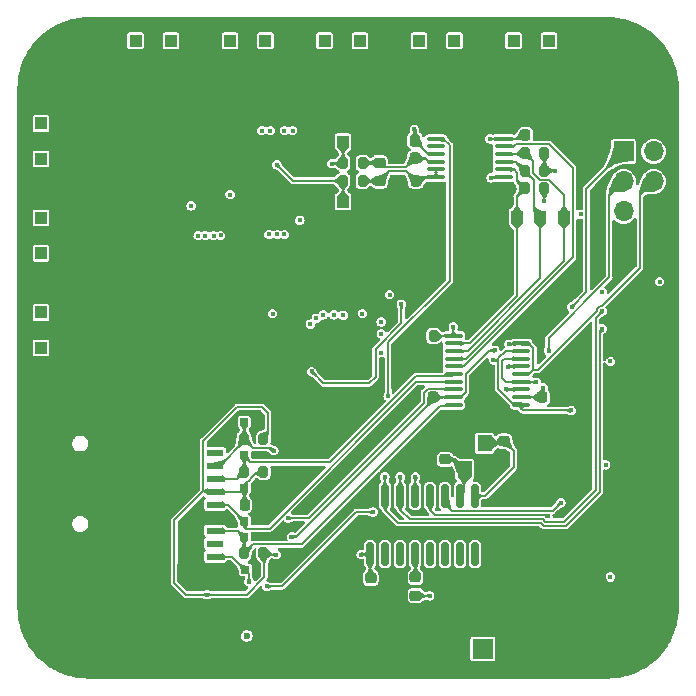
<source format=gbr>
%TF.GenerationSoftware,KiCad,Pcbnew,(7.0.0)*%
%TF.CreationDate,2024-01-17T09:10:34+05:30*%
%TF.ProjectId,Temperature Thing With Thermocouple,54656d70-6572-4617-9475-726520546869,rev?*%
%TF.SameCoordinates,Original*%
%TF.FileFunction,Copper,L4,Bot*%
%TF.FilePolarity,Positive*%
%FSLAX46Y46*%
G04 Gerber Fmt 4.6, Leading zero omitted, Abs format (unit mm)*
G04 Created by KiCad (PCBNEW (7.0.0)) date 2024-01-17 09:10:34*
%MOMM*%
%LPD*%
G01*
G04 APERTURE LIST*
G04 Aperture macros list*
%AMRoundRect*
0 Rectangle with rounded corners*
0 $1 Rounding radius*
0 $2 $3 $4 $5 $6 $7 $8 $9 X,Y pos of 4 corners*
0 Add a 4 corners polygon primitive as box body*
4,1,4,$2,$3,$4,$5,$6,$7,$8,$9,$2,$3,0*
0 Add four circle primitives for the rounded corners*
1,1,$1+$1,$2,$3*
1,1,$1+$1,$4,$5*
1,1,$1+$1,$6,$7*
1,1,$1+$1,$8,$9*
0 Add four rect primitives between the rounded corners*
20,1,$1+$1,$2,$3,$4,$5,0*
20,1,$1+$1,$4,$5,$6,$7,0*
20,1,$1+$1,$6,$7,$8,$9,0*
20,1,$1+$1,$8,$9,$2,$3,0*%
G04 Aperture macros list end*
%TA.AperFunction,ComponentPad*%
%ADD10R,1.000000X1.000000*%
%TD*%
%TA.AperFunction,ComponentPad*%
%ADD11C,0.700000*%
%TD*%
%TA.AperFunction,ComponentPad*%
%ADD12C,4.400000*%
%TD*%
%TA.AperFunction,ComponentPad*%
%ADD13R,1.700000X1.700000*%
%TD*%
%TA.AperFunction,ComponentPad*%
%ADD14O,1.700000X1.700000*%
%TD*%
%TA.AperFunction,SMDPad,CuDef*%
%ADD15RoundRect,0.200000X-0.200000X-0.275000X0.200000X-0.275000X0.200000X0.275000X-0.200000X0.275000X0*%
%TD*%
%TA.AperFunction,SMDPad,CuDef*%
%ADD16R,1.000000X1.000000*%
%TD*%
%TA.AperFunction,SMDPad,CuDef*%
%ADD17RoundRect,0.200000X0.200000X0.275000X-0.200000X0.275000X-0.200000X-0.275000X0.200000X-0.275000X0*%
%TD*%
%TA.AperFunction,SMDPad,CuDef*%
%ADD18RoundRect,0.225000X0.225000X0.250000X-0.225000X0.250000X-0.225000X-0.250000X0.225000X-0.250000X0*%
%TD*%
%TA.AperFunction,SMDPad,CuDef*%
%ADD19RoundRect,0.150000X-0.150000X0.825000X-0.150000X-0.825000X0.150000X-0.825000X0.150000X0.825000X0*%
%TD*%
%TA.AperFunction,SMDPad,CuDef*%
%ADD20R,0.650000X0.650000*%
%TD*%
%TA.AperFunction,SMDPad,CuDef*%
%ADD21RoundRect,0.225000X-0.225000X-0.250000X0.225000X-0.250000X0.225000X0.250000X-0.225000X0.250000X0*%
%TD*%
%TA.AperFunction,SMDPad,CuDef*%
%ADD22R,2.400000X1.100000*%
%TD*%
%TA.AperFunction,SMDPad,CuDef*%
%ADD23R,1.400000X0.620000*%
%TD*%
%TA.AperFunction,SMDPad,CuDef*%
%ADD24RoundRect,0.100000X-0.637500X-0.100000X0.637500X-0.100000X0.637500X0.100000X-0.637500X0.100000X0*%
%TD*%
%TA.AperFunction,SMDPad,CuDef*%
%ADD25RoundRect,0.225000X-0.250000X0.225000X-0.250000X-0.225000X0.250000X-0.225000X0.250000X0.225000X0*%
%TD*%
%TA.AperFunction,SMDPad,CuDef*%
%ADD26RoundRect,0.225000X0.250000X-0.225000X0.250000X0.225000X-0.250000X0.225000X-0.250000X-0.225000X0*%
%TD*%
%TA.AperFunction,SMDPad,CuDef*%
%ADD27R,1.200000X1.400000*%
%TD*%
%TA.AperFunction,ViaPad*%
%ADD28C,0.400000*%
%TD*%
%TA.AperFunction,ViaPad*%
%ADD29C,0.600000*%
%TD*%
%TA.AperFunction,Conductor*%
%ADD30C,0.150000*%
%TD*%
G04 APERTURE END LIST*
D10*
%TO.P,J16,1,Pin_1*%
%TO.N,Net-(J16-Pin_1)*%
X148699999Y-70599999D03*
%TD*%
%TO.P,J7,1,Pin_1*%
%TO.N,Net-(J7-Pin_1)*%
X153699999Y-70599999D03*
%TD*%
%TO.P,J3,1,Pin_1*%
%TO.N,Net-(J3-Pin_1)*%
X121699999Y-93599999D03*
%TD*%
%TO.P,J14,1,Pin_1*%
%TO.N,Net-(J14-Pin_1)*%
X140699999Y-70599999D03*
%TD*%
D11*
%TO.P,H2,1,1*%
%TO.N,GND*%
X169050000Y-73600000D03*
X169533274Y-72433274D03*
X169533274Y-74766726D03*
X170700000Y-71950000D03*
D12*
X170700000Y-73600000D03*
D11*
X170700000Y-75250000D03*
X171866726Y-72433274D03*
X171866726Y-74766726D03*
X172350000Y-73600000D03*
%TD*%
D10*
%TO.P,J9,1,Pin_1*%
%TO.N,Net-(J9-Pin_1)*%
X121699999Y-80599999D03*
%TD*%
%TO.P,J6,1,Pin_1*%
%TO.N,Net-(J6-Pin_1)*%
X137699999Y-70599999D03*
%TD*%
%TO.P,J8,1,Pin_1*%
%TO.N,Net-(J8-Pin_1)*%
X145699999Y-70599999D03*
%TD*%
%TO.P,J4,1,Pin_1*%
%TO.N,Net-(J4-Pin_1)*%
X129699999Y-70599999D03*
%TD*%
D13*
%TO.P,J18,1,Pin_1*%
%TO.N,BATT+*%
X159099999Y-122099999D03*
%TD*%
D10*
%TO.P,J15,1,Pin_1*%
%TO.N,Net-(J15-Pin_1)*%
X156699999Y-70599999D03*
%TD*%
D11*
%TO.P,H1,1,1*%
%TO.N,GND*%
X123050000Y-73600000D03*
X123533274Y-72433274D03*
X123533274Y-74766726D03*
X124700000Y-71950000D03*
D12*
X124700000Y-73600000D03*
D11*
X124700000Y-75250000D03*
X125866726Y-72433274D03*
X125866726Y-74766726D03*
X126350000Y-73600000D03*
%TD*%
D10*
%TO.P,J12,1,Pin_1*%
%TO.N,Net-(J12-Pin_1)*%
X132699999Y-70599999D03*
%TD*%
%TO.P,J10,1,Pin_1*%
%TO.N,Net-(J10-Pin_1)*%
X121699999Y-88599999D03*
%TD*%
%TO.P,J5,1,Pin_1*%
%TO.N,Net-(J5-Pin_1)*%
X161699999Y-70599999D03*
%TD*%
D13*
%TO.P,J17,1,Pin_1*%
%TO.N,MAX_SDO*%
X171024999Y-79974999D03*
D14*
%TO.P,J17,2,Pin_2*%
%TO.N,+5V*%
X173564999Y-79974999D03*
%TO.P,J17,3,Pin_3*%
%TO.N,MAX_SCK*%
X171024999Y-82514999D03*
%TO.P,J17,4,Pin_4*%
%TO.N,MAX_SDI*%
X173564999Y-82514999D03*
%TO.P,J17,5,Pin_5*%
%TO.N,RESET*%
X171024999Y-85054999D03*
%TO.P,J17,6,Pin_6*%
%TO.N,GND*%
X173564999Y-85054999D03*
%TD*%
D10*
%TO.P,J11,1,Pin_1*%
%TO.N,Net-(J11-Pin_1)*%
X121699999Y-96599999D03*
%TD*%
%TO.P,J1,1,Pin_1*%
%TO.N,Net-(J1-Pin_1)*%
X121699999Y-77599999D03*
%TD*%
%TO.P,J2,1,Pin_1*%
%TO.N,Net-(J2-Pin_1)*%
X121699999Y-85599999D03*
%TD*%
D11*
%TO.P,H4,1,1*%
%TO.N,GND*%
X123050000Y-119600000D03*
X123533274Y-118433274D03*
X123533274Y-120766726D03*
X124700000Y-117950000D03*
D12*
X124700000Y-119600000D03*
D11*
X124700000Y-121250000D03*
X125866726Y-118433274D03*
X125866726Y-120766726D03*
X126350000Y-119600000D03*
%TD*%
%TO.P,H3,1,1*%
%TO.N,GND*%
X169050000Y-119600000D03*
X169533274Y-118433274D03*
X169533274Y-120766726D03*
X170700000Y-117950000D03*
D12*
X170700000Y-119600000D03*
D11*
X170700000Y-121250000D03*
X171866726Y-118433274D03*
X171866726Y-120766726D03*
X172350000Y-119600000D03*
%TD*%
D10*
%TO.P,J13,1,Pin_1*%
%TO.N,Net-(J13-Pin_1)*%
X164699999Y-70599999D03*
%TD*%
D13*
%TO.P,J19,1,Pin_1*%
%TO.N,GND*%
X162799999Y-122099999D03*
%TD*%
D15*
%TO.P,R3,1*%
%TO.N,T-MUX*%
X147273214Y-82450000D03*
%TO.P,R3,2*%
%TO.N,Net-(U2-BIAS)*%
X148923214Y-82450000D03*
%TD*%
D16*
%TO.P,TP9,1,1*%
%TO.N,T+MUX*%
X147274999Y-79149999D03*
%TD*%
D17*
%TO.P,R7,1*%
%TO.N,+3V3*%
X140530000Y-114000000D03*
%TO.P,R7,2*%
%TO.N,SD_MISO_C*%
X138880000Y-114000000D03*
%TD*%
D18*
%TO.P,C1,1*%
%TO.N,+3V3*%
X153350000Y-79050000D03*
%TO.P,C1,2*%
%TO.N,GND*%
X151800000Y-79050000D03*
%TD*%
D17*
%TO.P,R9,1*%
%TO.N,+3V3*%
X140530000Y-107100000D03*
%TO.P,R9,2*%
%TO.N,SD_MOSI_C*%
X138880000Y-107100000D03*
%TD*%
D19*
%TO.P,U1,1,GND*%
%TO.N,GND*%
X149555000Y-109125000D03*
%TO.P,U1,2,TXD*%
%TO.N,RX*%
X150825000Y-109125000D03*
%TO.P,U1,3,RXD*%
%TO.N,TX*%
X152095000Y-109125000D03*
%TO.P,U1,4,V3*%
%TO.N,+5V*%
X153365000Y-109125000D03*
%TO.P,U1,5,UD+*%
%TO.N,UD+*%
X154635000Y-109125000D03*
%TO.P,U1,6,UD-*%
%TO.N,UD-*%
X155905000Y-109125000D03*
%TO.P,U1,7,XI*%
%TO.N,Net-(U1-XI)*%
X157175000Y-109125000D03*
%TO.P,U1,8,XO*%
%TO.N,Net-(U1-XO)*%
X158445000Y-109125000D03*
%TO.P,U1,9,~{CTS}*%
%TO.N,unconnected-(U1-~{CTS}-Pad9)*%
X158445000Y-114075000D03*
%TO.P,U1,10,~{DSR}*%
%TO.N,unconnected-(U1-~{DSR}-Pad10)*%
X157175000Y-114075000D03*
%TO.P,U1,11,~{RI}*%
%TO.N,unconnected-(U1-~{RI}-Pad11)*%
X155905000Y-114075000D03*
%TO.P,U1,12,~{DCD}*%
%TO.N,unconnected-(U1-~{DCD}-Pad12)*%
X154635000Y-114075000D03*
%TO.P,U1,13,~{DTR}*%
%TO.N,Net-(U1-~{DTR})*%
X153365000Y-114075000D03*
%TO.P,U1,14,~{RTS}*%
%TO.N,unconnected-(U1-~{RTS}-Pad14)*%
X152095000Y-114075000D03*
%TO.P,U1,15,R232*%
%TO.N,unconnected-(U1-R232-Pad15)*%
X150825000Y-114075000D03*
%TO.P,U1,16,VCC*%
%TO.N,+5V*%
X149555000Y-114075000D03*
%TD*%
D20*
%TO.P,RV5,1,1*%
%TO.N,GND*%
X139904999Y-108499999D03*
%TO.P,RV5,2,2*%
%TO.N,+3V3*%
X138904999Y-108499999D03*
%TD*%
D15*
%TO.P,R8,1*%
%TO.N,SD_CS_C*%
X138880000Y-104300000D03*
%TO.P,R8,2*%
%TO.N,+3V3*%
X140530000Y-104300000D03*
%TD*%
D20*
%TO.P,RV2,1,1*%
%TO.N,GND*%
X139904999Y-112599999D03*
%TO.P,RV2,2,2*%
%TO.N,SD_MISO_C*%
X138904999Y-112599999D03*
%TD*%
%TO.P,RV4,1,1*%
%TO.N,GND*%
X139904999Y-105699999D03*
%TO.P,RV4,2,2*%
%TO.N,SD_MOSI_C*%
X138904999Y-105699999D03*
%TD*%
D21*
%TO.P,C5,1*%
%TO.N,+5V*%
X164125000Y-100800000D03*
%TO.P,C5,2*%
%TO.N,GND*%
X165675000Y-100800000D03*
%TD*%
D22*
%TO.P,U5,MP1,SHIELD1*%
%TO.N,GND*%
X134424999Y-115674999D03*
%TO.P,U5,MP2,SHIELD2*%
X125424999Y-115674999D03*
%TO.P,U5,MP3,SHIELD4*%
X125424999Y-99524999D03*
%TO.P,U5,MP4,SHIELD3*%
X134424999Y-99524999D03*
D23*
%TO.P,U5,P1,DAT2*%
%TO.N,unconnected-(U5-DAT2-PadP1)*%
X136424999Y-105494999D03*
%TO.P,U5,P2,CD/DAT3*%
%TO.N,SD_CS_C*%
X136424999Y-106594999D03*
%TO.P,U5,P3,CMD*%
%TO.N,SD_MOSI_C*%
X136424999Y-107694999D03*
%TO.P,U5,P4,VDD*%
%TO.N,+3V3*%
X136424999Y-108794999D03*
%TO.P,U5,P5,CLK*%
%TO.N,SD_CLK_C*%
X136424999Y-109894999D03*
%TO.P,U5,P6,GND*%
%TO.N,GND*%
X136424999Y-110994999D03*
%TO.P,U5,P7,DAT0*%
%TO.N,SD_MISO_C*%
X136424999Y-112094999D03*
%TO.P,U5,P8,DAT1*%
%TO.N,unconnected-(U5-DAT1-PadP8)*%
X136424999Y-113194999D03*
%TO.P,U5,P9,CD*%
%TO.N,SD_CD*%
X136424999Y-114294999D03*
%TD*%
D16*
%TO.P,TP6,1,1*%
%TO.N,MAX_SDO_C*%
X163974999Y-85549999D03*
%TD*%
%TO.P,TP5,1,1*%
%TO.N,MAX_SDI_C*%
X161974999Y-85549999D03*
%TD*%
D21*
%TO.P,C16,1*%
%TO.N,+3V3*%
X138930000Y-109900000D03*
%TO.P,C16,2*%
%TO.N,GND*%
X140480000Y-109900000D03*
%TD*%
D20*
%TO.P,RV1,1,1*%
%TO.N,GND*%
X139904999Y-111299999D03*
%TO.P,RV1,2,2*%
%TO.N,SD_CLK_C*%
X138904999Y-111299999D03*
%TD*%
D24*
%TO.P,U3,1,A1*%
%TO.N,SD_MISO_C*%
X156637500Y-101425000D03*
%TO.P,U3,2,VCCA*%
%TO.N,+3V3*%
X156637500Y-100775000D03*
%TO.P,U3,3,A2*%
%TO.N,SD_CS_C*%
X156637500Y-100125000D03*
%TO.P,U3,4,A3*%
%TO.N,SD_CLK_C*%
X156637500Y-99475000D03*
%TO.P,U3,5,A4*%
%TO.N,SD_MOSI_C*%
X156637500Y-98825000D03*
%TO.P,U3,6,A5*%
%TO.N,MAX_CS_C*%
X156637500Y-98175000D03*
%TO.P,U3,7,A6*%
%TO.N,MAX_SCK_C*%
X156637500Y-97525000D03*
%TO.P,U3,8,A7*%
%TO.N,MAX_SDO_C*%
X156637500Y-96875000D03*
%TO.P,U3,9,A8*%
%TO.N,MAX_SDI_C*%
X156637500Y-96225000D03*
%TO.P,U3,10,OE*%
%TO.N,OE*%
X156637500Y-95575000D03*
%TO.P,U3,11,GND*%
%TO.N,GND*%
X162362500Y-95575000D03*
%TO.P,U3,12,B8*%
%TO.N,MAX_SDI*%
X162362500Y-96225000D03*
%TO.P,U3,13,B7*%
%TO.N,MAX_SDO*%
X162362500Y-96875000D03*
%TO.P,U3,14,B6*%
%TO.N,MAX_SCK*%
X162362500Y-97525000D03*
%TO.P,U3,15,B5*%
%TO.N,MAX_CS*%
X162362500Y-98175000D03*
%TO.P,U3,16,B4*%
%TO.N,MAX_SDI*%
X162362500Y-98825000D03*
%TO.P,U3,17,B3*%
%TO.N,MAX_SCK*%
X162362500Y-99475000D03*
%TO.P,U3,18,B2*%
%TO.N,SD_CS*%
X162362500Y-100125000D03*
%TO.P,U3,19,VCCB*%
%TO.N,+5V*%
X162362500Y-100775000D03*
%TO.P,U3,20,B1*%
%TO.N,MAX_SDO*%
X162362500Y-101425000D03*
%TD*%
D20*
%TO.P,RV3,1,1*%
%TO.N,GND*%
X139904999Y-102899999D03*
%TO.P,RV3,2,2*%
%TO.N,SD_CS_C*%
X138904999Y-102899999D03*
%TD*%
D25*
%TO.P,C7,1*%
%TO.N,Net-(U2-T+)*%
X150360714Y-80925000D03*
%TO.P,C7,2*%
%TO.N,Net-(U2-BIAS)*%
X150360714Y-82475000D03*
%TD*%
D21*
%TO.P,C6,1*%
%TO.N,GND*%
X151800000Y-80550000D03*
%TO.P,C6,2*%
%TO.N,Net-(U2-T+)*%
X153350000Y-80550000D03*
%TD*%
D20*
%TO.P,RV6,1,1*%
%TO.N,GND*%
X140004999Y-115399999D03*
%TO.P,RV6,2,2*%
%TO.N,SD_CD*%
X139004999Y-115399999D03*
%TD*%
D16*
%TO.P,TP13,1,1*%
%TO.N,T-MUX*%
X147274999Y-84249999D03*
%TD*%
D24*
%TO.P,U2,1,AGND*%
%TO.N,GND*%
X155135714Y-82800000D03*
%TO.P,U2,2,BIAS*%
%TO.N,Net-(U2-BIAS)*%
X155135714Y-82150000D03*
%TO.P,U2,3,T-*%
X155135714Y-81500000D03*
%TO.P,U2,4,T+*%
%TO.N,Net-(U2-T+)*%
X155135714Y-80850000D03*
%TO.P,U2,5,AVDD*%
%TO.N,+3V3*%
X155135714Y-80200000D03*
%TO.P,U2,6,DNC*%
%TO.N,unconnected-(U2-DNC-Pad6)*%
X155135714Y-79550000D03*
%TO.P,U2,7,~{DRDY}*%
%TO.N,MAX_DRDY*%
X155135714Y-78900000D03*
%TO.P,U2,8,DVDD*%
%TO.N,+3V3*%
X160860714Y-78900000D03*
%TO.P,U2,9,~{CS}*%
%TO.N,MAX_CS_C*%
X160860714Y-79550000D03*
%TO.P,U2,10,SCK*%
%TO.N,MAX_SCK_C*%
X160860714Y-80200000D03*
%TO.P,U2,11,SDO*%
%TO.N,MAX_SDO_C*%
X160860714Y-80850000D03*
%TO.P,U2,12,SDI*%
%TO.N,MAX_SDI_C*%
X160860714Y-81500000D03*
%TO.P,U2,13,~{FAULT}*%
%TO.N,MAX_FAULT*%
X160860714Y-82150000D03*
%TO.P,U2,14,DGND*%
%TO.N,GND*%
X160860714Y-82800000D03*
%TD*%
D17*
%TO.P,R5,1*%
%TO.N,+3V3*%
X164300000Y-81600000D03*
%TO.P,R5,2*%
%TO.N,MAX_SDO_C*%
X162650000Y-81600000D03*
%TD*%
%TO.P,R4,1*%
%TO.N,+3V3*%
X164300000Y-83100000D03*
%TO.P,R4,2*%
%TO.N,MAX_SDI_C*%
X162650000Y-83100000D03*
%TD*%
D16*
%TO.P,TP7,1,1*%
%TO.N,MAX_SCK_C*%
X165974999Y-85549999D03*
%TD*%
D17*
%TO.P,R6,1*%
%TO.N,+3V3*%
X164300000Y-80100000D03*
%TO.P,R6,2*%
%TO.N,MAX_SCK_C*%
X162650000Y-80100000D03*
%TD*%
D26*
%TO.P,C4,1*%
%TO.N,GND*%
X149605000Y-117650000D03*
%TO.P,C4,2*%
%TO.N,+5V*%
X149605000Y-116100000D03*
%TD*%
D21*
%TO.P,C2,1*%
%TO.N,+3V3*%
X162700000Y-78600000D03*
%TO.P,C2,2*%
%TO.N,GND*%
X164250000Y-78600000D03*
%TD*%
D18*
%TO.P,C10,1*%
%TO.N,Net-(U2-BIAS)*%
X153435714Y-82450000D03*
%TO.P,C10,2*%
%TO.N,GND*%
X151885714Y-82450000D03*
%TD*%
D25*
%TO.P,C9,1*%
%TO.N,Net-(U1-~{DTR})*%
X153400000Y-116025000D03*
%TO.P,C9,2*%
%TO.N,RESET*%
X153400000Y-117575000D03*
%TD*%
D15*
%TO.P,R1,1*%
%TO.N,GND*%
X153275000Y-95600000D03*
%TO.P,R1,2*%
%TO.N,OE*%
X154925000Y-95600000D03*
%TD*%
D27*
%TO.P,Y1,1,1*%
%TO.N,Net-(U1-XO)*%
X159254999Y-104674999D03*
%TO.P,Y1,2,2*%
%TO.N,GND*%
X159254999Y-106874999D03*
%TO.P,Y1,3,3*%
%TO.N,Net-(U1-XI)*%
X157554999Y-106874999D03*
%TO.P,Y1,4,4*%
%TO.N,GND*%
X157554999Y-104674999D03*
%TD*%
D18*
%TO.P,C3,1*%
%TO.N,+3V3*%
X154875000Y-100800000D03*
%TO.P,C3,2*%
%TO.N,GND*%
X153325000Y-100800000D03*
%TD*%
D15*
%TO.P,R2,1*%
%TO.N,T+MUX*%
X147273214Y-80950000D03*
%TO.P,R2,2*%
%TO.N,Net-(U2-T+)*%
X148923214Y-80950000D03*
%TD*%
D25*
%TO.P,C8,1*%
%TO.N,GND*%
X155900000Y-104500000D03*
%TO.P,C8,2*%
%TO.N,Net-(U1-XI)*%
X155900000Y-106050000D03*
%TD*%
D26*
%TO.P,C11,1*%
%TO.N,GND*%
X160900000Y-106050000D03*
%TO.P,C11,2*%
%TO.N,Net-(U1-XO)*%
X160900000Y-104500000D03*
%TD*%
D28*
%TO.N,+3V3*%
X165200000Y-81600000D03*
X142900000Y-112600000D03*
X135750000Y-117500000D03*
X164300000Y-84200000D03*
X153300000Y-78100000D03*
X160100000Y-96800000D03*
X159700000Y-78900000D03*
X141600000Y-114100000D03*
%TO.N,GND*%
X128300000Y-111000000D03*
X126500000Y-112800000D03*
X160250000Y-90300000D03*
X130700000Y-109800000D03*
X122900000Y-114600000D03*
X135800000Y-83300000D03*
X157800000Y-87900000D03*
X129100000Y-86500000D03*
X171700000Y-99500000D03*
X135200000Y-83300000D03*
X133300000Y-75150000D03*
X130900000Y-76950000D03*
X128900000Y-100800000D03*
X165700000Y-122200000D03*
X127100000Y-111000000D03*
X166900000Y-118000000D03*
X146650000Y-104250000D03*
X127700000Y-114000000D03*
X127300000Y-84750000D03*
X131300000Y-106200000D03*
X133700000Y-103800000D03*
X138500000Y-82300000D03*
X134300000Y-108600000D03*
X125900000Y-105600000D03*
X156300000Y-112500000D03*
X161500000Y-86700000D03*
X122300000Y-109800000D03*
X124100000Y-109800000D03*
X138550000Y-98500000D03*
X166300000Y-119200000D03*
X135500000Y-102600000D03*
X131900000Y-106800000D03*
X132500000Y-109200000D03*
X129500000Y-106800000D03*
X158400000Y-89100000D03*
X143050000Y-102450000D03*
X165800000Y-77300000D03*
X131300000Y-111600000D03*
X160250000Y-92100000D03*
X123500000Y-101400000D03*
X163400000Y-77300000D03*
X146050000Y-103650000D03*
X174700000Y-87800000D03*
X159700000Y-81000000D03*
X139800000Y-102200000D03*
X150300000Y-112500000D03*
X139750000Y-99700000D03*
X159600000Y-87300000D03*
X170250000Y-90800000D03*
X129700000Y-82950000D03*
X141850000Y-104850000D03*
X138550000Y-99700000D03*
X126500000Y-103200000D03*
X165800000Y-76100000D03*
X131300000Y-103200000D03*
X130100000Y-103800000D03*
X134400000Y-121050000D03*
X139750000Y-99100000D03*
X131900000Y-108000000D03*
X146650000Y-104850000D03*
X126500000Y-100800000D03*
X131900000Y-102000000D03*
X166900000Y-123400000D03*
X130100000Y-112800000D03*
X124700000Y-114000000D03*
X146900000Y-97900000D03*
X159700000Y-79800000D03*
X122300000Y-110400000D03*
X174100000Y-100700000D03*
X128300000Y-112800000D03*
X149400000Y-87100000D03*
X125900000Y-112200000D03*
X140950000Y-98500000D03*
X166400000Y-76700000D03*
X121700000Y-104400000D03*
X130100000Y-108600000D03*
X128500000Y-81750000D03*
X129100000Y-83550000D03*
X150900000Y-117550000D03*
X174700000Y-100100000D03*
X174700000Y-88400000D03*
X141700000Y-109700000D03*
X141550000Y-99700000D03*
X133100000Y-105600000D03*
X167500000Y-119200000D03*
X157800000Y-84900000D03*
X127100000Y-100800000D03*
X172200000Y-114500000D03*
X157300000Y-82800000D03*
X137950000Y-120350000D03*
X164000000Y-76700000D03*
X142100000Y-82300000D03*
X129500000Y-114000000D03*
X160250000Y-86100000D03*
X157800000Y-87300000D03*
X130700000Y-105600000D03*
X148800000Y-87700000D03*
X156300000Y-120700000D03*
X124100000Y-100800000D03*
X138600000Y-119650000D03*
X132100000Y-77550000D03*
X132500000Y-100800000D03*
X139100000Y-82300000D03*
X132500000Y-105000000D03*
X165100000Y-124000000D03*
X133700000Y-106200000D03*
X159600000Y-89700000D03*
X139150000Y-97900000D03*
X150900000Y-119500000D03*
X121700000Y-105600000D03*
X133100000Y-104400000D03*
X129500000Y-113400000D03*
X127900000Y-81750000D03*
X154200000Y-86500000D03*
X129100000Y-82950000D03*
X141550000Y-97300000D03*
X166300000Y-121600000D03*
X124700000Y-109200000D03*
X132500000Y-103200000D03*
X148100000Y-99100000D03*
X133700000Y-105600000D03*
X160900000Y-90850000D03*
X131500000Y-77550000D03*
X153600000Y-84100000D03*
X148700000Y-99100000D03*
X172300000Y-98900000D03*
X140950000Y-97300000D03*
X126500000Y-106200000D03*
X158400000Y-86100000D03*
X158500000Y-81600000D03*
X164000000Y-76100000D03*
X153000000Y-88300000D03*
X161500000Y-89100000D03*
X126100000Y-83550000D03*
X157800000Y-88500000D03*
X130900000Y-74550000D03*
X130100000Y-106800000D03*
X165700000Y-123400000D03*
X124700000Y-113400000D03*
X166300000Y-124000000D03*
X124100000Y-104400000D03*
X134300000Y-102000000D03*
X166300000Y-116200000D03*
X159000000Y-84900000D03*
X148100000Y-98500000D03*
X127300000Y-82950000D03*
X131900000Y-106200000D03*
X122900000Y-113400000D03*
X150300000Y-120900000D03*
X146900000Y-96100000D03*
X150600000Y-87700000D03*
X133900000Y-76950000D03*
X123500000Y-112800000D03*
X155700000Y-122100000D03*
X172900000Y-101900000D03*
X171700000Y-101900000D03*
X129500000Y-112800000D03*
X150300000Y-111900000D03*
X128300000Y-104400000D03*
X133700000Y-102600000D03*
X157800000Y-89100000D03*
X171500000Y-114500000D03*
X127100000Y-109800000D03*
X127700000Y-102600000D03*
X125900000Y-108600000D03*
X140300000Y-82300000D03*
X122300000Y-113400000D03*
X145100000Y-97300000D03*
X125300000Y-113400000D03*
X171450000Y-89000000D03*
X123700000Y-81750000D03*
X152650000Y-119500000D03*
X167500000Y-122200000D03*
X153000000Y-85900000D03*
X172900000Y-90200000D03*
X126500000Y-113400000D03*
X132700000Y-75750000D03*
X126500000Y-109800000D03*
X159600000Y-93250000D03*
X127900000Y-85950000D03*
X139150000Y-99100000D03*
X152050000Y-120900000D03*
X170500000Y-101300000D03*
X136400000Y-83300000D03*
X172900000Y-103100000D03*
X124300000Y-83550000D03*
X130100000Y-102000000D03*
X140900000Y-84100000D03*
X160250000Y-92700000D03*
X165700000Y-118600000D03*
X139150000Y-99700000D03*
X131300000Y-108000000D03*
X128300000Y-102600000D03*
X157200000Y-86700000D03*
X148100000Y-97900000D03*
X133300000Y-74550000D03*
X125300000Y-107400000D03*
X130900000Y-75750000D03*
X133900000Y-76350000D03*
X166400000Y-75500000D03*
X139800000Y-120350000D03*
X151450000Y-118150000D03*
X166900000Y-122800000D03*
X132500000Y-101400000D03*
X124100000Y-112200000D03*
X152050000Y-117550000D03*
X140950000Y-99700000D03*
X132100000Y-78750000D03*
X140950000Y-97900000D03*
X125300000Y-114600000D03*
X138550000Y-97900000D03*
X128500000Y-85950000D03*
X127100000Y-112200000D03*
X170500000Y-98300000D03*
X161500000Y-87900000D03*
X161600000Y-77300000D03*
X129500000Y-107400000D03*
X124700000Y-114600000D03*
X171700000Y-103900000D03*
X124700000Y-106800000D03*
X167000000Y-77300000D03*
X173500000Y-97700000D03*
X131500000Y-75750000D03*
X138550000Y-100900000D03*
X127700000Y-106800000D03*
X165100000Y-116200000D03*
X145700000Y-96700000D03*
X157200000Y-89700000D03*
X158500000Y-79200000D03*
X165200000Y-76700000D03*
X171700000Y-98300000D03*
X121700000Y-111600000D03*
X130100000Y-101400000D03*
X147450000Y-118900000D03*
X131500000Y-76950000D03*
X130300000Y-85350000D03*
X132700000Y-78750000D03*
X173500000Y-100100000D03*
X130100000Y-114600000D03*
X148600000Y-120300000D03*
X165200000Y-77300000D03*
X145100000Y-96700000D03*
X157900000Y-79200000D03*
X130700000Y-108600000D03*
X141850000Y-102450000D03*
X166900000Y-116800000D03*
X128900000Y-103200000D03*
X171500000Y-113900000D03*
X145700000Y-94900000D03*
X123500000Y-105000000D03*
X140300000Y-84100000D03*
X124900000Y-84100000D03*
X158500000Y-81000000D03*
X126500000Y-104400000D03*
X150900000Y-118150000D03*
X128900000Y-106800000D03*
X171100000Y-100700000D03*
X141500000Y-82900000D03*
X127700000Y-102000000D03*
X128900000Y-105000000D03*
X146050000Y-104850000D03*
X174700000Y-90800000D03*
X162200000Y-77300000D03*
X167500000Y-117400000D03*
X165700000Y-121600000D03*
X127700000Y-112800000D03*
X128500000Y-87050000D03*
X141850000Y-103650000D03*
X145100000Y-95500000D03*
X135600000Y-119000000D03*
X159100000Y-81000000D03*
X134900000Y-104400000D03*
X122300000Y-112800000D03*
X142450000Y-102450000D03*
X130300000Y-83550000D03*
X128300000Y-109200000D03*
X174100000Y-101900000D03*
X153600000Y-87100000D03*
X167500000Y-122800000D03*
X164600000Y-77300000D03*
X131300000Y-106800000D03*
X160250000Y-87900000D03*
X153000000Y-84100000D03*
X128900000Y-109200000D03*
X165700000Y-118000000D03*
X124900000Y-83550000D03*
X128300000Y-114000000D03*
X159700000Y-80400000D03*
X130700000Y-111000000D03*
X133400000Y-83300000D03*
X149400000Y-85300000D03*
X131300000Y-104400000D03*
X153900000Y-112500000D03*
X125900000Y-111000000D03*
X140900000Y-82900000D03*
X172350000Y-107050000D03*
X149700000Y-111900000D03*
X141550000Y-97900000D03*
X129700000Y-84150000D03*
X130300000Y-76350000D03*
X167500000Y-116800000D03*
X123500000Y-111000000D03*
X125900000Y-109800000D03*
X172900000Y-101300000D03*
X121700000Y-114600000D03*
X127900000Y-86500000D03*
X132700000Y-76350000D03*
X133100000Y-106800000D03*
X132500000Y-105600000D03*
X122300000Y-108000000D03*
X165200000Y-74900000D03*
X174100000Y-99500000D03*
X128900000Y-111000000D03*
X124100000Y-102000000D03*
X142450000Y-103650000D03*
X134300000Y-106200000D03*
X134900000Y-106200000D03*
X125900000Y-108000000D03*
X155700000Y-121400000D03*
X129500000Y-104400000D03*
X129500000Y-103200000D03*
X124100000Y-105600000D03*
X144850000Y-104850000D03*
X151200000Y-86500000D03*
X131900000Y-114600000D03*
X123500000Y-114000000D03*
X174700000Y-102500000D03*
X172900000Y-98900000D03*
X126700000Y-85900000D03*
X134900000Y-103800000D03*
X122900000Y-106800000D03*
X149300000Y-97300000D03*
X125500000Y-85900000D03*
X139150000Y-100300000D03*
X126500000Y-111000000D03*
X140350000Y-99100000D03*
X132500000Y-112800000D03*
X148100000Y-96100000D03*
X127100000Y-110400000D03*
X139200000Y-119000000D03*
X153000000Y-84700000D03*
X157900000Y-82800000D03*
X151800000Y-86500000D03*
X128500000Y-85350000D03*
X122900000Y-114000000D03*
X158500000Y-82800000D03*
X151800000Y-87100000D03*
X125900000Y-112800000D03*
X126700000Y-84100000D03*
X133700000Y-104400000D03*
X165800000Y-76700000D03*
X160250000Y-87300000D03*
X162200000Y-75500000D03*
X130100000Y-109800000D03*
X173500000Y-99500000D03*
X157300000Y-82200000D03*
X126500000Y-114600000D03*
X132100000Y-75750000D03*
X122900000Y-107400000D03*
X124700000Y-107400000D03*
X131300000Y-112200000D03*
X130100000Y-111000000D03*
X154200000Y-85900000D03*
X174700000Y-101300000D03*
X163400000Y-76100000D03*
X130300000Y-85950000D03*
X122900000Y-101400000D03*
X171700000Y-103100000D03*
X126500000Y-111600000D03*
X144250000Y-102450000D03*
X160900000Y-91450000D03*
X166300000Y-118600000D03*
X123500000Y-102600000D03*
X140900000Y-82300000D03*
X128300000Y-112200000D03*
X163400000Y-75500000D03*
X124700000Y-103800000D03*
X131900000Y-112800000D03*
X134600000Y-83300000D03*
X130700000Y-114600000D03*
X148800000Y-87100000D03*
X157500000Y-112500000D03*
X146050000Y-102450000D03*
X125900000Y-114600000D03*
X130900000Y-84750000D03*
X147500000Y-96700000D03*
X150000000Y-84700000D03*
X127100000Y-111600000D03*
X130700000Y-100800000D03*
X126700000Y-84700000D03*
X146900000Y-98500000D03*
X157800000Y-85500000D03*
X160250000Y-86700000D03*
X154200000Y-84700000D03*
X152400000Y-86500000D03*
X173500000Y-87800000D03*
X134900000Y-102600000D03*
X174100000Y-89000000D03*
X146900000Y-96700000D03*
X148800000Y-84700000D03*
X121700000Y-103800000D03*
X172900000Y-100700000D03*
X131500000Y-78750000D03*
X130700000Y-106200000D03*
X124900000Y-82950000D03*
X128300000Y-100800000D03*
X166400000Y-76100000D03*
X134900000Y-107400000D03*
X125500000Y-82950000D03*
X146850000Y-119600000D03*
X143050000Y-103650000D03*
X171100000Y-97700000D03*
X167500000Y-118600000D03*
X134000000Y-82700000D03*
X124100000Y-109200000D03*
X159000000Y-86100000D03*
X129100000Y-85350000D03*
X139700000Y-114500000D03*
X127700000Y-111000000D03*
X126100000Y-82950000D03*
X129100000Y-82350000D03*
X131300000Y-105000000D03*
X121700000Y-111000000D03*
X125300000Y-102000000D03*
X123700000Y-82950000D03*
X128900000Y-113400000D03*
X130100000Y-111600000D03*
X174100000Y-98900000D03*
X166900000Y-124000000D03*
X128900000Y-107400000D03*
X133900000Y-75150000D03*
X135800000Y-82100000D03*
X131900000Y-109200000D03*
X137000000Y-82100000D03*
X129500000Y-114600000D03*
X160900000Y-89100000D03*
X147500000Y-97300000D03*
X147500000Y-98500000D03*
X127100000Y-108000000D03*
X151800000Y-84100000D03*
X159600000Y-91450000D03*
X171100000Y-103100000D03*
X122900000Y-112800000D03*
X126700000Y-83550000D03*
X174100000Y-102500000D03*
X151200000Y-85900000D03*
X126100000Y-85300000D03*
X153000000Y-86500000D03*
X129500000Y-105000000D03*
X130300000Y-75750000D03*
X142450000Y-104850000D03*
X165100000Y-120400000D03*
X125900000Y-103200000D03*
X161500000Y-88500000D03*
X161600000Y-75500000D03*
X139700000Y-82300000D03*
X128900000Y-101400000D03*
X140300000Y-81700000D03*
X166300000Y-122800000D03*
X128900000Y-102600000D03*
X157800000Y-86700000D03*
X173500000Y-101300000D03*
X159600000Y-90850000D03*
X131900000Y-113400000D03*
X161500000Y-89700000D03*
X156300000Y-121400000D03*
X148800000Y-88300000D03*
X133700000Y-103200000D03*
X145700000Y-97300000D03*
X130100000Y-103200000D03*
X130700000Y-107400000D03*
X132500000Y-106800000D03*
X126500000Y-102000000D03*
X157300000Y-78600000D03*
X127700000Y-103800000D03*
X131900000Y-102600000D03*
X124100000Y-108000000D03*
X126100000Y-81750000D03*
X150600000Y-87100000D03*
X173500000Y-89600000D03*
X142700000Y-82900000D03*
X124100000Y-105000000D03*
X150000000Y-86500000D03*
X127700000Y-107400000D03*
X128300000Y-111600000D03*
X134400000Y-120350000D03*
X122300000Y-109200000D03*
X161500000Y-90850000D03*
X172300000Y-100700000D03*
X165100000Y-121600000D03*
X134300000Y-107400000D03*
X121700000Y-108000000D03*
X146300000Y-98500000D03*
X122300000Y-103200000D03*
X131300000Y-105600000D03*
X145100000Y-96100000D03*
X126700000Y-81750000D03*
X161500000Y-90300000D03*
X174700000Y-101900000D03*
X145700000Y-97900000D03*
X148700000Y-97300000D03*
X132700000Y-76950000D03*
X172350000Y-108250000D03*
X139200000Y-118400000D03*
X124900000Y-85300000D03*
X149400000Y-86500000D03*
X125300000Y-109800000D03*
X124100000Y-114000000D03*
X158500000Y-78600000D03*
X158100000Y-112500000D03*
X122900000Y-103800000D03*
X138600000Y-119000000D03*
X126700000Y-86500000D03*
X139700000Y-83500000D03*
X166900000Y-122200000D03*
X146050000Y-103050000D03*
X140950000Y-100300000D03*
X159100000Y-81600000D03*
X133100000Y-107400000D03*
X171100000Y-99500000D03*
X133100000Y-103200000D03*
X162200000Y-76700000D03*
X131900000Y-103800000D03*
X150000000Y-87700000D03*
X166900000Y-117400000D03*
X127100000Y-103800000D03*
X126700000Y-82950000D03*
X126500000Y-108000000D03*
X173500000Y-101900000D03*
X128300000Y-108600000D03*
X122900000Y-105000000D03*
X165800000Y-75500000D03*
X148700000Y-96700000D03*
X147500000Y-96100000D03*
X121700000Y-109200000D03*
X146850000Y-120300000D03*
X160250000Y-89700000D03*
X167500000Y-121000000D03*
X133100000Y-108600000D03*
X144250000Y-104250000D03*
X166900000Y-121600000D03*
X131500000Y-74550000D03*
X167500000Y-115600000D03*
X153600000Y-85900000D03*
X127900000Y-87050000D03*
X129500000Y-102600000D03*
X139750000Y-97300000D03*
X151800000Y-84700000D03*
X125300000Y-101400000D03*
X133700000Y-100800000D03*
X127900000Y-83550000D03*
X151800000Y-87700000D03*
X152650000Y-118800000D03*
X160250000Y-90900000D03*
X151800000Y-85900000D03*
X158400000Y-90300000D03*
X132500000Y-102600000D03*
X134000000Y-82100000D03*
X158400000Y-88500000D03*
X122300000Y-108600000D03*
X134300000Y-109200000D03*
X125900000Y-110400000D03*
X146650000Y-102450000D03*
X159600000Y-92050000D03*
X172900000Y-97700000D03*
X129700000Y-86500000D03*
X132100000Y-75150000D03*
X128500000Y-82350000D03*
X131300000Y-102000000D03*
X131500000Y-78150000D03*
X127700000Y-108000000D03*
X166300000Y-116800000D03*
X139750000Y-97900000D03*
X174100000Y-98300000D03*
X139800000Y-117850000D03*
X148600000Y-119600000D03*
X122900000Y-106200000D03*
X128300000Y-102000000D03*
X148600000Y-121000000D03*
X151200000Y-84700000D03*
X128500000Y-84750000D03*
X150600000Y-86500000D03*
X149300000Y-99100000D03*
X133100000Y-100800000D03*
X130700000Y-103200000D03*
X130700000Y-102600000D03*
X149300000Y-96700000D03*
X134900000Y-101400000D03*
X140950000Y-99100000D03*
X139800000Y-119000000D03*
X165700000Y-116200000D03*
X147500000Y-95500000D03*
X174100000Y-97700000D03*
X125900000Y-105000000D03*
X131500000Y-76350000D03*
X148800000Y-85300000D03*
X135000000Y-119000000D03*
X130100000Y-112200000D03*
X131900000Y-111000000D03*
X162200000Y-74900000D03*
X172900000Y-100100000D03*
X127700000Y-103200000D03*
X162300000Y-94700000D03*
X167000000Y-76100000D03*
X127100000Y-101400000D03*
X171700000Y-98900000D03*
X122900000Y-105600000D03*
X124700000Y-102600000D03*
X121700000Y-108600000D03*
X173500000Y-100700000D03*
X133300000Y-78750000D03*
X164600000Y-76100000D03*
X152400000Y-85300000D03*
X143650000Y-104850000D03*
X158400000Y-89700000D03*
X152400000Y-87100000D03*
X133300000Y-76950000D03*
X135600000Y-118350000D03*
X135600000Y-121050000D03*
X158400000Y-87900000D03*
X150600000Y-85300000D03*
X172300000Y-99500000D03*
X143650000Y-103650000D03*
X136400000Y-83900000D03*
X140300000Y-83500000D03*
X123500000Y-114600000D03*
X159000000Y-87300000D03*
X171500000Y-112650000D03*
X142900000Y-120600000D03*
X134300000Y-104400000D03*
X122300000Y-106800000D03*
X126100000Y-84700000D03*
X157800000Y-89700000D03*
X159600000Y-89100000D03*
X138500000Y-81700000D03*
X123500000Y-108000000D03*
X172300000Y-102500000D03*
X174100000Y-103100000D03*
X142900000Y-121300000D03*
X125900000Y-104400000D03*
X170500000Y-102500000D03*
X131900000Y-103200000D03*
X139150000Y-100900000D03*
X170500000Y-103100000D03*
X157200000Y-87900000D03*
X151450000Y-118800000D03*
X128500000Y-83550000D03*
X127100000Y-109200000D03*
X122900000Y-111600000D03*
X125900000Y-114000000D03*
X158400000Y-85500000D03*
X160250000Y-88500000D03*
X173500000Y-88400000D03*
X142450000Y-103050000D03*
X159600000Y-93850000D03*
X157900000Y-80400000D03*
X157300000Y-79200000D03*
X160900000Y-88500000D03*
X133100000Y-101400000D03*
X133900000Y-75750000D03*
X126100000Y-85900000D03*
X126500000Y-110400000D03*
X159600000Y-90300000D03*
X124100000Y-101400000D03*
X126700000Y-82350000D03*
X132500000Y-113400000D03*
X135600000Y-119650000D03*
X127100000Y-114600000D03*
X131300000Y-114000000D03*
X165100000Y-122200000D03*
X128300000Y-106800000D03*
X165100000Y-122800000D03*
X172300000Y-103100000D03*
X140900000Y-81700000D03*
X148050000Y-118200000D03*
X158500000Y-79800000D03*
X152050000Y-118150000D03*
X121700000Y-112800000D03*
X138550000Y-100300000D03*
X139800000Y-118400000D03*
X122900000Y-111000000D03*
X174700000Y-89000000D03*
X133400000Y-82100000D03*
X171450000Y-88400000D03*
X128900000Y-114600000D03*
X165100000Y-118000000D03*
X125900000Y-109200000D03*
X145450000Y-102450000D03*
X134300000Y-100800000D03*
X156900000Y-112500000D03*
X126500000Y-109200000D03*
X133900000Y-77550000D03*
X133400000Y-82700000D03*
X127700000Y-105600000D03*
X127300000Y-82350000D03*
X138550000Y-97300000D03*
X126100000Y-86500000D03*
X128900000Y-103800000D03*
X159600000Y-88500000D03*
X122300000Y-104400000D03*
X131300000Y-101400000D03*
X133800000Y-119650000D03*
X174700000Y-98900000D03*
X158400000Y-87300000D03*
X130900000Y-76350000D03*
X147500000Y-97900000D03*
X125300000Y-100800000D03*
X146900000Y-99100000D03*
X165100000Y-119800000D03*
X151200000Y-87100000D03*
X129500000Y-100800000D03*
X127700000Y-100800000D03*
X148700000Y-97900000D03*
X144850000Y-104250000D03*
X149400000Y-84700000D03*
X170800000Y-114500000D03*
X126700000Y-85300000D03*
X173500000Y-103100000D03*
X171700000Y-101300000D03*
X126500000Y-108600000D03*
X165700000Y-116800000D03*
X171700000Y-102500000D03*
X157900000Y-81000000D03*
X125300000Y-106200000D03*
X135800000Y-82700000D03*
X167000000Y-75500000D03*
X162800000Y-75500000D03*
X159000000Y-87900000D03*
X159100000Y-80400000D03*
X143050000Y-104250000D03*
X153600000Y-84700000D03*
X131900000Y-104400000D03*
X164600000Y-76700000D03*
X132500000Y-112200000D03*
X150000000Y-85300000D03*
X128300000Y-109800000D03*
X127700000Y-114600000D03*
X134300000Y-103800000D03*
X132500000Y-114600000D03*
X134900000Y-103200000D03*
X131300000Y-114600000D03*
X124700000Y-103200000D03*
X127700000Y-111600000D03*
X135800000Y-83900000D03*
X134900000Y-105600000D03*
X159000000Y-90300000D03*
X127900000Y-85350000D03*
X134600000Y-82100000D03*
X122900000Y-112200000D03*
X143650000Y-103050000D03*
X144850000Y-103050000D03*
X140350000Y-100300000D03*
X153000000Y-87700000D03*
X172300000Y-101900000D03*
X166300000Y-121000000D03*
X172300000Y-98300000D03*
X133300000Y-77550000D03*
X124900000Y-82350000D03*
X152100000Y-112500000D03*
X157300000Y-83400000D03*
X125900000Y-100800000D03*
X122300000Y-100800000D03*
X166900000Y-115600000D03*
X130700000Y-106800000D03*
X127700000Y-109800000D03*
X130700000Y-114000000D03*
X133700000Y-101400000D03*
X146300000Y-96700000D03*
X124100000Y-110400000D03*
X134600000Y-81500000D03*
X126100000Y-82350000D03*
X122900000Y-102600000D03*
X148600000Y-118900000D03*
X133900000Y-78750000D03*
X132700000Y-74550000D03*
X127900000Y-84750000D03*
X137950000Y-121050000D03*
X157900000Y-83400000D03*
X128500000Y-82950000D03*
X125300000Y-110400000D03*
X124700000Y-101400000D03*
X139100000Y-82900000D03*
X174100000Y-101300000D03*
X135200000Y-81500000D03*
X122300000Y-111600000D03*
X150600000Y-88300000D03*
X135500000Y-102000000D03*
X170500000Y-98900000D03*
X125300000Y-102600000D03*
X128900000Y-112200000D03*
X148050000Y-118900000D03*
X165100000Y-121000000D03*
X152700000Y-112500000D03*
X174700000Y-100700000D03*
X150000000Y-85900000D03*
X157900000Y-78600000D03*
X124700000Y-112800000D03*
X133100000Y-108000000D03*
X160900000Y-87900000D03*
X121700000Y-107400000D03*
X150300000Y-111300000D03*
X157300000Y-81600000D03*
X151200000Y-85300000D03*
X127700000Y-105000000D03*
X153600000Y-85300000D03*
X127900000Y-82950000D03*
X174100000Y-89600000D03*
X142100000Y-82900000D03*
X133100000Y-105000000D03*
X145450000Y-103650000D03*
X154200000Y-84100000D03*
X152400000Y-87700000D03*
X157900000Y-81600000D03*
X124100000Y-103800000D03*
X122900000Y-104400000D03*
X144850000Y-102450000D03*
X151200000Y-87700000D03*
X170850000Y-89000000D03*
X131300000Y-103800000D03*
X130700000Y-109200000D03*
X170500000Y-100700000D03*
X125300000Y-105600000D03*
X129500000Y-103800000D03*
X138600000Y-118400000D03*
X153000000Y-85300000D03*
X141550000Y-98500000D03*
X133100000Y-106200000D03*
X134000000Y-81500000D03*
X137950000Y-118400000D03*
X132500000Y-109800000D03*
X141850000Y-103050000D03*
X156300000Y-122100000D03*
X165700000Y-119800000D03*
X139150000Y-97300000D03*
X133800000Y-120350000D03*
X167500000Y-123400000D03*
X152650000Y-120200000D03*
X143050000Y-103050000D03*
X134300000Y-103200000D03*
X122300000Y-107400000D03*
X127100000Y-102600000D03*
X146900000Y-97300000D03*
X146850000Y-121000000D03*
X158700000Y-112500000D03*
X125300000Y-103800000D03*
X123500000Y-110400000D03*
X129700000Y-84750000D03*
X162800000Y-76100000D03*
X133800000Y-121050000D03*
X125300000Y-108000000D03*
X121700000Y-106200000D03*
X165700000Y-117400000D03*
X174700000Y-97700000D03*
X146650000Y-103050000D03*
X171100000Y-101300000D03*
X150300000Y-119500000D03*
X127700000Y-109200000D03*
X132500000Y-110400000D03*
X142900000Y-122000000D03*
X172900000Y-90800000D03*
X139750000Y-98500000D03*
X174100000Y-100100000D03*
X160250000Y-93250000D03*
X172200000Y-113900000D03*
X159600000Y-92650000D03*
X132500000Y-114000000D03*
X173500000Y-87200000D03*
X138550000Y-99100000D03*
X167500000Y-124000000D03*
X132700000Y-78150000D03*
X132500000Y-111600000D03*
X172300000Y-101300000D03*
X162800000Y-77300000D03*
X141550000Y-101550000D03*
X171450000Y-89600000D03*
X129700000Y-85350000D03*
X124700000Y-106200000D03*
X131900000Y-100800000D03*
X124900000Y-81750000D03*
X159600000Y-86100000D03*
X139700000Y-81700000D03*
X139750000Y-100300000D03*
X141550000Y-99100000D03*
X130300000Y-74550000D03*
X171100000Y-102500000D03*
X148700000Y-96100000D03*
X131900000Y-111600000D03*
X125300000Y-114000000D03*
X130700000Y-101400000D03*
X131900000Y-114000000D03*
X127300000Y-85950000D03*
X165700000Y-115600000D03*
X127300000Y-85350000D03*
X152400000Y-85900000D03*
X129500000Y-108000000D03*
X140900000Y-83500000D03*
X142100000Y-83500000D03*
X127700000Y-113400000D03*
X130100000Y-114000000D03*
X145450000Y-104250000D03*
X122300000Y-101400000D03*
X160250000Y-89100000D03*
X124900000Y-84700000D03*
X130300000Y-84150000D03*
X159100000Y-82200000D03*
X128300000Y-103800000D03*
X152400000Y-88300000D03*
X125900000Y-106200000D03*
X149300000Y-97900000D03*
X126500000Y-105000000D03*
X164600000Y-74900000D03*
X143050000Y-104850000D03*
X157200000Y-86100000D03*
X170500000Y-99500000D03*
X157900000Y-79800000D03*
X150300000Y-120200000D03*
X127700000Y-101400000D03*
X131900000Y-109800000D03*
X125500000Y-81750000D03*
X128300000Y-113400000D03*
X172900000Y-99500000D03*
X143650000Y-104250000D03*
X165700000Y-122800000D03*
X122300000Y-102600000D03*
X143500000Y-122000000D03*
X165800000Y-74900000D03*
X124100000Y-102600000D03*
X146900000Y-95500000D03*
X150600000Y-85900000D03*
X141500000Y-82300000D03*
X148800000Y-86500000D03*
X130100000Y-113400000D03*
X161600000Y-76700000D03*
X122900000Y-100800000D03*
X153600000Y-87700000D03*
X140950000Y-100900000D03*
X157800000Y-86100000D03*
X145700000Y-96100000D03*
X134300000Y-105600000D03*
X133100000Y-109200000D03*
X135000000Y-118350000D03*
X123500000Y-103200000D03*
X161600000Y-74900000D03*
X131900000Y-101400000D03*
X137950000Y-119000000D03*
X165700000Y-120400000D03*
X125500000Y-87050000D03*
X174100000Y-87200000D03*
X150300000Y-118800000D03*
X125500000Y-84700000D03*
X153300000Y-112500000D03*
X129500000Y-110400000D03*
X171100000Y-98900000D03*
X122900000Y-108600000D03*
X145100000Y-94900000D03*
X129500000Y-109800000D03*
X122300000Y-111000000D03*
X160900000Y-90300000D03*
X130900000Y-85350000D03*
X172900000Y-98300000D03*
X173500000Y-98900000D03*
X123500000Y-102000000D03*
X166300000Y-120400000D03*
X135100000Y-111000000D03*
X134900000Y-106800000D03*
X124100000Y-106800000D03*
X160900000Y-86700000D03*
X135000000Y-119650000D03*
X123500000Y-112200000D03*
X127300000Y-81750000D03*
X128300000Y-108000000D03*
X124100000Y-111000000D03*
X133400000Y-81500000D03*
X134000000Y-83300000D03*
X133300000Y-75750000D03*
X159100000Y-79200000D03*
X122900000Y-110400000D03*
X145700000Y-95500000D03*
X135200000Y-82100000D03*
X153600000Y-86500000D03*
X166900000Y-116200000D03*
X163400000Y-74900000D03*
X149400000Y-84100000D03*
X165100000Y-116800000D03*
X143500000Y-120600000D03*
X149300000Y-98500000D03*
X124700000Y-109800000D03*
X129500000Y-109200000D03*
X130100000Y-100800000D03*
X166400000Y-74900000D03*
X127100000Y-103200000D03*
X165700000Y-119200000D03*
X130300000Y-75150000D03*
X132100000Y-78150000D03*
X165100000Y-115600000D03*
X128500000Y-86500000D03*
X174700000Y-99500000D03*
X128300000Y-114600000D03*
X128900000Y-112800000D03*
X151450000Y-119500000D03*
X121700000Y-100800000D03*
X132500000Y-102000000D03*
X129500000Y-112200000D03*
X134300000Y-102600000D03*
X170850000Y-88400000D03*
X130700000Y-111600000D03*
X125900000Y-113400000D03*
X131300000Y-107400000D03*
X149400000Y-87700000D03*
X133700000Y-102000000D03*
X127100000Y-108600000D03*
X133100000Y-102600000D03*
X144850000Y-103650000D03*
X133700000Y-107400000D03*
X122300000Y-106200000D03*
X123700000Y-83550000D03*
X172300000Y-103900000D03*
X125900000Y-101400000D03*
X124700000Y-105600000D03*
X130700000Y-104400000D03*
X130100000Y-106200000D03*
X127100000Y-112800000D03*
X152050000Y-118800000D03*
X171100000Y-101900000D03*
X161500000Y-91450000D03*
X142700000Y-84100000D03*
X123500000Y-107400000D03*
X135200000Y-82700000D03*
X121700000Y-114000000D03*
X127900000Y-84150000D03*
X125500000Y-85300000D03*
X158400000Y-86700000D03*
X160900000Y-87300000D03*
X151200000Y-84100000D03*
X121700000Y-109800000D03*
X148100000Y-95500000D03*
X124100000Y-107400000D03*
X125500000Y-83550000D03*
X150900000Y-111300000D03*
X131300000Y-109800000D03*
X140350000Y-100900000D03*
X122900000Y-109200000D03*
X130900000Y-84150000D03*
X128900000Y-114000000D03*
X133100000Y-109800000D03*
X170900000Y-112650000D03*
X129500000Y-111000000D03*
X166900000Y-121000000D03*
X162200000Y-76100000D03*
X157200000Y-88500000D03*
X123500000Y-113400000D03*
X136400000Y-82100000D03*
X141550000Y-100300000D03*
X138600000Y-120350000D03*
X148100000Y-96700000D03*
X171450000Y-87200000D03*
X166300000Y-119800000D03*
X123500000Y-104400000D03*
X159000000Y-89700000D03*
X165100000Y-118600000D03*
X121700000Y-105000000D03*
X132800000Y-81500000D03*
X150900000Y-118800000D03*
X134900000Y-108600000D03*
X159600000Y-87900000D03*
X158400000Y-84900000D03*
X137950000Y-119650000D03*
X125300000Y-108600000D03*
X159000000Y-85500000D03*
X153000000Y-87100000D03*
X164000000Y-77300000D03*
X123500000Y-111600000D03*
X126100000Y-84100000D03*
X171450000Y-87800000D03*
X128300000Y-107400000D03*
X146300000Y-99100000D03*
X131500000Y-75150000D03*
X121700000Y-101400000D03*
X128300000Y-103200000D03*
X156700000Y-78600000D03*
X127100000Y-106200000D03*
X157300000Y-81000000D03*
X141500000Y-83500000D03*
X134300000Y-108000000D03*
X130100000Y-105600000D03*
X165700000Y-124000000D03*
X126100000Y-87050000D03*
X126500000Y-103800000D03*
X160900000Y-92050000D03*
X130100000Y-102600000D03*
X140300000Y-82900000D03*
X124100000Y-106200000D03*
X172300000Y-100100000D03*
X130100000Y-104400000D03*
X150000000Y-88300000D03*
X133300000Y-76350000D03*
X122900000Y-103200000D03*
X160250000Y-91500000D03*
X121700000Y-113400000D03*
X132500000Y-108600000D03*
X127300000Y-83550000D03*
X133700000Y-109800000D03*
X122300000Y-114000000D03*
X123500000Y-105600000D03*
X159700000Y-81600000D03*
X139100000Y-81700000D03*
X133700000Y-108000000D03*
X131900000Y-112200000D03*
X146300000Y-97300000D03*
X127100000Y-113400000D03*
X150600000Y-84100000D03*
X123500000Y-100800000D03*
X122300000Y-112200000D03*
X150900000Y-120900000D03*
X129700000Y-87050000D03*
X124300000Y-81750000D03*
X141700000Y-112400000D03*
X124700000Y-108000000D03*
X128900000Y-111600000D03*
X150600000Y-84700000D03*
X170800000Y-113900000D03*
X149400000Y-88300000D03*
X148100000Y-97300000D03*
X151800000Y-85300000D03*
X125900000Y-111600000D03*
X151200000Y-88300000D03*
X135500000Y-100800000D03*
X135200000Y-83900000D03*
X159100000Y-79800000D03*
X170850000Y-90200000D03*
X144250000Y-103650000D03*
X125900000Y-102000000D03*
X158500000Y-80400000D03*
X128900000Y-108000000D03*
X125300000Y-106800000D03*
X129700000Y-83550000D03*
X171700000Y-100100000D03*
X124100000Y-108600000D03*
X137000000Y-82700000D03*
X123500000Y-103800000D03*
X125300000Y-103200000D03*
X129500000Y-102000000D03*
X127300000Y-84150000D03*
X137000000Y-83300000D03*
X162800000Y-74900000D03*
X171100000Y-98300000D03*
X128300000Y-101400000D03*
X140350000Y-99700000D03*
X174700000Y-89600000D03*
X127100000Y-102000000D03*
X135500000Y-103200000D03*
X149400000Y-85900000D03*
X128900000Y-102000000D03*
X163400000Y-76700000D03*
X128300000Y-110400000D03*
X133700000Y-106800000D03*
X122300000Y-114600000D03*
X134900000Y-100800000D03*
X124100000Y-103200000D03*
X130300000Y-78150000D03*
X130900000Y-77550000D03*
X127700000Y-108600000D03*
X130100000Y-110400000D03*
X124700000Y-100800000D03*
X167500000Y-119800000D03*
X129700000Y-85950000D03*
X146050000Y-104250000D03*
X125300000Y-112800000D03*
X128500000Y-84150000D03*
X134900000Y-105000000D03*
X144250000Y-103050000D03*
X127300000Y-87050000D03*
X123500000Y-106800000D03*
X147500000Y-99100000D03*
X152300000Y-101500000D03*
X130900000Y-75150000D03*
X154500000Y-112500000D03*
X124300000Y-82950000D03*
X130700000Y-105000000D03*
X133100000Y-110400000D03*
X147450000Y-121000000D03*
X139150000Y-98500000D03*
X161500000Y-87300000D03*
X132100000Y-76950000D03*
X139700000Y-82900000D03*
X154200000Y-87100000D03*
X130300000Y-84750000D03*
X170300000Y-112650000D03*
X124300000Y-82350000D03*
X126500000Y-114000000D03*
X171100000Y-103900000D03*
X133700000Y-109200000D03*
X122300000Y-105000000D03*
X127700000Y-110400000D03*
X166400000Y-77300000D03*
X172350000Y-108850000D03*
X165100000Y-123400000D03*
X129100000Y-84750000D03*
X148050000Y-121000000D03*
X150900000Y-112500000D03*
X174100000Y-88400000D03*
X166300000Y-115600000D03*
X148600000Y-118200000D03*
X130900000Y-78150000D03*
X159600000Y-84900000D03*
X123500000Y-108600000D03*
X134900000Y-102000000D03*
X166300000Y-117400000D03*
X152050000Y-119500000D03*
X133100000Y-103800000D03*
X122300000Y-105600000D03*
X134300000Y-105000000D03*
X129500000Y-101400000D03*
X171100000Y-100100000D03*
X152400000Y-84700000D03*
X127700000Y-112200000D03*
X122900000Y-108000000D03*
X129500000Y-111600000D03*
X167000000Y-76700000D03*
X152050000Y-120200000D03*
X121700000Y-106800000D03*
X173500000Y-89000000D03*
X124100000Y-111600000D03*
X159000000Y-86700000D03*
X170500000Y-97700000D03*
X135500000Y-101400000D03*
X159000000Y-88500000D03*
X167500000Y-121600000D03*
X123700000Y-82350000D03*
X121700000Y-103200000D03*
X170500000Y-100100000D03*
X127700000Y-106200000D03*
X145450000Y-103050000D03*
X148800000Y-85900000D03*
X127100000Y-105000000D03*
X128900000Y-106200000D03*
X141500000Y-84100000D03*
X165200000Y-76100000D03*
X133700000Y-105000000D03*
X164000000Y-74900000D03*
X131300000Y-100800000D03*
X161600000Y-76100000D03*
X124100000Y-112800000D03*
X150900000Y-111900000D03*
X130100000Y-109200000D03*
X132800000Y-82700000D03*
X125500000Y-86500000D03*
X170500000Y-103900000D03*
X130700000Y-112800000D03*
X130900000Y-78750000D03*
X131900000Y-110400000D03*
X135600000Y-120350000D03*
X122900000Y-102000000D03*
X160900000Y-89700000D03*
X130700000Y-113400000D03*
X148050000Y-120300000D03*
X125900000Y-107400000D03*
X123500000Y-109200000D03*
X157300000Y-80400000D03*
X126700000Y-87050000D03*
X170850000Y-89600000D03*
X133900000Y-78150000D03*
X131300000Y-108600000D03*
X135000000Y-121050000D03*
X170850000Y-87200000D03*
X134300000Y-101400000D03*
X170850000Y-87800000D03*
X157200000Y-89100000D03*
X132700000Y-75150000D03*
X130300000Y-77550000D03*
X162800000Y-76700000D03*
X133700000Y-108600000D03*
X132700000Y-77550000D03*
X146300000Y-97900000D03*
X133300000Y-78150000D03*
X139200000Y-119650000D03*
X132100000Y-76350000D03*
X130100000Y-107400000D03*
X129500000Y-105600000D03*
X121700000Y-112200000D03*
X124100000Y-114600000D03*
X165100000Y-119200000D03*
X130700000Y-108000000D03*
X127900000Y-82350000D03*
X130100000Y-108000000D03*
X155100000Y-112500000D03*
X131900000Y-107400000D03*
X129500000Y-106200000D03*
X165100000Y-117400000D03*
X134400000Y-119650000D03*
X128900000Y-110400000D03*
X129100000Y-87050000D03*
X166300000Y-123400000D03*
X130700000Y-103800000D03*
X131900000Y-105600000D03*
X131300000Y-110400000D03*
X127300000Y-86500000D03*
X130700000Y-112200000D03*
X173500000Y-90200000D03*
X147450000Y-119600000D03*
X157300000Y-79800000D03*
X128300000Y-105000000D03*
X172300000Y-90800000D03*
X135000000Y-120350000D03*
X123500000Y-106200000D03*
X134400000Y-119000000D03*
X132500000Y-103800000D03*
X128900000Y-104400000D03*
X170500000Y-101900000D03*
X159000000Y-89100000D03*
X132500000Y-106200000D03*
X174100000Y-90200000D03*
X165200000Y-75500000D03*
X174700000Y-87200000D03*
X148800000Y-84100000D03*
X151800000Y-88300000D03*
X126500000Y-112200000D03*
X151450000Y-120200000D03*
X157900000Y-82200000D03*
X146300000Y-96100000D03*
X125500000Y-82350000D03*
X159600000Y-86700000D03*
X146650000Y-103650000D03*
X142100000Y-84100000D03*
X140350000Y-97300000D03*
X126500000Y-102600000D03*
X128300000Y-105600000D03*
X129500000Y-108600000D03*
X150000000Y-87100000D03*
X122300000Y-103800000D03*
X157800000Y-90300000D03*
X132500000Y-108000000D03*
X149700000Y-111300000D03*
X154200000Y-85300000D03*
X134900000Y-108000000D03*
X174100000Y-87800000D03*
X122300000Y-102000000D03*
X131300000Y-113400000D03*
X158500000Y-82200000D03*
X173500000Y-98300000D03*
X145450000Y-104850000D03*
X127100000Y-114000000D03*
X129100000Y-85950000D03*
X131300000Y-102600000D03*
X148700000Y-98500000D03*
X136400000Y-82700000D03*
X125500000Y-84100000D03*
X131300000Y-109200000D03*
X150000000Y-84100000D03*
X166900000Y-118600000D03*
X132100000Y-74550000D03*
X124700000Y-110400000D03*
X152400000Y-84100000D03*
X166300000Y-122200000D03*
X133900000Y-74550000D03*
X128900000Y-105600000D03*
X150900000Y-120200000D03*
X167000000Y-74900000D03*
X137000000Y-83900000D03*
X166900000Y-119800000D03*
X174700000Y-98300000D03*
X155700000Y-112500000D03*
X140350000Y-98500000D03*
X130700000Y-110400000D03*
X127700000Y-104400000D03*
X132800000Y-82100000D03*
X130300000Y-78750000D03*
X146300000Y-95500000D03*
X130300000Y-76950000D03*
X151450000Y-120900000D03*
X121700000Y-102600000D03*
X130700000Y-102000000D03*
X126500000Y-101400000D03*
X125900000Y-106800000D03*
X147450000Y-120300000D03*
X143500000Y-121300000D03*
X166300000Y-118000000D03*
X132500000Y-111000000D03*
X134300000Y-106800000D03*
X124100000Y-113400000D03*
X121700000Y-110400000D03*
X166900000Y-120400000D03*
X151450000Y-117550000D03*
X128900000Y-108600000D03*
X164000000Y-75500000D03*
X141550000Y-100900000D03*
X140350000Y-97900000D03*
X131300000Y-112800000D03*
X125300000Y-109200000D03*
X121700000Y-102000000D03*
X130100000Y-105000000D03*
X126500000Y-105600000D03*
X165700000Y-121000000D03*
X157200000Y-87300000D03*
X138500000Y-82900000D03*
X134600000Y-82700000D03*
X122900000Y-109800000D03*
X132500000Y-104400000D03*
X141850000Y-104250000D03*
X127100000Y-107400000D03*
X166900000Y-119200000D03*
X123500000Y-109800000D03*
X172300000Y-97700000D03*
X174700000Y-103100000D03*
X167500000Y-118000000D03*
X131300000Y-111000000D03*
X126500000Y-106800000D03*
X125900000Y-103800000D03*
X126500000Y-107400000D03*
X174700000Y-90200000D03*
X129100000Y-84150000D03*
X128900000Y-109800000D03*
X167500000Y-116200000D03*
X124700000Y-102000000D03*
X167500000Y-120400000D03*
X172350000Y-107650000D03*
X131900000Y-105000000D03*
X127100000Y-105600000D03*
X142450000Y-104250000D03*
X173500000Y-102500000D03*
X139750000Y-100900000D03*
X171700000Y-97700000D03*
X159600000Y-85500000D03*
X139800000Y-119650000D03*
X131900000Y-108600000D03*
X132500000Y-107400000D03*
X133100000Y-102000000D03*
X143650000Y-102450000D03*
X151500000Y-112500000D03*
X124700000Y-108600000D03*
X148050000Y-119600000D03*
X144250000Y-104850000D03*
X127100000Y-104400000D03*
X172900000Y-102500000D03*
X128300000Y-106200000D03*
X171700000Y-100700000D03*
X142700000Y-83500000D03*
X127100000Y-106800000D03*
X125900000Y-102600000D03*
X164600000Y-75500000D03*
%TO.N,+5V*%
X151200000Y-92100000D03*
X143600000Y-85800000D03*
X167400000Y-85300000D03*
X150500000Y-94400000D03*
X169900000Y-116000000D03*
X169200000Y-91900000D03*
X150510273Y-95400500D03*
X136899306Y-87084675D03*
X174062500Y-91000000D03*
X164200000Y-100000000D03*
X153400000Y-107500000D03*
X150500000Y-97000000D03*
D29*
X139100000Y-121000000D03*
D28*
X148800000Y-114100000D03*
X169500000Y-106500000D03*
X141300000Y-93700000D03*
%TO.N,RESET*%
X154600000Y-117600000D03*
%TO.N,TX*%
X152100000Y-107500000D03*
X169200000Y-93500000D03*
%TO.N,RX*%
X169200000Y-95000000D03*
X150800000Y-107500000D03*
%TO.N,Net-(J1-Pin_1)*%
X135000000Y-87100000D03*
%TO.N,Net-(J2-Pin_1)*%
X135600000Y-87100000D03*
%TO.N,Net-(J3-Pin_1)*%
X136300000Y-87100000D03*
%TO.N,Net-(J4-Pin_1)*%
X134400000Y-84574500D03*
%TO.N,Net-(J9-Pin_1)*%
X141000000Y-87000000D03*
%TO.N,Net-(J10-Pin_1)*%
X141700000Y-87000000D03*
%TO.N,Net-(J11-Pin_1)*%
X142300000Y-87000000D03*
%TO.N,Net-(J12-Pin_1)*%
X137700000Y-83625500D03*
%TO.N,Net-(J13-Pin_1)*%
X143000000Y-78200000D03*
%TO.N,Net-(J14-Pin_1)*%
X140400000Y-78200000D03*
%TO.N,Net-(J15-Pin_1)*%
X142300000Y-78200000D03*
%TO.N,Net-(J16-Pin_1)*%
X141100000Y-78200000D03*
%TO.N,MAX_SDO*%
X160000000Y-97625500D03*
X145000000Y-94100000D03*
X166600000Y-101900000D03*
X166628601Y-93128601D03*
%TO.N,MAX_SCK*%
X164664477Y-96864477D03*
X163600000Y-99500000D03*
X144500000Y-94600000D03*
%TO.N,MAX_SDI*%
X161300000Y-96300000D03*
X145600000Y-93800000D03*
%TO.N,OE*%
X152200000Y-92900000D03*
X156600000Y-94800000D03*
X144600000Y-98600000D03*
%TO.N,T+MUX*%
X146300000Y-81000000D03*
%TO.N,T-MUX*%
X141675000Y-81100000D03*
%TO.N,SD_CS_C*%
X142606969Y-111006969D03*
X141400000Y-105300000D03*
%TO.N,LED*%
X147278379Y-93842260D03*
X169902960Y-97754276D03*
%TO.N,SD_CD*%
X149800000Y-110500000D03*
X139300000Y-116400000D03*
X140800000Y-116800000D03*
%TO.N,UD+*%
X164600000Y-110849500D03*
%TO.N,UD-*%
X165700000Y-109700000D03*
%TO.N,MAX_DRDY*%
X151088437Y-100688437D03*
%TO.N,MAX_FAULT*%
X159800000Y-82200000D03*
%TO.N,MAX_CS*%
X161224500Y-98200000D03*
X148900000Y-93700000D03*
%TO.N,SD_CS*%
X161100000Y-100100000D03*
X146500000Y-93800000D03*
%TD*%
D30*
%TO.N,+3V3*%
X141600000Y-114100000D02*
X140630000Y-114100000D01*
X135750000Y-117500000D02*
X139105000Y-117500000D01*
X139276751Y-107850000D02*
X139250000Y-107850000D01*
X140400000Y-101600000D02*
X138300000Y-101600000D01*
X139555000Y-107571751D02*
X139276751Y-107850000D01*
X153350000Y-78150000D02*
X153300000Y-78100000D01*
X140000000Y-107100000D02*
X139555000Y-107545000D01*
X143294974Y-112600000D02*
X154875000Y-101019974D01*
X132950000Y-116500000D02*
X132950000Y-114821752D01*
X157650000Y-100380330D02*
X157255330Y-100775000D01*
X135450000Y-108721752D02*
X135450000Y-108650000D01*
X156612500Y-100800000D02*
X156637500Y-100775000D01*
X135450000Y-104450000D02*
X135450000Y-108650000D01*
X140605000Y-114075000D02*
X140530000Y-114000000D01*
X140530000Y-104300000D02*
X140900000Y-103930000D01*
X164300000Y-83100000D02*
X164300000Y-84200000D01*
X153350000Y-79050000D02*
X154500000Y-80200000D01*
X140630000Y-114100000D02*
X140530000Y-114000000D01*
X140900000Y-102100000D02*
X140400000Y-101600000D01*
X140530000Y-107100000D02*
X140000000Y-107100000D01*
X138930000Y-108525000D02*
X138905000Y-108500000D01*
X140605000Y-116000000D02*
X140605000Y-114075000D01*
X136425000Y-108795000D02*
X138610000Y-108795000D01*
X138930000Y-109900000D02*
X138930000Y-108525000D01*
X132975000Y-111196752D02*
X135450000Y-108721752D01*
X138610000Y-108795000D02*
X138905000Y-108500000D01*
X164300000Y-81600000D02*
X165200000Y-81600000D01*
X132950000Y-114821752D02*
X132975000Y-114796752D01*
X135595000Y-108795000D02*
X136425000Y-108795000D01*
X154500000Y-80200000D02*
X155135714Y-80200000D01*
X159700000Y-96800000D02*
X157650000Y-98850000D01*
X160860714Y-78900000D02*
X159700000Y-78900000D01*
X140900000Y-103930000D02*
X140900000Y-102100000D01*
X139555000Y-107545000D02*
X139555000Y-107571751D01*
X160860714Y-78900000D02*
X162400000Y-78900000D01*
X132975000Y-114796752D02*
X132975000Y-111196752D01*
X138300000Y-101600000D02*
X135450000Y-104450000D01*
X154875000Y-100800000D02*
X156612500Y-100800000D01*
X138905000Y-108195000D02*
X138905000Y-108500000D01*
X160100000Y-96800000D02*
X159700000Y-96800000D01*
X135450000Y-108650000D02*
X135595000Y-108795000D01*
X157255330Y-100775000D02*
X156637500Y-100775000D01*
X164300000Y-80100000D02*
X164300000Y-81600000D01*
X133950000Y-117500000D02*
X132950000Y-116500000D01*
X135750000Y-117500000D02*
X133950000Y-117500000D01*
X139105000Y-117500000D02*
X140605000Y-116000000D01*
X153350000Y-79050000D02*
X153350000Y-78150000D01*
X139250000Y-107850000D02*
X138905000Y-108195000D01*
X157650000Y-98850000D02*
X157650000Y-100380330D01*
X162400000Y-78900000D02*
X162700000Y-78600000D01*
X154875000Y-101019974D02*
X154875000Y-100800000D01*
X142900000Y-112600000D02*
X143294974Y-112600000D01*
%TO.N,GND*%
X139905000Y-102305000D02*
X139800000Y-102200000D01*
X140005000Y-115400000D02*
X140005000Y-114805000D01*
X162362500Y-95575000D02*
X162362500Y-94762500D01*
X153000000Y-100800000D02*
X152300000Y-101500000D01*
X135105000Y-110995000D02*
X135100000Y-111000000D01*
X141500000Y-109900000D02*
X141700000Y-109700000D01*
X136425000Y-110995000D02*
X135105000Y-110995000D01*
X140005000Y-114805000D02*
X139700000Y-114500000D01*
X153325000Y-100800000D02*
X153000000Y-100800000D01*
X140480000Y-109900000D02*
X141500000Y-109900000D01*
X162362500Y-94762500D02*
X162300000Y-94700000D01*
X141500000Y-112600000D02*
X141700000Y-112400000D01*
X139905000Y-102900000D02*
X139905000Y-102305000D01*
X139905000Y-112600000D02*
X141500000Y-112600000D01*
%TO.N,+5V*%
X149555000Y-114075000D02*
X149555000Y-116050000D01*
X149555000Y-116050000D02*
X149605000Y-116100000D01*
X164100000Y-100775000D02*
X164125000Y-100800000D01*
X153365000Y-109125000D02*
X153365000Y-107535000D01*
X148825000Y-114075000D02*
X148800000Y-114100000D01*
X164200000Y-100725000D02*
X164125000Y-100800000D01*
X153365000Y-107535000D02*
X153400000Y-107500000D01*
X162362500Y-100775000D02*
X164100000Y-100775000D01*
X164200000Y-100000000D02*
X164200000Y-100725000D01*
X149555000Y-114075000D02*
X148825000Y-114075000D01*
%TO.N,Net-(U2-T+)*%
X153350000Y-80550000D02*
X154217884Y-80550000D01*
X148948214Y-80925000D02*
X148923214Y-80950000D01*
X150735714Y-81300000D02*
X150360714Y-80925000D01*
X154517884Y-80850000D02*
X155135714Y-80850000D01*
X152600000Y-81300000D02*
X150735714Y-81300000D01*
X153350000Y-80550000D02*
X152600000Y-81300000D01*
X150360714Y-80925000D02*
X148948214Y-80925000D01*
X154217884Y-80550000D02*
X154517884Y-80850000D01*
%TO.N,Net-(U2-BIAS)*%
X150360714Y-82475000D02*
X151185714Y-81650000D01*
X155135714Y-82150000D02*
X155135714Y-81500000D01*
X153735714Y-82150000D02*
X153435714Y-82450000D01*
X148948214Y-82475000D02*
X148923214Y-82450000D01*
X155135714Y-82150000D02*
X153735714Y-82150000D01*
X150360714Y-82475000D02*
X148948214Y-82475000D01*
X151185714Y-81650000D02*
X152635714Y-81650000D01*
X152635714Y-81650000D02*
X153435714Y-82450000D01*
%TO.N,Net-(U1-XI)*%
X157175000Y-109125000D02*
X157500000Y-108800000D01*
X157555000Y-106875000D02*
X156730000Y-106050000D01*
X157500000Y-108800000D02*
X157500000Y-106930000D01*
X157500000Y-106930000D02*
X157555000Y-106875000D01*
X156730000Y-106050000D02*
X155900000Y-106050000D01*
%TO.N,Net-(U1-~{DTR})*%
X153365000Y-114075000D02*
X153400000Y-114110000D01*
X153400000Y-114110000D02*
X153400000Y-116025000D01*
%TO.N,RESET*%
X153425000Y-117600000D02*
X153400000Y-117575000D01*
X154600000Y-117600000D02*
X153425000Y-117600000D01*
%TO.N,Net-(U1-XO)*%
X160725000Y-104675000D02*
X159255000Y-104675000D01*
X160900000Y-104500000D02*
X160725000Y-104675000D01*
X161700000Y-106700000D02*
X161700000Y-105300000D01*
X159275000Y-109125000D02*
X161700000Y-106700000D01*
X161700000Y-105300000D02*
X160900000Y-104500000D01*
X158445000Y-109125000D02*
X159275000Y-109125000D01*
%TO.N,TX*%
X168650000Y-108650000D02*
X165975500Y-111324500D01*
X164403248Y-111324500D02*
X164178748Y-111100000D01*
X169200000Y-93500000D02*
X168650000Y-94050000D01*
X168650000Y-94050000D02*
X168650000Y-108650000D01*
X152100000Y-107500000D02*
X152100000Y-109120000D01*
X152100000Y-109120000D02*
X152095000Y-109125000D01*
X152095000Y-110295000D02*
X152095000Y-109125000D01*
X165975500Y-111324500D02*
X164403248Y-111324500D01*
X164178748Y-111100000D02*
X152900000Y-111100000D01*
X152900000Y-111100000D02*
X152095000Y-110295000D01*
%TO.N,RX*%
X169000000Y-95200000D02*
X169200000Y-95000000D01*
X169000000Y-108800000D02*
X169000000Y-95200000D01*
X150800000Y-109100000D02*
X150825000Y-109125000D01*
X166125500Y-111674500D02*
X169000000Y-108800000D01*
X151950000Y-111450000D02*
X164033774Y-111450000D01*
X150800000Y-107500000D02*
X150800000Y-109100000D01*
X150825000Y-109125000D02*
X150825000Y-110325000D01*
X150825000Y-110325000D02*
X151950000Y-111450000D01*
X164033774Y-111450000D02*
X164258274Y-111674500D01*
X164258274Y-111674500D02*
X166125500Y-111674500D01*
%TO.N,MAX_SDO*%
X161744670Y-101425000D02*
X160400000Y-100080330D01*
X161025000Y-96875000D02*
X162362500Y-96875000D01*
X166600000Y-101900000D02*
X162500000Y-101900000D01*
X162362500Y-101762500D02*
X162362500Y-101425000D01*
X171025000Y-79975000D02*
X167875000Y-83125000D01*
X160000000Y-97625500D02*
X160374500Y-97625500D01*
X167875000Y-91882202D02*
X166628601Y-93128601D01*
X160400000Y-97500000D02*
X161025000Y-96875000D01*
X160374500Y-97625500D02*
X160400000Y-97600000D01*
X160400000Y-97600000D02*
X160400000Y-97500000D01*
X162362500Y-101425000D02*
X161744670Y-101425000D01*
X162500000Y-101900000D02*
X162362500Y-101762500D01*
X167875000Y-83125000D02*
X167875000Y-91882202D01*
X160400000Y-100080330D02*
X160400000Y-97600000D01*
%TO.N,MAX_SCK*%
X162362500Y-99475000D02*
X161075000Y-99475000D01*
X164664477Y-95763771D02*
X164664477Y-96864477D01*
X162387500Y-99500000D02*
X162362500Y-99475000D01*
X169800000Y-90628248D02*
X164664477Y-95763771D01*
X169800000Y-83740000D02*
X169800000Y-90628248D01*
X160750000Y-97700000D02*
X160925000Y-97525000D01*
X163600000Y-99500000D02*
X162387500Y-99500000D01*
X160925000Y-97525000D02*
X162362500Y-97525000D01*
X160750000Y-99150000D02*
X160750000Y-97700000D01*
X161075000Y-99475000D02*
X160750000Y-99150000D01*
X171025000Y-82515000D02*
X169800000Y-83740000D01*
%TO.N,MAX_SDI*%
X162287500Y-96300000D02*
X162362500Y-96225000D01*
X163375000Y-96619670D02*
X163375000Y-98450000D01*
X172400000Y-83680000D02*
X172400000Y-89800000D01*
X161300000Y-96300000D02*
X162287500Y-96300000D01*
X163750000Y-98450000D02*
X163375000Y-98450000D01*
X172400000Y-89800000D02*
X169175000Y-93025000D01*
X163000000Y-98825000D02*
X162362500Y-98825000D01*
X168725000Y-93475000D02*
X163750000Y-98450000D01*
X169175000Y-93025000D02*
X169003248Y-93025000D01*
X163375000Y-98450000D02*
X163000000Y-98825000D01*
X169003248Y-93025000D02*
X168725000Y-93303248D01*
X168725000Y-93303248D02*
X168725000Y-93475000D01*
X162362500Y-96225000D02*
X162980330Y-96225000D01*
X162980330Y-96225000D02*
X163375000Y-96619670D01*
X173565000Y-82515000D02*
X172400000Y-83680000D01*
%TO.N,OE*%
X156612500Y-95600000D02*
X156637500Y-95575000D01*
X156600000Y-95537500D02*
X156637500Y-95575000D01*
X154925000Y-95600000D02*
X156612500Y-95600000D01*
X145600000Y-99600000D02*
X149471752Y-99600000D01*
X152200000Y-94526778D02*
X152200000Y-92900000D01*
X149471752Y-99600000D02*
X150025000Y-99046752D01*
X150025000Y-96701778D02*
X152200000Y-94526778D01*
X150025000Y-99046752D02*
X150025000Y-96701778D01*
X156600000Y-94800000D02*
X156600000Y-95537500D01*
X144600000Y-98600000D02*
X145600000Y-99600000D01*
%TO.N,T+MUX*%
X147275000Y-80948214D02*
X147275000Y-79150000D01*
X146300000Y-81000000D02*
X147223214Y-81000000D01*
X147225000Y-79200000D02*
X147275000Y-79150000D01*
X147273214Y-80950000D02*
X147275000Y-80948214D01*
X147223214Y-81000000D02*
X147273214Y-80950000D01*
%TO.N,T-MUX*%
X143025000Y-82450000D02*
X147273214Y-82450000D01*
X147273214Y-82450000D02*
X147275000Y-82451786D01*
X147275000Y-82451786D02*
X147275000Y-84250000D01*
X141675000Y-81100000D02*
X143025000Y-82450000D01*
%TO.N,MAX_SDI_C*%
X161975000Y-82425000D02*
X162650000Y-83100000D01*
X160860714Y-81500000D02*
X161700000Y-81500000D01*
X156637500Y-96225000D02*
X157980026Y-96225000D01*
X161700000Y-81500000D02*
X161975000Y-81775000D01*
X161975000Y-81775000D02*
X161975000Y-82425000D01*
X161975000Y-83775000D02*
X161975000Y-85550000D01*
X161975000Y-92230026D02*
X161975000Y-85550000D01*
X162650000Y-83100000D02*
X161975000Y-83775000D01*
X157980026Y-96225000D02*
X161975000Y-92230026D01*
%TO.N,MAX_SDO_C*%
X163400000Y-84975000D02*
X163975000Y-85550000D01*
X156637500Y-96875000D02*
X157825000Y-96875000D01*
X161900000Y-80850000D02*
X162650000Y-81600000D01*
X160860714Y-80850000D02*
X161900000Y-80850000D01*
X157825000Y-96875000D02*
X163975000Y-90725000D01*
X162650000Y-81600000D02*
X163400000Y-82350000D01*
X163400000Y-82350000D02*
X163400000Y-84975000D01*
X163975000Y-90725000D02*
X163975000Y-85550000D01*
%TO.N,MAX_SCK_C*%
X157675000Y-97525000D02*
X165975000Y-89225000D01*
X163903249Y-82350000D02*
X163325000Y-81771751D01*
X165975000Y-89225000D02*
X165975000Y-85550000D01*
X165975000Y-85550000D02*
X165975000Y-83628249D01*
X163325000Y-80775000D02*
X162650000Y-80100000D01*
X165975000Y-83628249D02*
X164696751Y-82350000D01*
X160860714Y-80200000D02*
X162550000Y-80200000D01*
X163325000Y-81771751D02*
X163325000Y-80775000D01*
X156637500Y-97525000D02*
X157675000Y-97525000D01*
X164696751Y-82350000D02*
X163903249Y-82350000D01*
X162550000Y-80200000D02*
X162650000Y-80100000D01*
%TO.N,SD_MISO_C*%
X156637500Y-101425000D02*
X156512500Y-101550000D01*
X156512500Y-101550000D02*
X155450000Y-101550000D01*
X143750000Y-113250000D02*
X139630000Y-113250000D01*
X138400000Y-112095000D02*
X138905000Y-112600000D01*
X136425000Y-112095000D02*
X138400000Y-112095000D01*
X139630000Y-113250000D02*
X138880000Y-114000000D01*
X138880000Y-112625000D02*
X138905000Y-112600000D01*
X138880000Y-114000000D02*
X138880000Y-112625000D01*
X155450000Y-101550000D02*
X143750000Y-113250000D01*
%TO.N,SD_CS_C*%
X141200000Y-105100000D02*
X139680000Y-105100000D01*
X136815000Y-106595000D02*
X138880000Y-104530000D01*
X138905000Y-104275000D02*
X138880000Y-104300000D01*
X141400000Y-105300000D02*
X141200000Y-105100000D01*
X138880000Y-104530000D02*
X138880000Y-104300000D01*
X154100000Y-101300000D02*
X144393031Y-111006969D01*
X136425000Y-106595000D02*
X136815000Y-106595000D01*
X139680000Y-105100000D02*
X138880000Y-104300000D01*
X144393031Y-111006969D02*
X142606969Y-111006969D01*
X154442893Y-100050000D02*
X154100000Y-100392893D01*
X156562500Y-100050000D02*
X154442893Y-100050000D01*
X138905000Y-102900000D02*
X138905000Y-104275000D01*
X156637500Y-100125000D02*
X156562500Y-100050000D01*
X154100000Y-100392893D02*
X154100000Y-101300000D01*
%TO.N,SD_MOSI_C*%
X139305000Y-106100000D02*
X138905000Y-105700000D01*
X138285000Y-107695000D02*
X138880000Y-107100000D01*
X139405000Y-106300000D02*
X139305000Y-106200000D01*
X153447919Y-99000000D02*
X146147919Y-106300000D01*
X156637500Y-98825000D02*
X156462500Y-99000000D01*
X156462500Y-99000000D02*
X153447919Y-99000000D01*
X138905000Y-107075000D02*
X138880000Y-107100000D01*
X139305000Y-106200000D02*
X139305000Y-106100000D01*
X136425000Y-107695000D02*
X138285000Y-107695000D01*
X146147919Y-106300000D02*
X139405000Y-106300000D01*
X138905000Y-105700000D02*
X138905000Y-107075000D01*
%TO.N,SD_CLK_C*%
X153467893Y-99475000D02*
X141042893Y-111900000D01*
X138905000Y-111775000D02*
X138905000Y-111300000D01*
X136425000Y-109895000D02*
X137500000Y-109895000D01*
X137500000Y-109895000D02*
X138905000Y-111300000D01*
X156637500Y-99475000D02*
X153467893Y-99475000D01*
X139030000Y-111900000D02*
X138905000Y-111775000D01*
X141042893Y-111900000D02*
X139030000Y-111900000D01*
%TO.N,SD_CD*%
X148400000Y-110500000D02*
X142100000Y-116800000D01*
X149800000Y-110500000D02*
X148400000Y-110500000D01*
X137900000Y-114295000D02*
X139005000Y-115400000D01*
X139300000Y-116400000D02*
X139300000Y-115695000D01*
X136425000Y-114295000D02*
X137900000Y-114295000D01*
X139300000Y-115695000D02*
X139005000Y-115400000D01*
X142100000Y-116800000D02*
X140800000Y-116800000D01*
%TO.N,UD+*%
X154635000Y-110335000D02*
X155025000Y-110725000D01*
X164475500Y-110725000D02*
X164600000Y-110849500D01*
X154635000Y-109125000D02*
X154635000Y-110335000D01*
X155025000Y-110725000D02*
X164475500Y-110725000D01*
%TO.N,UD-*%
X156475000Y-110375000D02*
X165025000Y-110375000D01*
X155905000Y-109125000D02*
X155905000Y-109805000D01*
X155905000Y-109805000D02*
X156475000Y-110375000D01*
X165025000Y-110375000D02*
X165700000Y-109700000D01*
%TO.N,MAX_DRDY*%
X156300000Y-90921752D02*
X151088437Y-96133315D01*
X155753544Y-78900000D02*
X156300000Y-79446456D01*
X155135714Y-78900000D02*
X155753544Y-78900000D01*
X151088437Y-96133315D02*
X151088437Y-100688437D01*
X156300000Y-79446456D02*
X156300000Y-90921752D01*
%TO.N,MAX_CS_C*%
X161750000Y-79550000D02*
X160860714Y-79550000D01*
X166750000Y-81403249D02*
X164696751Y-79350000D01*
X161950000Y-79350000D02*
X161750000Y-79550000D01*
X157519974Y-98175000D02*
X166750000Y-88944974D01*
X156637500Y-98175000D02*
X157519974Y-98175000D01*
X164696751Y-79350000D02*
X161950000Y-79350000D01*
X166750000Y-88944974D02*
X166750000Y-81403249D01*
%TO.N,MAX_FAULT*%
X160810714Y-82200000D02*
X160860714Y-82150000D01*
X159800000Y-82200000D02*
X160810714Y-82200000D01*
%TO.N,MAX_CS*%
X162362500Y-98175000D02*
X161249500Y-98175000D01*
X161249500Y-98175000D02*
X161224500Y-98200000D01*
%TO.N,SD_CS*%
X161125000Y-100125000D02*
X161100000Y-100100000D01*
X162362500Y-100125000D02*
X161125000Y-100125000D01*
%TD*%
%TA.AperFunction,Conductor*%
%TO.N,GND*%
G36*
X135517436Y-109176680D02*
G01*
X135556790Y-109214147D01*
X135573662Y-109239397D01*
X135573663Y-109239398D01*
X135580448Y-109249552D01*
X135590601Y-109256336D01*
X135591584Y-109257319D01*
X135623678Y-109312906D01*
X135623678Y-109377094D01*
X135591584Y-109432681D01*
X135590601Y-109433663D01*
X135580448Y-109440448D01*
X135573665Y-109450598D01*
X135573663Y-109450601D01*
X135542917Y-109496615D01*
X135542915Y-109496618D01*
X135536133Y-109506769D01*
X135533750Y-109518745D01*
X135533750Y-109518747D01*
X135525689Y-109559271D01*
X135525688Y-109559277D01*
X135524500Y-109565252D01*
X135524500Y-110224748D01*
X135525688Y-110230723D01*
X135525689Y-110230728D01*
X135533571Y-110270353D01*
X135536133Y-110283231D01*
X135542916Y-110293383D01*
X135542917Y-110293384D01*
X135572967Y-110338357D01*
X135580448Y-110349552D01*
X135646769Y-110393867D01*
X135705252Y-110405500D01*
X137085391Y-110405500D01*
X137097798Y-110406122D01*
X137097980Y-110406140D01*
X137103835Y-110406729D01*
X137121456Y-110405707D01*
X137128629Y-110405500D01*
X137138656Y-110405500D01*
X137144748Y-110405500D01*
X137150725Y-110404310D01*
X137155583Y-110403832D01*
X137158351Y-110403615D01*
X137158629Y-110403554D01*
X137168436Y-110402986D01*
X137177580Y-110399395D01*
X137187174Y-110397291D01*
X137187193Y-110397381D01*
X137190627Y-110396373D01*
X137203231Y-110393867D01*
X137213390Y-110387077D01*
X137215155Y-110386347D01*
X137224533Y-110380964D01*
X137228670Y-110379341D01*
X137234940Y-110375649D01*
X137248943Y-110364084D01*
X137259007Y-110356597D01*
X137269552Y-110349552D01*
X137270608Y-110347970D01*
X137274663Y-110345715D01*
X137273255Y-110344010D01*
X137274588Y-110342909D01*
X137284830Y-110334452D01*
X137321659Y-110292667D01*
X137377592Y-110256337D01*
X137444256Y-110254238D01*
X137502363Y-110286979D01*
X138111714Y-110896330D01*
X138131227Y-110921677D01*
X138171106Y-110990256D01*
X138174652Y-110996798D01*
X138223182Y-111093124D01*
X138225754Y-111098554D01*
X138276403Y-111212513D01*
X138278318Y-111217062D01*
X138289593Y-111245421D01*
X138324860Y-111334124D01*
X138330457Y-111348200D01*
X138331912Y-111352046D01*
X138372182Y-111464010D01*
X138379500Y-111505977D01*
X138379500Y-111644748D01*
X138383328Y-111663994D01*
X138384784Y-111671310D01*
X138383450Y-111725631D01*
X138359019Y-111774165D01*
X138316183Y-111807595D01*
X138263166Y-111819500D01*
X137510587Y-111819500D01*
X137449189Y-111803232D01*
X137431474Y-111793136D01*
X137417963Y-111784221D01*
X137404698Y-111774165D01*
X137387485Y-111761116D01*
X137377174Y-111752374D01*
X137339081Y-111716328D01*
X137331287Y-111708253D01*
X137326860Y-111703231D01*
X137284830Y-111655547D01*
X137273253Y-111645987D01*
X137273253Y-111645986D01*
X137274658Y-111644285D01*
X137270609Y-111642030D01*
X137269552Y-111640448D01*
X137259398Y-111633663D01*
X137259395Y-111633660D01*
X137259016Y-111633407D01*
X137248955Y-111625922D01*
X137238723Y-111617473D01*
X137238716Y-111617468D01*
X137234940Y-111614350D01*
X137228670Y-111610658D01*
X137224533Y-111609034D01*
X137215157Y-111603651D01*
X137213381Y-111602915D01*
X137203231Y-111596133D01*
X137190627Y-111593625D01*
X137187194Y-111592619D01*
X137187175Y-111592707D01*
X137177584Y-111590602D01*
X137168448Y-111587016D01*
X137158653Y-111586447D01*
X137158365Y-111586384D01*
X137155642Y-111586172D01*
X137150718Y-111585687D01*
X137144748Y-111584500D01*
X137138656Y-111584500D01*
X137128690Y-111584500D01*
X137121507Y-111584292D01*
X137108747Y-111583551D01*
X137108739Y-111583551D01*
X137103860Y-111583268D01*
X137098992Y-111583756D01*
X137098987Y-111583757D01*
X137098015Y-111583855D01*
X137097775Y-111583879D01*
X137085385Y-111584500D01*
X135705252Y-111584500D01*
X135699277Y-111585688D01*
X135699271Y-111585689D01*
X135658747Y-111593750D01*
X135658745Y-111593750D01*
X135646769Y-111596133D01*
X135636618Y-111602915D01*
X135636615Y-111602917D01*
X135590601Y-111633663D01*
X135590598Y-111633665D01*
X135580448Y-111640448D01*
X135573665Y-111650598D01*
X135573663Y-111650601D01*
X135542917Y-111696615D01*
X135542915Y-111696618D01*
X135536133Y-111706769D01*
X135533750Y-111718745D01*
X135533750Y-111718747D01*
X135525689Y-111759271D01*
X135525688Y-111759277D01*
X135524500Y-111765252D01*
X135524500Y-112424748D01*
X135536133Y-112483231D01*
X135580448Y-112549552D01*
X135590601Y-112556336D01*
X135591584Y-112557319D01*
X135623678Y-112612906D01*
X135623678Y-112677094D01*
X135591584Y-112732681D01*
X135590601Y-112733663D01*
X135580448Y-112740448D01*
X135573665Y-112750598D01*
X135573663Y-112750601D01*
X135542917Y-112796615D01*
X135542915Y-112796618D01*
X135536133Y-112806769D01*
X135533750Y-112818745D01*
X135533750Y-112818747D01*
X135525689Y-112859271D01*
X135525688Y-112859277D01*
X135524500Y-112865252D01*
X135524500Y-113524748D01*
X135536133Y-113583231D01*
X135542916Y-113593383D01*
X135542917Y-113593384D01*
X135563132Y-113623638D01*
X135580448Y-113649552D01*
X135590601Y-113656336D01*
X135591584Y-113657319D01*
X135623678Y-113712906D01*
X135623678Y-113777094D01*
X135591584Y-113832681D01*
X135590601Y-113833663D01*
X135580448Y-113840448D01*
X135573665Y-113850598D01*
X135573663Y-113850601D01*
X135542917Y-113896615D01*
X135542915Y-113896618D01*
X135536133Y-113906769D01*
X135533750Y-113918745D01*
X135533750Y-113918747D01*
X135525689Y-113959271D01*
X135525688Y-113959277D01*
X135524500Y-113965252D01*
X135524500Y-114624748D01*
X135525688Y-114630723D01*
X135525689Y-114630728D01*
X135533750Y-114671252D01*
X135536133Y-114683231D01*
X135580448Y-114749552D01*
X135646769Y-114793867D01*
X135705252Y-114805500D01*
X137085391Y-114805500D01*
X137097798Y-114806122D01*
X137097980Y-114806140D01*
X137103835Y-114806729D01*
X137121456Y-114805707D01*
X137128629Y-114805500D01*
X137138656Y-114805500D01*
X137144748Y-114805500D01*
X137150725Y-114804310D01*
X137155583Y-114803832D01*
X137158351Y-114803615D01*
X137158629Y-114803554D01*
X137168436Y-114802986D01*
X137177580Y-114799395D01*
X137187174Y-114797291D01*
X137187193Y-114797381D01*
X137190627Y-114796373D01*
X137203231Y-114793867D01*
X137213390Y-114787077D01*
X137215155Y-114786347D01*
X137224533Y-114780964D01*
X137228670Y-114779341D01*
X137234940Y-114775649D01*
X137248943Y-114764084D01*
X137259007Y-114756597D01*
X137269552Y-114749552D01*
X137270608Y-114747970D01*
X137274663Y-114745715D01*
X137273255Y-114744010D01*
X137273255Y-114744009D01*
X137284830Y-114734452D01*
X137331299Y-114681731D01*
X137339070Y-114673680D01*
X137377181Y-114637616D01*
X137387476Y-114628888D01*
X137417978Y-114605765D01*
X137431476Y-114596858D01*
X137449189Y-114586764D01*
X137510582Y-114570500D01*
X137734522Y-114570500D01*
X137781975Y-114579939D01*
X137822203Y-114606819D01*
X138211714Y-114996330D01*
X138231227Y-115021677D01*
X138271106Y-115090256D01*
X138274652Y-115096798D01*
X138323182Y-115193124D01*
X138325754Y-115198554D01*
X138376403Y-115312513D01*
X138378318Y-115317062D01*
X138430457Y-115448200D01*
X138431912Y-115452046D01*
X138472182Y-115564010D01*
X138479500Y-115605977D01*
X138479500Y-115744748D01*
X138480688Y-115750723D01*
X138480689Y-115750728D01*
X138487444Y-115784686D01*
X138491133Y-115803231D01*
X138497916Y-115813383D01*
X138497917Y-115813384D01*
X138513490Y-115836691D01*
X138535448Y-115869552D01*
X138601769Y-115913867D01*
X138660252Y-115925500D01*
X138869685Y-115925500D01*
X138926743Y-115939407D01*
X138971002Y-115978009D01*
X138992534Y-116032647D01*
X138986511Y-116091065D01*
X138974939Y-116123590D01*
X138972838Y-116129080D01*
X138929500Y-116234740D01*
X138928332Y-116240682D01*
X138926737Y-116245999D01*
X138919078Y-116265095D01*
X138918782Y-116266003D01*
X138914354Y-116274696D01*
X138912827Y-116284332D01*
X138912827Y-116284335D01*
X138901855Y-116353610D01*
X138894508Y-116400000D01*
X138896035Y-116409641D01*
X138912826Y-116515662D01*
X138912827Y-116515667D01*
X138914354Y-116525304D01*
X138971950Y-116638342D01*
X139061658Y-116728050D01*
X139118177Y-116756848D01*
X139166001Y-116781216D01*
X139166002Y-116781216D01*
X139174696Y-116785646D01*
X139178851Y-116786304D01*
X139228692Y-116818207D01*
X139258212Y-116873431D01*
X139256984Y-116936038D01*
X139225321Y-116990062D01*
X139170141Y-117045243D01*
X139027200Y-117188183D01*
X138986975Y-117215061D01*
X138939522Y-117224500D01*
X136378183Y-117224500D01*
X136352726Y-117221859D01*
X136346812Y-117220618D01*
X136346807Y-117220617D01*
X136340894Y-117219377D01*
X136334851Y-117219304D01*
X136334844Y-117219304D01*
X136230170Y-117218054D01*
X136221819Y-117217672D01*
X136160161Y-117212767D01*
X136143397Y-117210272D01*
X136104827Y-117201802D01*
X136089868Y-117197517D01*
X136026424Y-117174946D01*
X136020931Y-117172843D01*
X135920871Y-117131801D01*
X135920862Y-117131798D01*
X135915259Y-117129500D01*
X135909315Y-117128332D01*
X135904009Y-117126740D01*
X135884904Y-117119078D01*
X135883998Y-117118783D01*
X135875304Y-117114354D01*
X135865665Y-117112827D01*
X135865664Y-117112827D01*
X135759641Y-117096035D01*
X135750000Y-117094508D01*
X135740359Y-117096035D01*
X135634335Y-117112827D01*
X135634332Y-117112827D01*
X135624696Y-117114354D01*
X135616003Y-117118782D01*
X135615095Y-117119078D01*
X135595999Y-117126737D01*
X135590682Y-117128332D01*
X135584740Y-117129500D01*
X135577475Y-117132480D01*
X135479080Y-117172838D01*
X135473588Y-117174940D01*
X135410131Y-117197516D01*
X135395166Y-117201803D01*
X135356602Y-117210272D01*
X135339837Y-117212768D01*
X135278177Y-117217673D01*
X135269826Y-117218054D01*
X135165155Y-117219304D01*
X135165147Y-117219304D01*
X135159106Y-117219377D01*
X135153193Y-117220617D01*
X135153187Y-117220618D01*
X135147274Y-117221859D01*
X135121817Y-117224500D01*
X134115478Y-117224500D01*
X134068025Y-117215061D01*
X134027797Y-117188181D01*
X133261819Y-116422203D01*
X133234939Y-116381975D01*
X133225500Y-116334522D01*
X133225500Y-114944449D01*
X133233065Y-114906417D01*
X133234515Y-114904247D01*
X133255897Y-114796752D01*
X133252882Y-114781599D01*
X133250500Y-114757408D01*
X133250500Y-111362230D01*
X133259939Y-111314777D01*
X133286819Y-111274549D01*
X133790410Y-110770958D01*
X135366010Y-109195356D01*
X135411914Y-109166288D01*
X135465842Y-109159636D01*
X135517436Y-109176680D01*
G37*
%TD.AperFunction*%
%TA.AperFunction,Conductor*%
G36*
X139863454Y-113584142D02*
G01*
X139911713Y-113629775D01*
X139929500Y-113693766D01*
X139929500Y-114301647D01*
X139929500Y-114301659D01*
X139929501Y-114306518D01*
X139930261Y-114311320D01*
X139930262Y-114311326D01*
X139934541Y-114338342D01*
X139944354Y-114400304D01*
X139948780Y-114408991D01*
X139948782Y-114408996D01*
X139988616Y-114487173D01*
X140001950Y-114513342D01*
X140008851Y-114520243D01*
X140041641Y-114553033D01*
X140050614Y-114563035D01*
X140065163Y-114581138D01*
X140094464Y-114605775D01*
X140108171Y-114617300D01*
X140119817Y-114628463D01*
X140162291Y-114674843D01*
X140170300Y-114684533D01*
X140220746Y-114752290D01*
X140226332Y-114760452D01*
X140282058Y-114849297D01*
X140286026Y-114856094D01*
X140314523Y-114908685D01*
X140329500Y-114967760D01*
X140329500Y-115834522D01*
X140320061Y-115881975D01*
X140293181Y-115922203D01*
X139890062Y-116325320D01*
X139836039Y-116356984D01*
X139773433Y-116358213D01*
X139718209Y-116328695D01*
X139686304Y-116278852D01*
X139685646Y-116274696D01*
X139681214Y-116265999D01*
X139680925Y-116265108D01*
X139673253Y-116245975D01*
X139671665Y-116240686D01*
X139670498Y-116234739D01*
X139627153Y-116129068D01*
X139625054Y-116123581D01*
X139619331Y-116107495D01*
X139602479Y-116060125D01*
X139598193Y-116045162D01*
X139595445Y-116032647D01*
X139589723Y-116006593D01*
X139587230Y-115989837D01*
X139587085Y-115988020D01*
X139582326Y-115928191D01*
X139581944Y-115919837D01*
X139581539Y-115885884D01*
X139580623Y-115809108D01*
X139578140Y-115797275D01*
X139575500Y-115771819D01*
X139575500Y-115734344D01*
X139577883Y-115710152D01*
X139578514Y-115706980D01*
X139580897Y-115695000D01*
X139572946Y-115655029D01*
X139559515Y-115587505D01*
X139551398Y-115575357D01*
X139535839Y-115542461D01*
X139530500Y-115506466D01*
X139530500Y-115061348D01*
X139530500Y-115055252D01*
X139518867Y-114996769D01*
X139474552Y-114930448D01*
X139424488Y-114896996D01*
X139418384Y-114892917D01*
X139418383Y-114892916D01*
X139408231Y-114886133D01*
X139396253Y-114883750D01*
X139396252Y-114883750D01*
X139355728Y-114875689D01*
X139355723Y-114875688D01*
X139349748Y-114874500D01*
X139343652Y-114874500D01*
X139302089Y-114874500D01*
X139238968Y-114857232D01*
X139193427Y-114810237D01*
X139178150Y-114746605D01*
X139197392Y-114684057D01*
X139245794Y-114640015D01*
X139318342Y-114603050D01*
X139408050Y-114513342D01*
X139465646Y-114400304D01*
X139480500Y-114306519D01*
X139480499Y-114232688D01*
X139486381Y-114194950D01*
X139510527Y-114119376D01*
X139535597Y-114040904D01*
X139536874Y-114037121D01*
X139544210Y-114016486D01*
X139594397Y-113875323D01*
X139596102Y-113870814D01*
X139652146Y-113730957D01*
X139654522Y-113725427D01*
X139692809Y-113642027D01*
X139735672Y-113591296D01*
X139798569Y-113569960D01*
X139863454Y-113584142D01*
G37*
%TD.AperFunction*%
%TA.AperFunction,Conductor*%
G36*
X142244940Y-111215326D02*
G01*
X142278808Y-111245421D01*
X142278919Y-111245311D01*
X142368627Y-111335019D01*
X142481665Y-111392615D01*
X142606969Y-111412461D01*
X142732273Y-111392615D01*
X142740973Y-111388181D01*
X142741877Y-111387888D01*
X142760997Y-111380220D01*
X142766275Y-111378635D01*
X142772229Y-111377467D01*
X142877899Y-111334122D01*
X142883371Y-111332027D01*
X142946844Y-111309446D01*
X142961781Y-111305167D01*
X143000382Y-111296691D01*
X143017114Y-111294200D01*
X143078818Y-111289291D01*
X143087115Y-111288913D01*
X143197863Y-111287591D01*
X143205278Y-111286035D01*
X143209699Y-111285109D01*
X143235150Y-111282469D01*
X143923527Y-111282469D01*
X143979822Y-111295984D01*
X144023845Y-111333584D01*
X144046000Y-111387071D01*
X144041458Y-111444787D01*
X144011208Y-111494150D01*
X143289801Y-112215555D01*
X143230382Y-112248610D01*
X143162466Y-112245362D01*
X143095854Y-112222879D01*
X143095812Y-112222866D01*
X143094396Y-112222388D01*
X143092954Y-112221978D01*
X143092933Y-112221972D01*
X143076561Y-112217323D01*
X143076534Y-112217316D01*
X143075090Y-112216906D01*
X143072886Y-112216395D01*
X143071405Y-112216127D01*
X143071391Y-112216124D01*
X143054667Y-112213097D01*
X143054666Y-112213096D01*
X143053192Y-112212830D01*
X143051707Y-112212635D01*
X143051699Y-112212634D01*
X142944253Y-112198544D01*
X142944252Y-112198543D01*
X142939891Y-112197972D01*
X142934123Y-112198036D01*
X142933491Y-112198043D01*
X142912741Y-112196525D01*
X142909641Y-112196034D01*
X142909635Y-112196034D01*
X142900000Y-112194508D01*
X142890365Y-112196034D01*
X142890360Y-112196034D01*
X142784337Y-112212826D01*
X142784330Y-112212828D01*
X142774696Y-112214354D01*
X142766000Y-112218784D01*
X142765999Y-112218785D01*
X142670353Y-112267519D01*
X142670349Y-112267521D01*
X142661658Y-112271950D01*
X142654759Y-112278848D01*
X142654756Y-112278851D01*
X142578851Y-112354756D01*
X142578848Y-112354759D01*
X142571950Y-112361658D01*
X142567521Y-112370349D01*
X142567519Y-112370353D01*
X142532293Y-112439488D01*
X142514354Y-112474696D01*
X142512828Y-112484330D01*
X142512826Y-112484337D01*
X142496529Y-112587236D01*
X142494508Y-112600000D01*
X142496035Y-112609641D01*
X142512826Y-112715662D01*
X142512827Y-112715667D01*
X142514354Y-112725304D01*
X142518785Y-112734000D01*
X142549461Y-112794205D01*
X142562880Y-112855368D01*
X142544703Y-112915290D01*
X142499565Y-112958689D01*
X142438976Y-112974500D01*
X139669344Y-112974500D01*
X139645152Y-112972117D01*
X139641980Y-112971486D01*
X139630000Y-112969103D01*
X139618020Y-112971486D01*
X139618019Y-112971486D01*
X139602869Y-112974499D01*
X139602868Y-112974500D01*
X139602867Y-112974500D01*
X139578690Y-112979308D01*
X139524371Y-112977976D01*
X139475835Y-112953545D01*
X139442405Y-112910709D01*
X139430500Y-112857692D01*
X139430500Y-112299500D01*
X139447113Y-112237500D01*
X139492500Y-112192113D01*
X139554500Y-112175500D01*
X141003549Y-112175500D01*
X141027740Y-112177882D01*
X141042893Y-112180897D01*
X141070025Y-112175500D01*
X141070026Y-112175500D01*
X141150388Y-112159515D01*
X141193889Y-112130448D01*
X141218515Y-112113994D01*
X141218520Y-112113989D01*
X141241517Y-112098624D01*
X141250103Y-112085772D01*
X141265517Y-112066990D01*
X142096674Y-111235833D01*
X142141434Y-111207180D01*
X142194081Y-111199898D01*
X142244940Y-111215326D01*
G37*
%TD.AperFunction*%
%TA.AperFunction,Conductor*%
G36*
X145734710Y-106589015D02*
G01*
X145778733Y-106626615D01*
X145800888Y-106680102D01*
X145796346Y-106737818D01*
X145766096Y-106787181D01*
X140965096Y-111588181D01*
X140924868Y-111615061D01*
X140877415Y-111624500D01*
X139554500Y-111624500D01*
X139492500Y-111607887D01*
X139447113Y-111562500D01*
X139430500Y-111500500D01*
X139430500Y-110961348D01*
X139430500Y-110955252D01*
X139418867Y-110896769D01*
X139374552Y-110830448D01*
X139308231Y-110786133D01*
X139297214Y-110783941D01*
X139243467Y-110740707D01*
X139221294Y-110674674D01*
X139238220Y-110607104D01*
X139288902Y-110559323D01*
X139408220Y-110498528D01*
X139503528Y-110403220D01*
X139564719Y-110283126D01*
X139580500Y-110183488D01*
X139580500Y-109616512D01*
X139564719Y-109516874D01*
X139544202Y-109476608D01*
X139541053Y-109469901D01*
X139539730Y-109466124D01*
X139536800Y-109460436D01*
X139534871Y-109457701D01*
X139531301Y-109451288D01*
X139507958Y-109405475D01*
X139503528Y-109396780D01*
X139419685Y-109312937D01*
X139407551Y-109298829D01*
X139393859Y-109280253D01*
X139387708Y-109271077D01*
X139329658Y-109175553D01*
X139325486Y-109168124D01*
X139315777Y-109149344D01*
X139302039Y-109097602D01*
X139311396Y-109044886D01*
X139342102Y-109001032D01*
X139359937Y-108984671D01*
X139369975Y-108972609D01*
X139371395Y-108973790D01*
X139373285Y-108970397D01*
X139374552Y-108969552D01*
X139381342Y-108959388D01*
X139382339Y-108958392D01*
X139386993Y-108952163D01*
X139395142Y-108942373D01*
X139398441Y-108937109D01*
X139400160Y-108933313D01*
X139402132Y-108929641D01*
X139402410Y-108929790D01*
X139408741Y-108918384D01*
X139418867Y-108903231D01*
X139430500Y-108844748D01*
X139430500Y-108215932D01*
X139432580Y-108193316D01*
X139433657Y-108187514D01*
X139434009Y-108181945D01*
X139432019Y-108147277D01*
X139439942Y-108096023D01*
X139467031Y-108054198D01*
X139475375Y-108048624D01*
X139483962Y-108035772D01*
X139499375Y-108016991D01*
X139721990Y-107794375D01*
X139740772Y-107778961D01*
X139753624Y-107770375D01*
X139772247Y-107742505D01*
X139814516Y-107679245D01*
X139816268Y-107680415D01*
X139830483Y-107659131D01*
X139851432Y-107638182D01*
X139907017Y-107606090D01*
X139971205Y-107606090D01*
X140026792Y-107638184D01*
X140091658Y-107703050D01*
X140130787Y-107722987D01*
X140146853Y-107731173D01*
X140151069Y-107733424D01*
X140152251Y-107734084D01*
X140156046Y-107736588D01*
X140162172Y-107739446D01*
X140162276Y-107739477D01*
X140169000Y-107742458D01*
X140195997Y-107756214D01*
X140195998Y-107756214D01*
X140204696Y-107760646D01*
X140298481Y-107775500D01*
X140761518Y-107775499D01*
X140855304Y-107760646D01*
X140968342Y-107703050D01*
X141058050Y-107613342D01*
X141115646Y-107500304D01*
X141130500Y-107406519D01*
X141130499Y-106793482D01*
X141122401Y-106742348D01*
X141118687Y-106718896D01*
X141121817Y-106665840D01*
X141146871Y-106618968D01*
X141189248Y-106586890D01*
X141241161Y-106575500D01*
X145678415Y-106575500D01*
X145734710Y-106589015D01*
G37*
%TD.AperFunction*%
%TA.AperFunction,Conductor*%
G36*
X154109709Y-99764015D02*
G01*
X154153732Y-99801615D01*
X154175887Y-99855102D01*
X154171345Y-99912818D01*
X154141095Y-99962181D01*
X153933009Y-100170266D01*
X153914229Y-100185679D01*
X153901376Y-100194269D01*
X153894592Y-100204420D01*
X153894590Y-100204423D01*
X153886007Y-100217269D01*
X153886005Y-100217270D01*
X153886006Y-100217271D01*
X153871927Y-100238342D01*
X153871926Y-100238342D01*
X153847270Y-100275241D01*
X153847267Y-100275247D01*
X153840485Y-100285398D01*
X153838102Y-100297373D01*
X153838102Y-100297376D01*
X153829428Y-100340986D01*
X153825620Y-100360131D01*
X153819103Y-100392893D01*
X153821486Y-100404873D01*
X153822117Y-100408045D01*
X153824500Y-100432237D01*
X153824500Y-101134522D01*
X153815061Y-101181975D01*
X153788181Y-101222203D01*
X144315234Y-110695150D01*
X144275006Y-110722030D01*
X144227553Y-110731469D01*
X143235152Y-110731469D01*
X143209695Y-110728828D01*
X143203781Y-110727587D01*
X143203776Y-110727586D01*
X143197863Y-110726346D01*
X143191820Y-110726273D01*
X143191813Y-110726273D01*
X143087139Y-110725023D01*
X143078788Y-110724641D01*
X143017130Y-110719736D01*
X143000366Y-110717241D01*
X142961796Y-110708771D01*
X142946833Y-110704484D01*
X142896540Y-110686592D01*
X142845322Y-110652032D01*
X142817141Y-110597044D01*
X142818994Y-110535284D01*
X142850420Y-110482087D01*
X153545689Y-99786819D01*
X153585918Y-99759939D01*
X153633371Y-99750500D01*
X154053414Y-99750500D01*
X154109709Y-99764015D01*
G37*
%TD.AperFunction*%
%TA.AperFunction,Conductor*%
G36*
X140281975Y-101884939D02*
G01*
X140322203Y-101911819D01*
X140588181Y-102177797D01*
X140615061Y-102218025D01*
X140624500Y-102265478D01*
X140624500Y-103377403D01*
X140611647Y-103432379D01*
X140575752Y-103475958D01*
X140510905Y-103525472D01*
X140498619Y-103533741D01*
X140432839Y-103572514D01*
X140417434Y-103580206D01*
X140360026Y-103604049D01*
X140341542Y-103610076D01*
X140293253Y-103621723D01*
X140278045Y-103625392D01*
X140274318Y-103626897D01*
X140256361Y-103631171D01*
X140214338Y-103637826D01*
X140214332Y-103637827D01*
X140204696Y-103639354D01*
X140196000Y-103643784D01*
X140195999Y-103643785D01*
X140100353Y-103692519D01*
X140100349Y-103692521D01*
X140091658Y-103696950D01*
X140084759Y-103703848D01*
X140084756Y-103703851D01*
X140008851Y-103779756D01*
X140008850Y-103779758D01*
X140001950Y-103786658D01*
X139997521Y-103795349D01*
X139997519Y-103795353D01*
X139951019Y-103886615D01*
X139944354Y-103899696D01*
X139942827Y-103909330D01*
X139942826Y-103909337D01*
X139930263Y-103988660D01*
X139930262Y-103988667D01*
X139929500Y-103993481D01*
X139929500Y-103998353D01*
X139929500Y-103998359D01*
X139929500Y-104606233D01*
X139911713Y-104670224D01*
X139863454Y-104715857D01*
X139798568Y-104730039D01*
X139735671Y-104708702D01*
X139692809Y-104657970D01*
X139654535Y-104574599D01*
X139652140Y-104569025D01*
X139596102Y-104429184D01*
X139594397Y-104424673D01*
X139536905Y-104262964D01*
X139535625Y-104259166D01*
X139486382Y-104105044D01*
X139480499Y-104067305D01*
X139480499Y-103998353D01*
X139480499Y-103993482D01*
X139465646Y-103899696D01*
X139443796Y-103856814D01*
X139412480Y-103795353D01*
X139412479Y-103795351D01*
X139408050Y-103786658D01*
X139372350Y-103750958D01*
X139356353Y-103731298D01*
X139338346Y-103703851D01*
X139330125Y-103691319D01*
X139324894Y-103682583D01*
X139279403Y-103598962D01*
X139275883Y-103591972D01*
X139274753Y-103589541D01*
X139271147Y-103581779D01*
X139259686Y-103534107D01*
X139267598Y-103485720D01*
X139293641Y-103444189D01*
X139314092Y-103422633D01*
X139326093Y-103411551D01*
X139349048Y-103393006D01*
X139365010Y-103375927D01*
X139365738Y-103376608D01*
X139366810Y-103374723D01*
X139374552Y-103369552D01*
X139381339Y-103359393D01*
X139382120Y-103358613D01*
X139385584Y-103353914D01*
X139388093Y-103351231D01*
X139391798Y-103345953D01*
X139393764Y-103342104D01*
X139396006Y-103338385D01*
X139396013Y-103338389D01*
X139400628Y-103330526D01*
X139418867Y-103303231D01*
X139430500Y-103244748D01*
X139430500Y-102555252D01*
X139418867Y-102496769D01*
X139374552Y-102430448D01*
X139308231Y-102386133D01*
X139296253Y-102383750D01*
X139296252Y-102383750D01*
X139255728Y-102375689D01*
X139255723Y-102375688D01*
X139249748Y-102374500D01*
X138560252Y-102374500D01*
X138554277Y-102375688D01*
X138554271Y-102375689D01*
X138513747Y-102383750D01*
X138513745Y-102383750D01*
X138501769Y-102386133D01*
X138491618Y-102392915D01*
X138491615Y-102392917D01*
X138445601Y-102423663D01*
X138445598Y-102423665D01*
X138435448Y-102430448D01*
X138428665Y-102440598D01*
X138428663Y-102440601D01*
X138397917Y-102486615D01*
X138397915Y-102486618D01*
X138391133Y-102496769D01*
X138388750Y-102508745D01*
X138388750Y-102508747D01*
X138380689Y-102549271D01*
X138380688Y-102549277D01*
X138379500Y-102555252D01*
X138379500Y-103244748D01*
X138380688Y-103250723D01*
X138380689Y-103250728D01*
X138388749Y-103291250D01*
X138388750Y-103291252D01*
X138391133Y-103303231D01*
X138409373Y-103330528D01*
X138413987Y-103338390D01*
X138413994Y-103338386D01*
X138416233Y-103342102D01*
X138418201Y-103345953D01*
X138421906Y-103351231D01*
X138424412Y-103353912D01*
X138427882Y-103358617D01*
X138428663Y-103359398D01*
X138435448Y-103369552D01*
X138443196Y-103374728D01*
X138444267Y-103376597D01*
X138444987Y-103375925D01*
X138460951Y-103393006D01*
X138483902Y-103411549D01*
X138495912Y-103422640D01*
X138504936Y-103432152D01*
X138531870Y-103476113D01*
X138538596Y-103527231D01*
X138523952Y-103576665D01*
X138521109Y-103581901D01*
X138516599Y-103589541D01*
X138464206Y-103671463D01*
X138457628Y-103680776D01*
X138456869Y-103681752D01*
X138441417Y-103696709D01*
X138441658Y-103696950D01*
X138358849Y-103779758D01*
X138358846Y-103779761D01*
X138351950Y-103786658D01*
X138347521Y-103795348D01*
X138347520Y-103795351D01*
X138329128Y-103831446D01*
X138324846Y-103838823D01*
X138324814Y-103838866D01*
X138324553Y-103839327D01*
X138324536Y-103839358D01*
X138323806Y-103840651D01*
X138323799Y-103840665D01*
X138321766Y-103844270D01*
X138320231Y-103848118D01*
X138318541Y-103851650D01*
X138316202Y-103856814D01*
X138298784Y-103891000D01*
X138298782Y-103891003D01*
X138294354Y-103899696D01*
X138292827Y-103909330D01*
X138292826Y-103909337D01*
X138280263Y-103988660D01*
X138280262Y-103988667D01*
X138279500Y-103993481D01*
X138279500Y-103998353D01*
X138279500Y-103998359D01*
X138279500Y-104122472D01*
X138276060Y-104151024D01*
X138275179Y-104153770D01*
X138274440Y-104158104D01*
X138274437Y-104158117D01*
X138243236Y-104341139D01*
X138242853Y-104343275D01*
X138209344Y-104520994D01*
X138208822Y-104523609D01*
X138175795Y-104680202D01*
X138175059Y-104683470D01*
X138142753Y-104818476D01*
X138141674Y-104822661D01*
X138128971Y-104868608D01*
X138097136Y-104923246D01*
X137537181Y-105483203D01*
X137487818Y-105513453D01*
X137430102Y-105517995D01*
X137376615Y-105495840D01*
X137339015Y-105451817D01*
X137325500Y-105395522D01*
X137325500Y-105171348D01*
X137325500Y-105165252D01*
X137313867Y-105106769D01*
X137269552Y-105040448D01*
X137203231Y-104996133D01*
X137191253Y-104993750D01*
X137191252Y-104993750D01*
X137150728Y-104985689D01*
X137150723Y-104985688D01*
X137144748Y-104984500D01*
X137138652Y-104984500D01*
X135849500Y-104984500D01*
X135787500Y-104967887D01*
X135742113Y-104922500D01*
X135725500Y-104860500D01*
X135725500Y-104615478D01*
X135734939Y-104568025D01*
X135761819Y-104527797D01*
X138377797Y-101911819D01*
X138418025Y-101884939D01*
X138465478Y-101875500D01*
X140234522Y-101875500D01*
X140281975Y-101884939D01*
G37*
%TD.AperFunction*%
%TA.AperFunction,Conductor*%
G36*
X167205794Y-85650538D02*
G01*
X167274696Y-85685646D01*
X167400000Y-85705492D01*
X167456103Y-85696606D01*
X167509158Y-85699734D01*
X167556031Y-85724788D01*
X167588110Y-85767165D01*
X167599500Y-85819079D01*
X167599500Y-91716724D01*
X167590061Y-91764177D01*
X167563181Y-91804405D01*
X166877985Y-92489599D01*
X166858120Y-92505730D01*
X166853060Y-92509035D01*
X166853049Y-92509043D01*
X166847995Y-92512345D01*
X166843676Y-92516561D01*
X166843671Y-92516566D01*
X166768760Y-92589709D01*
X166762584Y-92595345D01*
X166715525Y-92635468D01*
X166701907Y-92645557D01*
X166668644Y-92666841D01*
X166655030Y-92674392D01*
X166594217Y-92703289D01*
X166588847Y-92705686D01*
X166489068Y-92747421D01*
X166483474Y-92749761D01*
X166478447Y-92753137D01*
X166478437Y-92753143D01*
X166469359Y-92759241D01*
X166456521Y-92766786D01*
X166398954Y-92796119D01*
X166398947Y-92796124D01*
X166390259Y-92800551D01*
X166383361Y-92807448D01*
X166383358Y-92807451D01*
X166307452Y-92883357D01*
X166307449Y-92883360D01*
X166300551Y-92890259D01*
X166296122Y-92898950D01*
X166296120Y-92898954D01*
X166267335Y-92955448D01*
X166242955Y-93003297D01*
X166241429Y-93012931D01*
X166241427Y-93012938D01*
X166225298Y-93114778D01*
X166223109Y-93128601D01*
X166224636Y-93138242D01*
X166241427Y-93244263D01*
X166241428Y-93244268D01*
X166242955Y-93253905D01*
X166300551Y-93366943D01*
X166388386Y-93454778D01*
X166390259Y-93456651D01*
X166390148Y-93456761D01*
X166420244Y-93490631D01*
X166435670Y-93541490D01*
X166428387Y-93594136D01*
X166399733Y-93638897D01*
X164497486Y-95541144D01*
X164478706Y-95556557D01*
X164465853Y-95565147D01*
X164459070Y-95575297D01*
X164459068Y-95575300D01*
X164413595Y-95643355D01*
X164413594Y-95643356D01*
X164404962Y-95656276D01*
X164404961Y-95656277D01*
X164404962Y-95656277D01*
X164403031Y-95665980D01*
X164403031Y-95665982D01*
X164387316Y-95744991D01*
X164383580Y-95763771D01*
X164385963Y-95775751D01*
X164386594Y-95778923D01*
X164388977Y-95803115D01*
X164388977Y-96236297D01*
X164386334Y-96261761D01*
X164385095Y-96267663D01*
X164385095Y-96267667D01*
X164383853Y-96273585D01*
X164383780Y-96279626D01*
X164383780Y-96279634D01*
X164382531Y-96384302D01*
X164382149Y-96392655D01*
X164377244Y-96454314D01*
X164374749Y-96471079D01*
X164366280Y-96509643D01*
X164361993Y-96524608D01*
X164339417Y-96588065D01*
X164337315Y-96593557D01*
X164313159Y-96652451D01*
X164293977Y-96699217D01*
X164292809Y-96705159D01*
X164291214Y-96710476D01*
X164283555Y-96729572D01*
X164283259Y-96730480D01*
X164278831Y-96739173D01*
X164277304Y-96748809D01*
X164277304Y-96748812D01*
X164269197Y-96800000D01*
X164258985Y-96864477D01*
X164260512Y-96874118D01*
X164277303Y-96980139D01*
X164277304Y-96980144D01*
X164278831Y-96989781D01*
X164336427Y-97102819D01*
X164424262Y-97190653D01*
X164424262Y-97190654D01*
X164426135Y-97192527D01*
X164426024Y-97192637D01*
X164456120Y-97226507D01*
X164471546Y-97277366D01*
X164464263Y-97330012D01*
X164435609Y-97374773D01*
X163862181Y-97948203D01*
X163812818Y-97978453D01*
X163755102Y-97982995D01*
X163701615Y-97960840D01*
X163664015Y-97916817D01*
X163650500Y-97860522D01*
X163650500Y-96659014D01*
X163652881Y-96634831D01*
X163655897Y-96619670D01*
X163644882Y-96564293D01*
X163634515Y-96512175D01*
X163598974Y-96458985D01*
X163588994Y-96444048D01*
X163588992Y-96444046D01*
X163573624Y-96421046D01*
X163563467Y-96414259D01*
X163563465Y-96414257D01*
X163560775Y-96412460D01*
X163541986Y-96397040D01*
X163447153Y-96302207D01*
X163440293Y-96294207D01*
X163439679Y-96293589D01*
X163439551Y-96293699D01*
X163438083Y-96291981D01*
X163438082Y-96291980D01*
X163435080Y-96288467D01*
X163425828Y-96280443D01*
X163419405Y-96274459D01*
X163336818Y-96191872D01*
X163309938Y-96151644D01*
X163300499Y-96104191D01*
X163300499Y-96083714D01*
X163300499Y-96080136D01*
X163297585Y-96055009D01*
X163252206Y-95952235D01*
X163172765Y-95872794D01*
X163157833Y-95866201D01*
X163078522Y-95831181D01*
X163078517Y-95831179D01*
X163069991Y-95827415D01*
X163060726Y-95826340D01*
X163048414Y-95824911D01*
X163048401Y-95824910D01*
X163044865Y-95824500D01*
X163041290Y-95824500D01*
X161683714Y-95824500D01*
X161683696Y-95824500D01*
X161680136Y-95824501D01*
X161676589Y-95824912D01*
X161676577Y-95824913D01*
X161664277Y-95826340D01*
X161664275Y-95826340D01*
X161655009Y-95827415D01*
X161646479Y-95831180D01*
X161646476Y-95831182D01*
X161562745Y-95868153D01*
X161562743Y-95868154D01*
X161552235Y-95872794D01*
X161544110Y-95880918D01*
X161544108Y-95880920D01*
X161542253Y-95882775D01*
X161537581Y-95885391D01*
X161534631Y-95887412D01*
X161534448Y-95887145D01*
X161483522Y-95915663D01*
X161425457Y-95913382D01*
X161425304Y-95914354D01*
X161417094Y-95913053D01*
X161417088Y-95913052D01*
X161415665Y-95912827D01*
X161415664Y-95912827D01*
X161309641Y-95896035D01*
X161300000Y-95894508D01*
X161290359Y-95896035D01*
X161184337Y-95912826D01*
X161184330Y-95912828D01*
X161174696Y-95914354D01*
X161166000Y-95918784D01*
X161165999Y-95918785D01*
X161070353Y-95967519D01*
X161070349Y-95967521D01*
X161061658Y-95971950D01*
X161054759Y-95978848D01*
X161054756Y-95978851D01*
X160978851Y-96054756D01*
X160978848Y-96054759D01*
X160971950Y-96061658D01*
X160967521Y-96070349D01*
X160967519Y-96070353D01*
X160920778Y-96162088D01*
X160914354Y-96174696D01*
X160912828Y-96184330D01*
X160912826Y-96184337D01*
X160898388Y-96275500D01*
X160894508Y-96300000D01*
X160896035Y-96309641D01*
X160912826Y-96415662D01*
X160912827Y-96415667D01*
X160914354Y-96425304D01*
X160918782Y-96433995D01*
X160918784Y-96434000D01*
X160937420Y-96470573D01*
X160950924Y-96528490D01*
X160935909Y-96586035D01*
X160895826Y-96629970D01*
X160849378Y-96661006D01*
X160849377Y-96661005D01*
X160849376Y-96661007D01*
X160836530Y-96669590D01*
X160836527Y-96669592D01*
X160826376Y-96676376D01*
X160817786Y-96689229D01*
X160802373Y-96708009D01*
X160705590Y-96804792D01*
X160646856Y-96837685D01*
X160579591Y-96835042D01*
X160523618Y-96797642D01*
X160495436Y-96736508D01*
X160489530Y-96699217D01*
X160485646Y-96674696D01*
X160428050Y-96561658D01*
X160338342Y-96471950D01*
X160283581Y-96444048D01*
X160244800Y-96424288D01*
X160225304Y-96414354D01*
X160215667Y-96412827D01*
X160215662Y-96412826D01*
X160109641Y-96396035D01*
X160100000Y-96394508D01*
X160090359Y-96396035D01*
X160090358Y-96396035D01*
X159989871Y-96411950D01*
X159928470Y-96406146D01*
X159877460Y-96371479D01*
X159849460Y-96316527D01*
X159851398Y-96254882D01*
X159882791Y-96201797D01*
X166916990Y-89167598D01*
X166935772Y-89152184D01*
X166948624Y-89143598D01*
X166964561Y-89119748D01*
X166986759Y-89086526D01*
X167009515Y-89052469D01*
X167025500Y-88972107D01*
X167025500Y-88972106D01*
X167030897Y-88944974D01*
X167027882Y-88929821D01*
X167025500Y-88905630D01*
X167025500Y-85761024D01*
X167041311Y-85700435D01*
X167084710Y-85655297D01*
X167144632Y-85637120D01*
X167205794Y-85650538D01*
G37*
%TD.AperFunction*%
%TA.AperFunction,Conductor*%
G36*
X172065289Y-85611451D02*
G01*
X172108689Y-85656589D01*
X172124500Y-85717179D01*
X172124500Y-89634522D01*
X172115061Y-89681975D01*
X172088181Y-89722203D01*
X169815646Y-91994738D01*
X169766283Y-92024988D01*
X169708567Y-92029530D01*
X169655080Y-92007375D01*
X169617480Y-91963352D01*
X169604211Y-91908084D01*
X169605492Y-91900000D01*
X169585646Y-91774696D01*
X169528050Y-91661658D01*
X169438342Y-91571950D01*
X169438374Y-91571917D01*
X169407945Y-91537669D01*
X169392520Y-91486810D01*
X169399803Y-91434165D01*
X169428455Y-91389407D01*
X169966990Y-90850872D01*
X169985772Y-90835458D01*
X169998624Y-90826872D01*
X170048564Y-90752133D01*
X170059515Y-90735743D01*
X170080897Y-90628248D01*
X170077882Y-90613095D01*
X170075500Y-90588904D01*
X170075500Y-85896838D01*
X170089015Y-85840543D01*
X170126615Y-85796520D01*
X170180102Y-85774365D01*
X170237818Y-85778907D01*
X170277234Y-85803061D01*
X170278590Y-85801410D01*
X170438550Y-85932685D01*
X170621046Y-86030232D01*
X170819066Y-86090300D01*
X171025000Y-86110583D01*
X171230934Y-86090300D01*
X171428954Y-86030232D01*
X171611450Y-85932685D01*
X171771410Y-85801410D01*
X171902685Y-85641450D01*
X171903937Y-85642477D01*
X171944203Y-85606695D01*
X172005366Y-85593275D01*
X172065289Y-85611451D01*
G37*
%TD.AperFunction*%
%TA.AperFunction,Conductor*%
G36*
X169702442Y-68600596D02*
G01*
X169708703Y-68600841D01*
X169941171Y-68609975D01*
X169941419Y-68610051D01*
X169941420Y-68609985D01*
X169941531Y-68609989D01*
X170172173Y-68619529D01*
X170181571Y-68620278D01*
X170423187Y-68648876D01*
X170652341Y-68677440D01*
X170661183Y-68678870D01*
X170899560Y-68726286D01*
X170900339Y-68726445D01*
X171126298Y-68773824D01*
X171134444Y-68775824D01*
X171368182Y-68841745D01*
X171369753Y-68842200D01*
X171590895Y-68908037D01*
X171598400Y-68910535D01*
X171826259Y-68994597D01*
X171828273Y-68995362D01*
X172043145Y-69079205D01*
X172049963Y-69082104D01*
X172270464Y-69183756D01*
X172272903Y-69184914D01*
X172480180Y-69286245D01*
X172486241Y-69289421D01*
X172698057Y-69408044D01*
X172700853Y-69409659D01*
X172899040Y-69527753D01*
X172904420Y-69531150D01*
X173106284Y-69666031D01*
X173109373Y-69668166D01*
X173297098Y-69802199D01*
X173301768Y-69805704D01*
X173380682Y-69867914D01*
X173492387Y-69955976D01*
X173495748Y-69958722D01*
X173671759Y-70107796D01*
X173675764Y-70111341D01*
X173853973Y-70276076D01*
X173857483Y-70279451D01*
X174020547Y-70442515D01*
X174023922Y-70446025D01*
X174188657Y-70624234D01*
X174192208Y-70628246D01*
X174341266Y-70804238D01*
X174344022Y-70807611D01*
X174494285Y-70998218D01*
X174497810Y-71002915D01*
X174631814Y-71190599D01*
X174633982Y-71193737D01*
X174768845Y-71395574D01*
X174772266Y-71400991D01*
X174890298Y-71599074D01*
X174891964Y-71601959D01*
X175010559Y-71813724D01*
X175013771Y-71819853D01*
X175115059Y-72027042D01*
X175116268Y-72029589D01*
X175217890Y-72250026D01*
X175220797Y-72256864D01*
X175304608Y-72471653D01*
X175305427Y-72473809D01*
X175389457Y-72701582D01*
X175391966Y-72709119D01*
X175457777Y-72930173D01*
X175458276Y-72931896D01*
X175524166Y-73165524D01*
X175526183Y-73173736D01*
X175573506Y-73399430D01*
X175573762Y-73400686D01*
X175621127Y-73638810D01*
X175622558Y-73647663D01*
X175651103Y-73876658D01*
X175651195Y-73877421D01*
X175679717Y-74118401D01*
X175680471Y-74127852D01*
X175690014Y-74358577D01*
X175690024Y-74358833D01*
X175699404Y-74597557D01*
X175699500Y-74602425D01*
X175699500Y-118597575D01*
X175699404Y-118602444D01*
X175690024Y-118841167D01*
X175690014Y-118841422D01*
X175680471Y-119072146D01*
X175679717Y-119081597D01*
X175651195Y-119322577D01*
X175651103Y-119323340D01*
X175622558Y-119552335D01*
X175621127Y-119561188D01*
X175573762Y-119799312D01*
X175573506Y-119800568D01*
X175526183Y-120026262D01*
X175524166Y-120034474D01*
X175458276Y-120268102D01*
X175457777Y-120269825D01*
X175391966Y-120490879D01*
X175389457Y-120498416D01*
X175305427Y-120726189D01*
X175304608Y-120728345D01*
X175220797Y-120943134D01*
X175217890Y-120949972D01*
X175116268Y-121170409D01*
X175115059Y-121172956D01*
X175013771Y-121380145D01*
X175010559Y-121386274D01*
X174891964Y-121598039D01*
X174890298Y-121600924D01*
X174772266Y-121799007D01*
X174768845Y-121804424D01*
X174633982Y-122006261D01*
X174631797Y-122009424D01*
X174497823Y-122197066D01*
X174494285Y-122201780D01*
X174344022Y-122392387D01*
X174341266Y-122395760D01*
X174192224Y-122571734D01*
X174188657Y-122575764D01*
X174023922Y-122753973D01*
X174020547Y-122757483D01*
X173857483Y-122920547D01*
X173853973Y-122923922D01*
X173675764Y-123088657D01*
X173671734Y-123092224D01*
X173495760Y-123241266D01*
X173492387Y-123244022D01*
X173301780Y-123394285D01*
X173297066Y-123397823D01*
X173109424Y-123531797D01*
X173106261Y-123533982D01*
X172904424Y-123668845D01*
X172899007Y-123672266D01*
X172700924Y-123790298D01*
X172698039Y-123791964D01*
X172486274Y-123910559D01*
X172480145Y-123913771D01*
X172272956Y-124015059D01*
X172270409Y-124016268D01*
X172049972Y-124117890D01*
X172043134Y-124120797D01*
X171828345Y-124204608D01*
X171826189Y-124205427D01*
X171598416Y-124289457D01*
X171590879Y-124291966D01*
X171369825Y-124357777D01*
X171368102Y-124358276D01*
X171134474Y-124424166D01*
X171126262Y-124426183D01*
X170900568Y-124473506D01*
X170899312Y-124473762D01*
X170661188Y-124521127D01*
X170652335Y-124522558D01*
X170423340Y-124551103D01*
X170422577Y-124551195D01*
X170181597Y-124579717D01*
X170172146Y-124580471D01*
X169941422Y-124590014D01*
X169941167Y-124590024D01*
X169709467Y-124599128D01*
X169702442Y-124599404D01*
X169697575Y-124599500D01*
X125702425Y-124599500D01*
X125697557Y-124599404D01*
X125458832Y-124590024D01*
X125458579Y-124589946D01*
X125458577Y-124590014D01*
X125227852Y-124580471D01*
X125218401Y-124579717D01*
X124977421Y-124551195D01*
X124976658Y-124551103D01*
X124747663Y-124522558D01*
X124738810Y-124521127D01*
X124500686Y-124473762D01*
X124499430Y-124473506D01*
X124273736Y-124426183D01*
X124265524Y-124424166D01*
X124031896Y-124358276D01*
X124030173Y-124357777D01*
X123809119Y-124291966D01*
X123801582Y-124289457D01*
X123573809Y-124205427D01*
X123571653Y-124204608D01*
X123356864Y-124120797D01*
X123350026Y-124117890D01*
X123129589Y-124016268D01*
X123127042Y-124015059D01*
X122919853Y-123913771D01*
X122913732Y-123910563D01*
X122786754Y-123839452D01*
X122701959Y-123791964D01*
X122699100Y-123790313D01*
X122500980Y-123672259D01*
X122495574Y-123668845D01*
X122293737Y-123533982D01*
X122290599Y-123531814D01*
X122102915Y-123397810D01*
X122098218Y-123394285D01*
X121907611Y-123244022D01*
X121904238Y-123241266D01*
X121797071Y-123150500D01*
X121728246Y-123092208D01*
X121724234Y-123088657D01*
X121595599Y-122969748D01*
X158049500Y-122969748D01*
X158061133Y-123028231D01*
X158105448Y-123094552D01*
X158171769Y-123138867D01*
X158230252Y-123150500D01*
X159963652Y-123150500D01*
X159969748Y-123150500D01*
X160028231Y-123138867D01*
X160094552Y-123094552D01*
X160138867Y-123028231D01*
X160150500Y-122969748D01*
X160150500Y-121230252D01*
X160138867Y-121171769D01*
X160094552Y-121105448D01*
X160028231Y-121061133D01*
X160016253Y-121058750D01*
X160016252Y-121058750D01*
X159975728Y-121050689D01*
X159975723Y-121050688D01*
X159969748Y-121049500D01*
X158230252Y-121049500D01*
X158224277Y-121050688D01*
X158224271Y-121050689D01*
X158183747Y-121058750D01*
X158183745Y-121058750D01*
X158171769Y-121061133D01*
X158161618Y-121067915D01*
X158161615Y-121067917D01*
X158115601Y-121098663D01*
X158115598Y-121098665D01*
X158105448Y-121105448D01*
X158098665Y-121115598D01*
X158098663Y-121115601D01*
X158067917Y-121161615D01*
X158067915Y-121161618D01*
X158061133Y-121171769D01*
X158058750Y-121183745D01*
X158058750Y-121183747D01*
X158050689Y-121224271D01*
X158050688Y-121224277D01*
X158049500Y-121230252D01*
X158049500Y-122969748D01*
X121595599Y-122969748D01*
X121546025Y-122923922D01*
X121542515Y-122920547D01*
X121379451Y-122757483D01*
X121376076Y-122753973D01*
X121211341Y-122575764D01*
X121207796Y-122571759D01*
X121058722Y-122395748D01*
X121055976Y-122392387D01*
X120905713Y-122201780D01*
X120902199Y-122197098D01*
X120768166Y-122009373D01*
X120766031Y-122006284D01*
X120631150Y-121804420D01*
X120627753Y-121799040D01*
X120509659Y-121600853D01*
X120508034Y-121598039D01*
X120389421Y-121386241D01*
X120386245Y-121380180D01*
X120284914Y-121172903D01*
X120283756Y-121170464D01*
X120205171Y-121000000D01*
X138594353Y-121000000D01*
X138595615Y-121008777D01*
X138613572Y-121133677D01*
X138613573Y-121133681D01*
X138614835Y-121142457D01*
X138618519Y-121150525D01*
X138618520Y-121150526D01*
X138652198Y-121224271D01*
X138674623Y-121273373D01*
X138680430Y-121280075D01*
X138680431Y-121280076D01*
X138763065Y-121375442D01*
X138763067Y-121375444D01*
X138768872Y-121382143D01*
X138889947Y-121459953D01*
X139028039Y-121500500D01*
X139163090Y-121500500D01*
X139171961Y-121500500D01*
X139310053Y-121459953D01*
X139431128Y-121382143D01*
X139525377Y-121273373D01*
X139585165Y-121142457D01*
X139605647Y-121000000D01*
X139585165Y-120857543D01*
X139525377Y-120726627D01*
X139431128Y-120617857D01*
X139310053Y-120540047D01*
X139254863Y-120523841D01*
X139180473Y-120501999D01*
X139180470Y-120501998D01*
X139171961Y-120499500D01*
X139028039Y-120499500D01*
X139019530Y-120501998D01*
X139019526Y-120501999D01*
X138898461Y-120537547D01*
X138889947Y-120540047D01*
X138882484Y-120544842D01*
X138882484Y-120544843D01*
X138776329Y-120613064D01*
X138776325Y-120613066D01*
X138768872Y-120617857D01*
X138763070Y-120624551D01*
X138763065Y-120624557D01*
X138680431Y-120719923D01*
X138680428Y-120719927D01*
X138674623Y-120726627D01*
X138670941Y-120734689D01*
X138670938Y-120734694D01*
X138618520Y-120849473D01*
X138614835Y-120857543D01*
X138613573Y-120866316D01*
X138613572Y-120866322D01*
X138602529Y-120943134D01*
X138594353Y-121000000D01*
X120205171Y-121000000D01*
X120182104Y-120949963D01*
X120179201Y-120943134D01*
X120149229Y-120866322D01*
X120095362Y-120728273D01*
X120094597Y-120726259D01*
X120010535Y-120498400D01*
X120008037Y-120490895D01*
X119942200Y-120269753D01*
X119941745Y-120268182D01*
X119875824Y-120034444D01*
X119873824Y-120026298D01*
X119826445Y-119800339D01*
X119826286Y-119799560D01*
X119778870Y-119561183D01*
X119777440Y-119552335D01*
X119748876Y-119323187D01*
X119720278Y-119081571D01*
X119719529Y-119072173D01*
X119709975Y-118841166D01*
X119700596Y-118602443D01*
X119700500Y-118597575D01*
X119700500Y-116500000D01*
X132669103Y-116500000D01*
X132671486Y-116511980D01*
X132674500Y-116527132D01*
X132674500Y-116527133D01*
X132688101Y-116595514D01*
X132688102Y-116595517D01*
X132690485Y-116607495D01*
X132697269Y-116617649D01*
X132697270Y-116617650D01*
X132718527Y-116649464D01*
X132718528Y-116649465D01*
X132735924Y-116675500D01*
X132744589Y-116688468D01*
X132744590Y-116688469D01*
X132751376Y-116698624D01*
X132764226Y-116707210D01*
X132783011Y-116722627D01*
X133727370Y-117666986D01*
X133742790Y-117685775D01*
X133744587Y-117688465D01*
X133744589Y-117688467D01*
X133751376Y-117698624D01*
X133774376Y-117713992D01*
X133774378Y-117713994D01*
X133842506Y-117759516D01*
X133950000Y-117780897D01*
X133965158Y-117777881D01*
X133989348Y-117775500D01*
X135121821Y-117775500D01*
X135147276Y-117778140D01*
X135159105Y-117780622D01*
X135269839Y-117781944D01*
X135278161Y-117782323D01*
X135339855Y-117787231D01*
X135356593Y-117789723D01*
X135395167Y-117798194D01*
X135410125Y-117802479D01*
X135473591Y-117825058D01*
X135479068Y-117827153D01*
X135584739Y-117870498D01*
X135590686Y-117871665D01*
X135595975Y-117873253D01*
X135615105Y-117880924D01*
X135615998Y-117881214D01*
X135624696Y-117885646D01*
X135750000Y-117905492D01*
X135875304Y-117885646D01*
X135884004Y-117881212D01*
X135884908Y-117880919D01*
X135904028Y-117873251D01*
X135909306Y-117871666D01*
X135915260Y-117870498D01*
X136005486Y-117833488D01*
X152724500Y-117833488D01*
X152725262Y-117838302D01*
X152725263Y-117838308D01*
X152738753Y-117923484D01*
X152738754Y-117923489D01*
X152740281Y-117933126D01*
X152801472Y-118053220D01*
X152896780Y-118148528D01*
X153016874Y-118209719D01*
X153116512Y-118225500D01*
X153678610Y-118225500D01*
X153683488Y-118225500D01*
X153783126Y-118209719D01*
X153819774Y-118191045D01*
X153827874Y-118187300D01*
X153831661Y-118186019D01*
X153837336Y-118183182D01*
X153840857Y-118180767D01*
X153843453Y-118179239D01*
X153850075Y-118175605D01*
X153903220Y-118148528D01*
X153998528Y-118053220D01*
X153998949Y-118053641D01*
X154015922Y-118036544D01*
X154077571Y-117991076D01*
X154090150Y-117982923D01*
X154170447Y-117937536D01*
X154186109Y-117930079D01*
X154214949Y-117918746D01*
X154258278Y-117910171D01*
X154301863Y-117917328D01*
X154323588Y-117925057D01*
X154329083Y-117927160D01*
X154343628Y-117933126D01*
X154434739Y-117970498D01*
X154440685Y-117971665D01*
X154445975Y-117973253D01*
X154465105Y-117980924D01*
X154465998Y-117981214D01*
X154474696Y-117985646D01*
X154600000Y-118005492D01*
X154725304Y-117985646D01*
X154838342Y-117928050D01*
X154928050Y-117838342D01*
X154985646Y-117725304D01*
X155005492Y-117600000D01*
X154985646Y-117474696D01*
X154928050Y-117361658D01*
X154838342Y-117271950D01*
X154725304Y-117214354D01*
X154715667Y-117212827D01*
X154715662Y-117212826D01*
X154609641Y-117196035D01*
X154600000Y-117194508D01*
X154590359Y-117196035D01*
X154484335Y-117212827D01*
X154484332Y-117212827D01*
X154474696Y-117214354D01*
X154466003Y-117218782D01*
X154465095Y-117219078D01*
X154445999Y-117226737D01*
X154440682Y-117228332D01*
X154434740Y-117229500D01*
X154429131Y-117231800D01*
X154429133Y-117231800D01*
X154329080Y-117272838D01*
X154323587Y-117274940D01*
X154319410Y-117276426D01*
X154271739Y-117283448D01*
X154224990Y-117271769D01*
X154197352Y-117258745D01*
X154182628Y-117250539D01*
X154099672Y-117196604D01*
X154088134Y-117188114D01*
X154033278Y-117142635D01*
X154009431Y-117112836D01*
X154008695Y-117113371D01*
X154002958Y-117105475D01*
X153998528Y-117096780D01*
X153903220Y-117001472D01*
X153847543Y-116973103D01*
X153843716Y-116971067D01*
X153839421Y-116968685D01*
X153839547Y-116968458D01*
X153837715Y-116966898D01*
X153837231Y-116967849D01*
X153783126Y-116940281D01*
X153773489Y-116938754D01*
X153773484Y-116938753D01*
X153688308Y-116925263D01*
X153688302Y-116925262D01*
X153683488Y-116924500D01*
X153116512Y-116924500D01*
X153111698Y-116925262D01*
X153111691Y-116925263D01*
X153026515Y-116938753D01*
X153026508Y-116938755D01*
X153016874Y-116940281D01*
X153008178Y-116944711D01*
X153008177Y-116944712D01*
X152905475Y-116997041D01*
X152905471Y-116997043D01*
X152896780Y-117001472D01*
X152889881Y-117008370D01*
X152889878Y-117008373D01*
X152808373Y-117089878D01*
X152808370Y-117089881D01*
X152801472Y-117096780D01*
X152797043Y-117105471D01*
X152797041Y-117105475D01*
X152747960Y-117201803D01*
X152740281Y-117216874D01*
X152738755Y-117226508D01*
X152738753Y-117226515D01*
X152725263Y-117311691D01*
X152725262Y-117311698D01*
X152724500Y-117316512D01*
X152724500Y-117833488D01*
X136005486Y-117833488D01*
X136020930Y-117827153D01*
X136026402Y-117825058D01*
X136089875Y-117802477D01*
X136104812Y-117798198D01*
X136143413Y-117789722D01*
X136160145Y-117787231D01*
X136221849Y-117782322D01*
X136230146Y-117781944D01*
X136340894Y-117780622D01*
X136350941Y-117778515D01*
X136352730Y-117778140D01*
X136378181Y-117775500D01*
X139065656Y-117775500D01*
X139089847Y-117777882D01*
X139105000Y-117780897D01*
X139132132Y-117775500D01*
X139132133Y-117775500D01*
X139212495Y-117759515D01*
X139263695Y-117725304D01*
X139280622Y-117713994D01*
X139280626Y-117713989D01*
X139303624Y-117698624D01*
X139312210Y-117685772D01*
X139327624Y-117666990D01*
X140195095Y-116799519D01*
X140253827Y-116766628D01*
X140321092Y-116769271D01*
X140377064Y-116806671D01*
X140405247Y-116867804D01*
X140412826Y-116915662D01*
X140412827Y-116915667D01*
X140414354Y-116925304D01*
X140471950Y-117038342D01*
X140561658Y-117128050D01*
X140674696Y-117185646D01*
X140684336Y-117187172D01*
X140684337Y-117187173D01*
X140719189Y-117192693D01*
X140800000Y-117205492D01*
X140925304Y-117185646D01*
X140934004Y-117181212D01*
X140934908Y-117180919D01*
X140954028Y-117173251D01*
X140959306Y-117171666D01*
X140965260Y-117170498D01*
X141070930Y-117127153D01*
X141076402Y-117125058D01*
X141139875Y-117102477D01*
X141154812Y-117098198D01*
X141193413Y-117089722D01*
X141210145Y-117087231D01*
X141271849Y-117082322D01*
X141280146Y-117081944D01*
X141390894Y-117080622D01*
X141398309Y-117079066D01*
X141402730Y-117078140D01*
X141428181Y-117075500D01*
X142060656Y-117075500D01*
X142084847Y-117077882D01*
X142100000Y-117080897D01*
X142127132Y-117075500D01*
X142127133Y-117075500D01*
X142207495Y-117059515D01*
X142249465Y-117031471D01*
X142275622Y-117013994D01*
X142275627Y-117013989D01*
X142298624Y-116998624D01*
X142307210Y-116985772D01*
X142322624Y-116966990D01*
X145189614Y-114100000D01*
X148394508Y-114100000D01*
X148396035Y-114109641D01*
X148412826Y-114215662D01*
X148412827Y-114215667D01*
X148414354Y-114225304D01*
X148471950Y-114338342D01*
X148561658Y-114428050D01*
X148674696Y-114485646D01*
X148800000Y-114505492D01*
X148911103Y-114487895D01*
X148964158Y-114491024D01*
X149011031Y-114516078D01*
X149043110Y-114558454D01*
X149054500Y-114610368D01*
X149054500Y-114933260D01*
X149055145Y-114937690D01*
X149055146Y-114937697D01*
X149056053Y-114943919D01*
X149064427Y-115001393D01*
X149068657Y-115010045D01*
X149071408Y-115015673D01*
X149077974Y-115031928D01*
X149082016Y-115044409D01*
X149084490Y-115049680D01*
X149086574Y-115052970D01*
X149086578Y-115052977D01*
X149096362Y-115068422D01*
X149103006Y-115080309D01*
X149115802Y-115106483D01*
X149123070Y-115113751D01*
X149140049Y-115130730D01*
X149156049Y-115150395D01*
X149172578Y-115175591D01*
X149177820Y-115184347D01*
X149195875Y-115217533D01*
X149210915Y-115273756D01*
X149198646Y-115330649D01*
X149166407Y-115397511D01*
X149162661Y-115404672D01*
X149108242Y-115500947D01*
X149102695Y-115509857D01*
X149089403Y-115529322D01*
X149075417Y-115549801D01*
X149060701Y-115567549D01*
X149013371Y-115614880D01*
X149013368Y-115614883D01*
X149006472Y-115621780D01*
X149002042Y-115630472D01*
X149002041Y-115630475D01*
X148977306Y-115679018D01*
X148971718Y-115688752D01*
X148971320Y-115689477D01*
X148968971Y-115693133D01*
X148966265Y-115699019D01*
X148965911Y-115700200D01*
X148961980Y-115709097D01*
X148949712Y-115733175D01*
X148949710Y-115733180D01*
X148945281Y-115741874D01*
X148943755Y-115751508D01*
X148943753Y-115751515D01*
X148930263Y-115836691D01*
X148930262Y-115836698D01*
X148929500Y-115841512D01*
X148929500Y-116358488D01*
X148930262Y-116363302D01*
X148930263Y-116363308D01*
X148943753Y-116448484D01*
X148943754Y-116448489D01*
X148945281Y-116458126D01*
X149006472Y-116578220D01*
X149101780Y-116673528D01*
X149221874Y-116734719D01*
X149321512Y-116750500D01*
X149883610Y-116750500D01*
X149888488Y-116750500D01*
X149988126Y-116734719D01*
X150108220Y-116673528D01*
X150203528Y-116578220D01*
X150264719Y-116458126D01*
X150280500Y-116358488D01*
X150280500Y-116283488D01*
X152724500Y-116283488D01*
X152725262Y-116288302D01*
X152725263Y-116288308D01*
X152738753Y-116373484D01*
X152738754Y-116373489D01*
X152740281Y-116383126D01*
X152763910Y-116429500D01*
X152779784Y-116460656D01*
X152801472Y-116503220D01*
X152896780Y-116598528D01*
X153016874Y-116659719D01*
X153116512Y-116675500D01*
X153678610Y-116675500D01*
X153683488Y-116675500D01*
X153783126Y-116659719D01*
X153903220Y-116598528D01*
X153998528Y-116503220D01*
X154059719Y-116383126D01*
X154075500Y-116283488D01*
X154075500Y-116000000D01*
X169494508Y-116000000D01*
X169496035Y-116009641D01*
X169512826Y-116115662D01*
X169512827Y-116115667D01*
X169514354Y-116125304D01*
X169571950Y-116238342D01*
X169661658Y-116328050D01*
X169774696Y-116385646D01*
X169900000Y-116405492D01*
X170025304Y-116385646D01*
X170138342Y-116328050D01*
X170228050Y-116238342D01*
X170285646Y-116125304D01*
X170305492Y-116000000D01*
X170285646Y-115874696D01*
X170228050Y-115761658D01*
X170138342Y-115671950D01*
X170025304Y-115614354D01*
X170015667Y-115612827D01*
X170015662Y-115612826D01*
X169909641Y-115596035D01*
X169900000Y-115594508D01*
X169890359Y-115596035D01*
X169784337Y-115612826D01*
X169784330Y-115612828D01*
X169774696Y-115614354D01*
X169766000Y-115618784D01*
X169765999Y-115618785D01*
X169670353Y-115667519D01*
X169670349Y-115667521D01*
X169661658Y-115671950D01*
X169654759Y-115678848D01*
X169654756Y-115678851D01*
X169578851Y-115754756D01*
X169578848Y-115754759D01*
X169571950Y-115761658D01*
X169567521Y-115770349D01*
X169567519Y-115770353D01*
X169518785Y-115865999D01*
X169514354Y-115874696D01*
X169512828Y-115884330D01*
X169512826Y-115884337D01*
X169500739Y-115960656D01*
X169494508Y-116000000D01*
X154075500Y-116000000D01*
X154075500Y-115766512D01*
X154059719Y-115666874D01*
X153998528Y-115546780D01*
X153903220Y-115451472D01*
X153900867Y-115450273D01*
X153882421Y-115432569D01*
X153870676Y-115417727D01*
X153863936Y-115408343D01*
X153859258Y-115401144D01*
X153803819Y-115315825D01*
X153799214Y-115308143D01*
X153776829Y-115267531D01*
X153761427Y-115207992D01*
X153776528Y-115148373D01*
X153781229Y-115139741D01*
X153786813Y-115129488D01*
X153794792Y-115116743D01*
X153796928Y-115113752D01*
X153804198Y-115106483D01*
X153809179Y-115096292D01*
X153817977Y-115081120D01*
X153818009Y-115081072D01*
X153820413Y-115077530D01*
X153842093Y-115036101D01*
X153843996Y-115031167D01*
X153844889Y-115027727D01*
X153845965Y-115024383D01*
X153846365Y-115024511D01*
X153849452Y-115016159D01*
X153851338Y-115010052D01*
X153855573Y-115001393D01*
X153865500Y-114933260D01*
X154134500Y-114933260D01*
X154135145Y-114937690D01*
X154135146Y-114937697D01*
X154136053Y-114943919D01*
X154144427Y-115001393D01*
X154148654Y-115010041D01*
X154148656Y-115010045D01*
X154191289Y-115097253D01*
X154191291Y-115097256D01*
X154195802Y-115106483D01*
X154278517Y-115189198D01*
X154287744Y-115193709D01*
X154287746Y-115193710D01*
X154374954Y-115236343D01*
X154383607Y-115240573D01*
X154451740Y-115250500D01*
X154813778Y-115250500D01*
X154818260Y-115250500D01*
X154886393Y-115240573D01*
X154991483Y-115189198D01*
X155074198Y-115106483D01*
X155125573Y-115001393D01*
X155135500Y-114933260D01*
X155404500Y-114933260D01*
X155405145Y-114937690D01*
X155405146Y-114937697D01*
X155406053Y-114943919D01*
X155414427Y-115001393D01*
X155418654Y-115010041D01*
X155418656Y-115010045D01*
X155461289Y-115097253D01*
X155461291Y-115097256D01*
X155465802Y-115106483D01*
X155548517Y-115189198D01*
X155557744Y-115193709D01*
X155557746Y-115193710D01*
X155644954Y-115236343D01*
X155653607Y-115240573D01*
X155721740Y-115250500D01*
X156083778Y-115250500D01*
X156088260Y-115250500D01*
X156156393Y-115240573D01*
X156261483Y-115189198D01*
X156344198Y-115106483D01*
X156395573Y-115001393D01*
X156405500Y-114933260D01*
X156674500Y-114933260D01*
X156675145Y-114937690D01*
X156675146Y-114937697D01*
X156676053Y-114943919D01*
X156684427Y-115001393D01*
X156688654Y-115010041D01*
X156688656Y-115010045D01*
X156731289Y-115097253D01*
X156731291Y-115097256D01*
X156735802Y-115106483D01*
X156818517Y-115189198D01*
X156827744Y-115193709D01*
X156827746Y-115193710D01*
X156914954Y-115236343D01*
X156923607Y-115240573D01*
X156991740Y-115250500D01*
X157353778Y-115250500D01*
X157358260Y-115250500D01*
X157426393Y-115240573D01*
X157531483Y-115189198D01*
X157614198Y-115106483D01*
X157665573Y-115001393D01*
X157675500Y-114933260D01*
X157944500Y-114933260D01*
X157945145Y-114937690D01*
X157945146Y-114937697D01*
X157946053Y-114943919D01*
X157954427Y-115001393D01*
X157958654Y-115010041D01*
X157958656Y-115010045D01*
X158001289Y-115097253D01*
X158001291Y-115097256D01*
X158005802Y-115106483D01*
X158088517Y-115189198D01*
X158097744Y-115193709D01*
X158097746Y-115193710D01*
X158184954Y-115236343D01*
X158193607Y-115240573D01*
X158261740Y-115250500D01*
X158623778Y-115250500D01*
X158628260Y-115250500D01*
X158696393Y-115240573D01*
X158801483Y-115189198D01*
X158884198Y-115106483D01*
X158935573Y-115001393D01*
X158945500Y-114933260D01*
X158945500Y-113216740D01*
X158935573Y-113148607D01*
X158919106Y-113114922D01*
X158888710Y-113052746D01*
X158888709Y-113052744D01*
X158884198Y-113043517D01*
X158801483Y-112960802D01*
X158792256Y-112956291D01*
X158792253Y-112956289D01*
X158705045Y-112913656D01*
X158705041Y-112913654D01*
X158696393Y-112909427D01*
X158676865Y-112906581D01*
X158632697Y-112900146D01*
X158632690Y-112900145D01*
X158628260Y-112899500D01*
X158261740Y-112899500D01*
X158257310Y-112900145D01*
X158257302Y-112900146D01*
X158203140Y-112908038D01*
X158193607Y-112909427D01*
X158184960Y-112913654D01*
X158184954Y-112913656D01*
X158097746Y-112956289D01*
X158097740Y-112956292D01*
X158088517Y-112960802D01*
X158081254Y-112968064D01*
X158081251Y-112968067D01*
X158013067Y-113036251D01*
X158013064Y-113036254D01*
X158005802Y-113043517D01*
X158001292Y-113052740D01*
X158001289Y-113052746D01*
X157958656Y-113139954D01*
X157958654Y-113139960D01*
X157954427Y-113148607D01*
X157953038Y-113158139D01*
X157953038Y-113158140D01*
X157945146Y-113212302D01*
X157945145Y-113212310D01*
X157944500Y-113216740D01*
X157944500Y-114933260D01*
X157675500Y-114933260D01*
X157675500Y-113216740D01*
X157665573Y-113148607D01*
X157649106Y-113114922D01*
X157618710Y-113052746D01*
X157618709Y-113052744D01*
X157614198Y-113043517D01*
X157531483Y-112960802D01*
X157522256Y-112956291D01*
X157522253Y-112956289D01*
X157435045Y-112913656D01*
X157435041Y-112913654D01*
X157426393Y-112909427D01*
X157406865Y-112906581D01*
X157362697Y-112900146D01*
X157362690Y-112900145D01*
X157358260Y-112899500D01*
X156991740Y-112899500D01*
X156987310Y-112900145D01*
X156987302Y-112900146D01*
X156933140Y-112908038D01*
X156923607Y-112909427D01*
X156914960Y-112913654D01*
X156914954Y-112913656D01*
X156827746Y-112956289D01*
X156827740Y-112956292D01*
X156818517Y-112960802D01*
X156811254Y-112968064D01*
X156811251Y-112968067D01*
X156743067Y-113036251D01*
X156743064Y-113036254D01*
X156735802Y-113043517D01*
X156731292Y-113052740D01*
X156731289Y-113052746D01*
X156688656Y-113139954D01*
X156688654Y-113139960D01*
X156684427Y-113148607D01*
X156683038Y-113158139D01*
X156683038Y-113158140D01*
X156675146Y-113212302D01*
X156675145Y-113212310D01*
X156674500Y-113216740D01*
X156674500Y-114933260D01*
X156405500Y-114933260D01*
X156405500Y-113216740D01*
X156395573Y-113148607D01*
X156379106Y-113114922D01*
X156348710Y-113052746D01*
X156348709Y-113052744D01*
X156344198Y-113043517D01*
X156261483Y-112960802D01*
X156252256Y-112956291D01*
X156252253Y-112956289D01*
X156165045Y-112913656D01*
X156165041Y-112913654D01*
X156156393Y-112909427D01*
X156136865Y-112906581D01*
X156092697Y-112900146D01*
X156092690Y-112900145D01*
X156088260Y-112899500D01*
X155721740Y-112899500D01*
X155717310Y-112900145D01*
X155717302Y-112900146D01*
X155663140Y-112908038D01*
X155653607Y-112909427D01*
X155644960Y-112913654D01*
X155644954Y-112913656D01*
X155557746Y-112956289D01*
X155557740Y-112956292D01*
X155548517Y-112960802D01*
X155541254Y-112968064D01*
X155541251Y-112968067D01*
X155473067Y-113036251D01*
X155473064Y-113036254D01*
X155465802Y-113043517D01*
X155461292Y-113052740D01*
X155461289Y-113052746D01*
X155418656Y-113139954D01*
X155418654Y-113139960D01*
X155414427Y-113148607D01*
X155413038Y-113158139D01*
X155413038Y-113158140D01*
X155405146Y-113212302D01*
X155405145Y-113212310D01*
X155404500Y-113216740D01*
X155404500Y-114933260D01*
X155135500Y-114933260D01*
X155135500Y-113216740D01*
X155125573Y-113148607D01*
X155109106Y-113114922D01*
X155078710Y-113052746D01*
X155078709Y-113052744D01*
X155074198Y-113043517D01*
X154991483Y-112960802D01*
X154982256Y-112956291D01*
X154982253Y-112956289D01*
X154895045Y-112913656D01*
X154895041Y-112913654D01*
X154886393Y-112909427D01*
X154866865Y-112906581D01*
X154822697Y-112900146D01*
X154822690Y-112900145D01*
X154818260Y-112899500D01*
X154451740Y-112899500D01*
X154447310Y-112900145D01*
X154447302Y-112900146D01*
X154393140Y-112908038D01*
X154383607Y-112909427D01*
X154374960Y-112913654D01*
X154374954Y-112913656D01*
X154287746Y-112956289D01*
X154287740Y-112956292D01*
X154278517Y-112960802D01*
X154271254Y-112968064D01*
X154271251Y-112968067D01*
X154203067Y-113036251D01*
X154203064Y-113036254D01*
X154195802Y-113043517D01*
X154191292Y-113052740D01*
X154191289Y-113052746D01*
X154148656Y-113139954D01*
X154148654Y-113139960D01*
X154144427Y-113148607D01*
X154143038Y-113158139D01*
X154143038Y-113158140D01*
X154135146Y-113212302D01*
X154135145Y-113212310D01*
X154134500Y-113216740D01*
X154134500Y-114933260D01*
X153865500Y-114933260D01*
X153865500Y-113216740D01*
X153855573Y-113148607D01*
X153839106Y-113114922D01*
X153808710Y-113052746D01*
X153808709Y-113052744D01*
X153804198Y-113043517D01*
X153721483Y-112960802D01*
X153712256Y-112956291D01*
X153712253Y-112956289D01*
X153625045Y-112913656D01*
X153625041Y-112913654D01*
X153616393Y-112909427D01*
X153596865Y-112906581D01*
X153552697Y-112900146D01*
X153552690Y-112900145D01*
X153548260Y-112899500D01*
X153181740Y-112899500D01*
X153177310Y-112900145D01*
X153177302Y-112900146D01*
X153123140Y-112908038D01*
X153113607Y-112909427D01*
X153104960Y-112913654D01*
X153104954Y-112913656D01*
X153017746Y-112956289D01*
X153017740Y-112956292D01*
X153008517Y-112960802D01*
X153001254Y-112968064D01*
X153001251Y-112968067D01*
X152933067Y-113036251D01*
X152933064Y-113036254D01*
X152925802Y-113043517D01*
X152921292Y-113052740D01*
X152921289Y-113052746D01*
X152878656Y-113139954D01*
X152878654Y-113139960D01*
X152874427Y-113148607D01*
X152873038Y-113158139D01*
X152873038Y-113158140D01*
X152865146Y-113212302D01*
X152865145Y-113212310D01*
X152864500Y-113216740D01*
X152864500Y-114933260D01*
X152865145Y-114937690D01*
X152865146Y-114937697D01*
X152866053Y-114943919D01*
X152874427Y-115001393D01*
X152878654Y-115010041D01*
X152878656Y-115010045D01*
X152921289Y-115097253D01*
X152921291Y-115097256D01*
X152925802Y-115106483D01*
X152933067Y-115113748D01*
X152979887Y-115160568D01*
X153008047Y-115204013D01*
X153016013Y-115255170D01*
X153002395Y-115305121D01*
X153002379Y-115305152D01*
X152996167Y-115315843D01*
X152936057Y-115408350D01*
X152929315Y-115417737D01*
X152917574Y-115432573D01*
X152899131Y-115450273D01*
X152896780Y-115451472D01*
X152889885Y-115458366D01*
X152889882Y-115458369D01*
X152808373Y-115539878D01*
X152808370Y-115539881D01*
X152801472Y-115546780D01*
X152797043Y-115555471D01*
X152797041Y-115555475D01*
X152758827Y-115630475D01*
X152740281Y-115666874D01*
X152738755Y-115676508D01*
X152738753Y-115676515D01*
X152725263Y-115761691D01*
X152725262Y-115761698D01*
X152724500Y-115766512D01*
X152724500Y-116283488D01*
X150280500Y-116283488D01*
X150280500Y-115841512D01*
X150264719Y-115741874D01*
X150203528Y-115621780D01*
X150176812Y-115595064D01*
X150172178Y-115590172D01*
X150151889Y-115567549D01*
X150136284Y-115550148D01*
X150132949Y-115547343D01*
X150132945Y-115547340D01*
X150117283Y-115534172D01*
X150108719Y-115526971D01*
X150109202Y-115526396D01*
X150108588Y-115525619D01*
X150107977Y-115526347D01*
X150085961Y-115507835D01*
X150074317Y-115496674D01*
X150023311Y-115440978D01*
X150015304Y-115431290D01*
X149956323Y-115352070D01*
X149950745Y-115343919D01*
X149932847Y-115315385D01*
X149913955Y-115253339D01*
X149928970Y-115190242D01*
X149932172Y-115184356D01*
X149937417Y-115175595D01*
X149953945Y-115150401D01*
X149969946Y-115130735D01*
X149986929Y-115113752D01*
X149986929Y-115113751D01*
X149994198Y-115106483D01*
X150006988Y-115080318D01*
X150013643Y-115068411D01*
X150025501Y-115049697D01*
X150027976Y-115044425D01*
X150032015Y-115031949D01*
X150038588Y-115015680D01*
X150038890Y-115015060D01*
X150045573Y-115001393D01*
X150055500Y-114933260D01*
X150324500Y-114933260D01*
X150325145Y-114937690D01*
X150325146Y-114937697D01*
X150326053Y-114943919D01*
X150334427Y-115001393D01*
X150338654Y-115010041D01*
X150338656Y-115010045D01*
X150381289Y-115097253D01*
X150381291Y-115097256D01*
X150385802Y-115106483D01*
X150468517Y-115189198D01*
X150477744Y-115193709D01*
X150477746Y-115193710D01*
X150564954Y-115236343D01*
X150573607Y-115240573D01*
X150641740Y-115250500D01*
X151003778Y-115250500D01*
X151008260Y-115250500D01*
X151076393Y-115240573D01*
X151181483Y-115189198D01*
X151264198Y-115106483D01*
X151315573Y-115001393D01*
X151325500Y-114933260D01*
X151594500Y-114933260D01*
X151595145Y-114937690D01*
X151595146Y-114937697D01*
X151596053Y-114943919D01*
X151604427Y-115001393D01*
X151608654Y-115010041D01*
X151608656Y-115010045D01*
X151651289Y-115097253D01*
X151651291Y-115097256D01*
X151655802Y-115106483D01*
X151738517Y-115189198D01*
X151747744Y-115193709D01*
X151747746Y-115193710D01*
X151834954Y-115236343D01*
X151843607Y-115240573D01*
X151911740Y-115250500D01*
X152273778Y-115250500D01*
X152278260Y-115250500D01*
X152346393Y-115240573D01*
X152451483Y-115189198D01*
X152534198Y-115106483D01*
X152585573Y-115001393D01*
X152595500Y-114933260D01*
X152595500Y-113216740D01*
X152585573Y-113148607D01*
X152569106Y-113114922D01*
X152538710Y-113052746D01*
X152538709Y-113052744D01*
X152534198Y-113043517D01*
X152451483Y-112960802D01*
X152442256Y-112956291D01*
X152442253Y-112956289D01*
X152355045Y-112913656D01*
X152355041Y-112913654D01*
X152346393Y-112909427D01*
X152326865Y-112906581D01*
X152282697Y-112900146D01*
X152282690Y-112900145D01*
X152278260Y-112899500D01*
X151911740Y-112899500D01*
X151907310Y-112900145D01*
X151907302Y-112900146D01*
X151853140Y-112908038D01*
X151843607Y-112909427D01*
X151834960Y-112913654D01*
X151834954Y-112913656D01*
X151747746Y-112956289D01*
X151747740Y-112956292D01*
X151738517Y-112960802D01*
X151731254Y-112968064D01*
X151731251Y-112968067D01*
X151663067Y-113036251D01*
X151663064Y-113036254D01*
X151655802Y-113043517D01*
X151651292Y-113052740D01*
X151651289Y-113052746D01*
X151608656Y-113139954D01*
X151608654Y-113139960D01*
X151604427Y-113148607D01*
X151603038Y-113158139D01*
X151603038Y-113158140D01*
X151595146Y-113212302D01*
X151595145Y-113212310D01*
X151594500Y-113216740D01*
X151594500Y-114933260D01*
X151325500Y-114933260D01*
X151325500Y-113216740D01*
X151315573Y-113148607D01*
X151299106Y-113114922D01*
X151268710Y-113052746D01*
X151268709Y-113052744D01*
X151264198Y-113043517D01*
X151181483Y-112960802D01*
X151172256Y-112956291D01*
X151172253Y-112956289D01*
X151085045Y-112913656D01*
X151085041Y-112913654D01*
X151076393Y-112909427D01*
X151056865Y-112906581D01*
X151012697Y-112900146D01*
X151012690Y-112900145D01*
X151008260Y-112899500D01*
X150641740Y-112899500D01*
X150637310Y-112900145D01*
X150637302Y-112900146D01*
X150583140Y-112908038D01*
X150573607Y-112909427D01*
X150564960Y-112913654D01*
X150564954Y-112913656D01*
X150477746Y-112956289D01*
X150477740Y-112956292D01*
X150468517Y-112960802D01*
X150461254Y-112968064D01*
X150461251Y-112968067D01*
X150393067Y-113036251D01*
X150393064Y-113036254D01*
X150385802Y-113043517D01*
X150381292Y-113052740D01*
X150381289Y-113052746D01*
X150338656Y-113139954D01*
X150338654Y-113139960D01*
X150334427Y-113148607D01*
X150333038Y-113158139D01*
X150333038Y-113158140D01*
X150325146Y-113212302D01*
X150325145Y-113212310D01*
X150324500Y-113216740D01*
X150324500Y-114933260D01*
X150055500Y-114933260D01*
X150055500Y-113216740D01*
X150045573Y-113148607D01*
X150029106Y-113114922D01*
X149998710Y-113052746D01*
X149998709Y-113052744D01*
X149994198Y-113043517D01*
X149911483Y-112960802D01*
X149902256Y-112956291D01*
X149902253Y-112956289D01*
X149815045Y-112913656D01*
X149815041Y-112913654D01*
X149806393Y-112909427D01*
X149786865Y-112906581D01*
X149742697Y-112900146D01*
X149742690Y-112900145D01*
X149738260Y-112899500D01*
X149371740Y-112899500D01*
X149367310Y-112900145D01*
X149367302Y-112900146D01*
X149313140Y-112908038D01*
X149303607Y-112909427D01*
X149294960Y-112913654D01*
X149294954Y-112913656D01*
X149207746Y-112956289D01*
X149207740Y-112956292D01*
X149198517Y-112960802D01*
X149191254Y-112968064D01*
X149191251Y-112968067D01*
X149123067Y-113036251D01*
X149123064Y-113036254D01*
X149115802Y-113043517D01*
X149111292Y-113052740D01*
X149111289Y-113052746D01*
X149068656Y-113139954D01*
X149068654Y-113139960D01*
X149064427Y-113148607D01*
X149063038Y-113158139D01*
X149063038Y-113158140D01*
X149055146Y-113212302D01*
X149055145Y-113212310D01*
X149054500Y-113216740D01*
X149054500Y-113221222D01*
X149054500Y-113578818D01*
X149036416Y-113643299D01*
X148987438Y-113688973D01*
X148921853Y-113702516D01*
X148831002Y-113696165D01*
X148831000Y-113696164D01*
X148826781Y-113695870D01*
X148822561Y-113696151D01*
X148819906Y-113696147D01*
X148818493Y-113696035D01*
X148809641Y-113696035D01*
X148800000Y-113694508D01*
X148790359Y-113696035D01*
X148684337Y-113712826D01*
X148684330Y-113712828D01*
X148674696Y-113714354D01*
X148666000Y-113718784D01*
X148665999Y-113718785D01*
X148570353Y-113767519D01*
X148570349Y-113767521D01*
X148561658Y-113771950D01*
X148554759Y-113778848D01*
X148554756Y-113778851D01*
X148478851Y-113854756D01*
X148478848Y-113854759D01*
X148471950Y-113861658D01*
X148467521Y-113870349D01*
X148467519Y-113870353D01*
X148419166Y-113965252D01*
X148414354Y-113974696D01*
X148412828Y-113984330D01*
X148412826Y-113984337D01*
X148397516Y-114081006D01*
X148394508Y-114100000D01*
X145189614Y-114100000D01*
X148477796Y-110811819D01*
X148518025Y-110784939D01*
X148565478Y-110775500D01*
X149171821Y-110775500D01*
X149197276Y-110778140D01*
X149209105Y-110780622D01*
X149319839Y-110781944D01*
X149328161Y-110782323D01*
X149389855Y-110787231D01*
X149406593Y-110789723D01*
X149445167Y-110798194D01*
X149460125Y-110802479D01*
X149523591Y-110825058D01*
X149529068Y-110827153D01*
X149634739Y-110870498D01*
X149640686Y-110871665D01*
X149645975Y-110873253D01*
X149665105Y-110880924D01*
X149665998Y-110881214D01*
X149674696Y-110885646D01*
X149800000Y-110905492D01*
X149925304Y-110885646D01*
X150038342Y-110828050D01*
X150128050Y-110738342D01*
X150185646Y-110625304D01*
X150205492Y-110500000D01*
X150190719Y-110406729D01*
X150187173Y-110384337D01*
X150187172Y-110384336D01*
X150185646Y-110374696D01*
X150128050Y-110261658D01*
X150038342Y-110171950D01*
X150010090Y-110157555D01*
X149960925Y-110132504D01*
X149925304Y-110114354D01*
X149915667Y-110112827D01*
X149915662Y-110112826D01*
X149809641Y-110096035D01*
X149800000Y-110094508D01*
X149790359Y-110096035D01*
X149684335Y-110112827D01*
X149684332Y-110112827D01*
X149674696Y-110114354D01*
X149666003Y-110118782D01*
X149665095Y-110119078D01*
X149645999Y-110126737D01*
X149640682Y-110128332D01*
X149634740Y-110129500D01*
X149601179Y-110143265D01*
X149529080Y-110172838D01*
X149523588Y-110174940D01*
X149460131Y-110197516D01*
X149445166Y-110201803D01*
X149406602Y-110210272D01*
X149389837Y-110212768D01*
X149328177Y-110217673D01*
X149319826Y-110218054D01*
X149215155Y-110219304D01*
X149215147Y-110219304D01*
X149209106Y-110219377D01*
X149203193Y-110220617D01*
X149203187Y-110220618D01*
X149197274Y-110221859D01*
X149171817Y-110224500D01*
X148439343Y-110224500D01*
X148415153Y-110222118D01*
X148411976Y-110221486D01*
X148400000Y-110219104D01*
X148388024Y-110221486D01*
X148388021Y-110221486D01*
X148372872Y-110224499D01*
X148372866Y-110224499D01*
X148372867Y-110224500D01*
X148306496Y-110237701D01*
X148306495Y-110237701D01*
X148292505Y-110240484D01*
X148292505Y-110240485D01*
X148275979Y-110251526D01*
X148275975Y-110251529D01*
X148224378Y-110286006D01*
X148224377Y-110286005D01*
X148224376Y-110286007D01*
X148211530Y-110294590D01*
X148211527Y-110294592D01*
X148201376Y-110301376D01*
X148192786Y-110314229D01*
X148177373Y-110333009D01*
X142022203Y-116488181D01*
X141981975Y-116515061D01*
X141934522Y-116524500D01*
X141428183Y-116524500D01*
X141402726Y-116521859D01*
X141396812Y-116520618D01*
X141396807Y-116520617D01*
X141390894Y-116519377D01*
X141384851Y-116519304D01*
X141384844Y-116519304D01*
X141280170Y-116518054D01*
X141271819Y-116517672D01*
X141210161Y-116512767D01*
X141193397Y-116510272D01*
X141154827Y-116501802D01*
X141139868Y-116497517D01*
X141076424Y-116474946D01*
X141070931Y-116472843D01*
X140970871Y-116431801D01*
X140970862Y-116431798D01*
X140965259Y-116429500D01*
X140959315Y-116428332D01*
X140954009Y-116426740D01*
X140934904Y-116419078D01*
X140933998Y-116418783D01*
X140925304Y-116414354D01*
X140915665Y-116412827D01*
X140915664Y-116412827D01*
X140871485Y-116405830D01*
X140810351Y-116377647D01*
X140772951Y-116321673D01*
X140770310Y-116254407D01*
X140800313Y-116200835D01*
X140803624Y-116198624D01*
X140831107Y-116157494D01*
X140864515Y-116107495D01*
X140885897Y-116000000D01*
X140882882Y-115984847D01*
X140880500Y-115960656D01*
X140880500Y-114943919D01*
X140887010Y-114904270D01*
X140919455Y-114808140D01*
X140921200Y-114803311D01*
X140962490Y-114696115D01*
X140965041Y-114689989D01*
X140994303Y-114624748D01*
X141003582Y-114604059D01*
X141007465Y-114596164D01*
X141012510Y-114586765D01*
X141030509Y-114553229D01*
X141068156Y-114510639D01*
X141134722Y-114463556D01*
X141147641Y-114455559D01*
X141203482Y-114425569D01*
X141252792Y-114411166D01*
X141303708Y-114417984D01*
X141323605Y-114425063D01*
X141329068Y-114427153D01*
X141434739Y-114470498D01*
X141440686Y-114471665D01*
X141445975Y-114473253D01*
X141465105Y-114480924D01*
X141465998Y-114481214D01*
X141474696Y-114485646D01*
X141600000Y-114505492D01*
X141725304Y-114485646D01*
X141838342Y-114428050D01*
X141928050Y-114338342D01*
X141985646Y-114225304D01*
X142005492Y-114100000D01*
X141985646Y-113974696D01*
X141928050Y-113861658D01*
X141838342Y-113771950D01*
X141821305Y-113763269D01*
X141814860Y-113759985D01*
X141766458Y-113715943D01*
X141747215Y-113653395D01*
X141762492Y-113589763D01*
X141808033Y-113542768D01*
X141871154Y-113525500D01*
X143710656Y-113525500D01*
X143734847Y-113527882D01*
X143750000Y-113530897D01*
X143777132Y-113525500D01*
X143777133Y-113525500D01*
X143857495Y-113509515D01*
X143867651Y-113502729D01*
X143916280Y-113470237D01*
X143916280Y-113470236D01*
X143925622Y-113463994D01*
X143925626Y-113463989D01*
X143948624Y-113448624D01*
X143957211Y-113435772D01*
X143972624Y-113416991D01*
X150278701Y-107110914D01*
X150331161Y-107079704D01*
X150377867Y-107077867D01*
X150379704Y-107031161D01*
X150410914Y-106978701D01*
X155527797Y-101861819D01*
X155568025Y-101834939D01*
X155615478Y-101825500D01*
X155672731Y-101825500D01*
X155679963Y-101825710D01*
X155733824Y-101828858D01*
X155771329Y-101825887D01*
X155781122Y-101825500D01*
X155955135Y-101825500D01*
X156473156Y-101825500D01*
X156497347Y-101827882D01*
X156512500Y-101830897D01*
X156527657Y-101827881D01*
X156551849Y-101825499D01*
X156575683Y-101825499D01*
X156585475Y-101825885D01*
X156622107Y-101828788D01*
X156669475Y-101825753D01*
X156677405Y-101825499D01*
X157316286Y-101825499D01*
X157319864Y-101825499D01*
X157344991Y-101822585D01*
X157447765Y-101777206D01*
X157527206Y-101697765D01*
X157572585Y-101594991D01*
X157575500Y-101569865D01*
X157575499Y-101280136D01*
X157572585Y-101255009D01*
X157527206Y-101152235D01*
X157528986Y-101151448D01*
X157517642Y-101124643D01*
X157517652Y-101075302D01*
X157528987Y-101048551D01*
X157527206Y-101047765D01*
X157540968Y-101016597D01*
X157572585Y-100944991D01*
X157575500Y-100919865D01*
X157575499Y-100895808D01*
X157584937Y-100848357D01*
X157611815Y-100808129D01*
X157816990Y-100602954D01*
X157835772Y-100587540D01*
X157848624Y-100578954D01*
X157865552Y-100553621D01*
X157885894Y-100523177D01*
X157888429Y-100519383D01*
X157888430Y-100519381D01*
X157893568Y-100511691D01*
X157909515Y-100487825D01*
X157925500Y-100407463D01*
X157925500Y-100407462D01*
X157930897Y-100380330D01*
X157927881Y-100365168D01*
X157925500Y-100340986D01*
X157925500Y-99015478D01*
X157934939Y-98968025D01*
X157961819Y-98927797D01*
X158315916Y-98573700D01*
X159386832Y-97502782D01*
X159439915Y-97471389D01*
X159501559Y-97469451D01*
X159556511Y-97497449D01*
X159591179Y-97548458D01*
X159596985Y-97609858D01*
X159594508Y-97625500D01*
X159596035Y-97635141D01*
X159612826Y-97741162D01*
X159612827Y-97741167D01*
X159614354Y-97750804D01*
X159671950Y-97863842D01*
X159761658Y-97953550D01*
X159874696Y-98011146D01*
X160000000Y-98030992D01*
X160003895Y-98030374D01*
X160062500Y-98046078D01*
X160107887Y-98091465D01*
X160124500Y-98153465D01*
X160124500Y-100040986D01*
X160122117Y-100065177D01*
X160119103Y-100080330D01*
X160121486Y-100092310D01*
X160124500Y-100107462D01*
X160124500Y-100107463D01*
X160133785Y-100154145D01*
X160140485Y-100187825D01*
X160147268Y-100197977D01*
X160147269Y-100197978D01*
X160154141Y-100208262D01*
X160165528Y-100225304D01*
X160185981Y-100255915D01*
X160185984Y-100255920D01*
X160185985Y-100255921D01*
X160194589Y-100268798D01*
X160194590Y-100268799D01*
X160201376Y-100278954D01*
X160214226Y-100287540D01*
X160233011Y-100302957D01*
X161277844Y-101347790D01*
X161284717Y-101355803D01*
X161285319Y-101356409D01*
X161285448Y-101356300D01*
X161289919Y-101361532D01*
X161293407Y-101364557D01*
X161293412Y-101364562D01*
X161299155Y-101369542D01*
X161305593Y-101375539D01*
X161388181Y-101458127D01*
X161415060Y-101498353D01*
X161424500Y-101545803D01*
X161424500Y-101566283D01*
X161424500Y-101566299D01*
X161424501Y-101569864D01*
X161424912Y-101573411D01*
X161424913Y-101573422D01*
X161425543Y-101578851D01*
X161427415Y-101594991D01*
X161472794Y-101697765D01*
X161552235Y-101777206D01*
X161609600Y-101802535D01*
X161646477Y-101818818D01*
X161646478Y-101818818D01*
X161655009Y-101822585D01*
X161680135Y-101825500D01*
X162006974Y-101825499D01*
X162065427Y-101840140D01*
X162110075Y-101880606D01*
X162163876Y-101961124D01*
X162176726Y-101969710D01*
X162195511Y-101985127D01*
X162200052Y-101989668D01*
X162202263Y-101991998D01*
X162204505Y-101994912D01*
X162209663Y-101999820D01*
X162210005Y-102000057D01*
X162214485Y-102004101D01*
X162277370Y-102066986D01*
X162292790Y-102085775D01*
X162294587Y-102088465D01*
X162294589Y-102088467D01*
X162301376Y-102098624D01*
X162324376Y-102113992D01*
X162324378Y-102113994D01*
X162383636Y-102153589D01*
X162392505Y-102159515D01*
X162404484Y-102161897D01*
X162404485Y-102161898D01*
X162472867Y-102175500D01*
X162472093Y-102179390D01*
X162472097Y-102179391D01*
X162472871Y-102175500D01*
X162500000Y-102180896D01*
X162515153Y-102177881D01*
X162539343Y-102175500D01*
X165971821Y-102175500D01*
X165997276Y-102178140D01*
X166009105Y-102180622D01*
X166119839Y-102181944D01*
X166128161Y-102182323D01*
X166189855Y-102187231D01*
X166206593Y-102189723D01*
X166245167Y-102198194D01*
X166260125Y-102202479D01*
X166323591Y-102225058D01*
X166329068Y-102227153D01*
X166434739Y-102270498D01*
X166440686Y-102271665D01*
X166445975Y-102273253D01*
X166465105Y-102280924D01*
X166465998Y-102281214D01*
X166474696Y-102285646D01*
X166600000Y-102305492D01*
X166725304Y-102285646D01*
X166838342Y-102228050D01*
X166928050Y-102138342D01*
X166985646Y-102025304D01*
X167005492Y-101900000D01*
X166985646Y-101774696D01*
X166928050Y-101661658D01*
X166838342Y-101571950D01*
X166828515Y-101566943D01*
X166781823Y-101543152D01*
X166725304Y-101514354D01*
X166715667Y-101512827D01*
X166715662Y-101512826D01*
X166609641Y-101496035D01*
X166600000Y-101494508D01*
X166590359Y-101496035D01*
X166484335Y-101512827D01*
X166484332Y-101512827D01*
X166474696Y-101514354D01*
X166466003Y-101518782D01*
X166465095Y-101519078D01*
X166445999Y-101526737D01*
X166440682Y-101528332D01*
X166434740Y-101529500D01*
X166429131Y-101531800D01*
X166429133Y-101531800D01*
X166329080Y-101572838D01*
X166323588Y-101574940D01*
X166260131Y-101597516D01*
X166245166Y-101601803D01*
X166206602Y-101610272D01*
X166189837Y-101612768D01*
X166128177Y-101617673D01*
X166119826Y-101618054D01*
X166015155Y-101619304D01*
X166015147Y-101619304D01*
X166009106Y-101619377D01*
X166003193Y-101620617D01*
X166003187Y-101620618D01*
X165997274Y-101621859D01*
X165971817Y-101624500D01*
X164671232Y-101624500D01*
X164611495Y-101609162D01*
X164566536Y-101566943D01*
X164547477Y-101508288D01*
X164559033Y-101447705D01*
X164597159Y-101401615D01*
X164603220Y-101398528D01*
X164698528Y-101303220D01*
X164759719Y-101183126D01*
X164775500Y-101083488D01*
X164775500Y-100516512D01*
X164759719Y-100416874D01*
X164738907Y-100376028D01*
X164735872Y-100369576D01*
X164734550Y-100365821D01*
X164731607Y-100360131D01*
X164729825Y-100357614D01*
X164726353Y-100351391D01*
X164719167Y-100337288D01*
X164698528Y-100296780D01*
X164627807Y-100226058D01*
X164609618Y-100202934D01*
X164604563Y-100194644D01*
X164588789Y-100154145D01*
X164587960Y-100110693D01*
X164605492Y-100000000D01*
X164585646Y-99874696D01*
X164528050Y-99761658D01*
X164438342Y-99671950D01*
X164325304Y-99614354D01*
X164315667Y-99612827D01*
X164315662Y-99612826D01*
X164209641Y-99596035D01*
X164200000Y-99594508D01*
X164147324Y-99602850D01*
X164083490Y-99596141D01*
X164031562Y-99558412D01*
X164005456Y-99499774D01*
X163987173Y-99384338D01*
X163985646Y-99374696D01*
X163928050Y-99261658D01*
X163838342Y-99171950D01*
X163823524Y-99164400D01*
X163762372Y-99133241D01*
X163725304Y-99114354D01*
X163715667Y-99112827D01*
X163715662Y-99112826D01*
X163609641Y-99096035D01*
X163600000Y-99094508D01*
X163590359Y-99096035D01*
X163484335Y-99112827D01*
X163484332Y-99112827D01*
X163474696Y-99114354D01*
X163466004Y-99118782D01*
X163459816Y-99120793D01*
X163398572Y-99124721D01*
X163342945Y-99098800D01*
X163306560Y-99049380D01*
X163298330Y-98988566D01*
X163300500Y-98969865D01*
X163300499Y-98965500D01*
X163300564Y-98965176D01*
X163300707Y-98962708D01*
X163301050Y-98962727D01*
X163309933Y-98918037D01*
X163336816Y-98877798D01*
X163452797Y-98761818D01*
X163493026Y-98734939D01*
X163540478Y-98725500D01*
X163710656Y-98725500D01*
X163734847Y-98727882D01*
X163750000Y-98730897D01*
X163777132Y-98725500D01*
X163777133Y-98725500D01*
X163857495Y-98709515D01*
X163867651Y-98702729D01*
X163910081Y-98674379D01*
X163910081Y-98674378D01*
X163925622Y-98663994D01*
X163925626Y-98663989D01*
X163948624Y-98648624D01*
X163957211Y-98635772D01*
X163972624Y-98616991D01*
X168162819Y-94426797D01*
X168212182Y-94396547D01*
X168269898Y-94392005D01*
X168323385Y-94414160D01*
X168360985Y-94458183D01*
X168374500Y-94514478D01*
X168374500Y-108484522D01*
X168365061Y-108531975D01*
X168338181Y-108572203D01*
X165897703Y-111012681D01*
X165857475Y-111039561D01*
X165810022Y-111049000D01*
X165119079Y-111049000D01*
X165067165Y-111037610D01*
X165024788Y-111005531D01*
X164999734Y-110958658D01*
X164996606Y-110905603D01*
X165005492Y-110849500D01*
X164995011Y-110783325D01*
X165001148Y-110721010D01*
X165036954Y-110669638D01*
X165093290Y-110642313D01*
X165132495Y-110634515D01*
X165178331Y-110603888D01*
X165200622Y-110588994D01*
X165200626Y-110588989D01*
X165223624Y-110573624D01*
X165232210Y-110560772D01*
X165247624Y-110541990D01*
X165450625Y-110338989D01*
X165470491Y-110322860D01*
X165480607Y-110316253D01*
X165559864Y-110238864D01*
X165566000Y-110233264D01*
X165613079Y-110193124D01*
X165626682Y-110183047D01*
X165659955Y-110161757D01*
X165673556Y-110154212D01*
X165734435Y-110125283D01*
X165739737Y-110122917D01*
X165815342Y-110091296D01*
X165839531Y-110081179D01*
X165839533Y-110081177D01*
X165845125Y-110078839D01*
X165859230Y-110069364D01*
X165872074Y-110061815D01*
X165875552Y-110060043D01*
X165938342Y-110028050D01*
X166028050Y-109938342D01*
X166085646Y-109825304D01*
X166105492Y-109700000D01*
X166085646Y-109574696D01*
X166028050Y-109461658D01*
X165938342Y-109371950D01*
X165825304Y-109314354D01*
X165815667Y-109312827D01*
X165815662Y-109312826D01*
X165709641Y-109296035D01*
X165700000Y-109294508D01*
X165690359Y-109296035D01*
X165584337Y-109312826D01*
X165584330Y-109312828D01*
X165574696Y-109314354D01*
X165566000Y-109318784D01*
X165565999Y-109318785D01*
X165470353Y-109367519D01*
X165470349Y-109367521D01*
X165461658Y-109371950D01*
X165454759Y-109378848D01*
X165454756Y-109378851D01*
X165378850Y-109454757D01*
X165378847Y-109454760D01*
X165371950Y-109461658D01*
X165367523Y-109470346D01*
X165367518Y-109470353D01*
X165338189Y-109527915D01*
X165330641Y-109540757D01*
X165321160Y-109554873D01*
X165318820Y-109560465D01*
X165318820Y-109560467D01*
X165277085Y-109660246D01*
X165274688Y-109665616D01*
X165245791Y-109726429D01*
X165238240Y-109740043D01*
X165216956Y-109773306D01*
X165206867Y-109786924D01*
X165166744Y-109833983D01*
X165161108Y-109840159D01*
X165087965Y-109915070D01*
X165087960Y-109915075D01*
X165083744Y-109919394D01*
X165080446Y-109924442D01*
X165080434Y-109924458D01*
X165077131Y-109929516D01*
X165061001Y-109949380D01*
X164947203Y-110063180D01*
X164906974Y-110090061D01*
X164859521Y-110099500D01*
X159069500Y-110099500D01*
X159007500Y-110082887D01*
X158962113Y-110037500D01*
X158945500Y-109975500D01*
X158945500Y-109561186D01*
X158955717Y-109511896D01*
X158984683Y-109470731D01*
X158992368Y-109463526D01*
X159002758Y-109454805D01*
X159030999Y-109433624D01*
X159044592Y-109424758D01*
X159059410Y-109416423D01*
X159120200Y-109400500D01*
X159235656Y-109400500D01*
X159259847Y-109402882D01*
X159275000Y-109405897D01*
X159302132Y-109400500D01*
X159302133Y-109400500D01*
X159382495Y-109384515D01*
X159436305Y-109348560D01*
X159450622Y-109338994D01*
X159450627Y-109338989D01*
X159473624Y-109323624D01*
X159482210Y-109310772D01*
X159497624Y-109291990D01*
X161866990Y-106922624D01*
X161885772Y-106907210D01*
X161898624Y-106898624D01*
X161914410Y-106875000D01*
X161934319Y-106845203D01*
X161959515Y-106807495D01*
X161975500Y-106727133D01*
X161975500Y-106727132D01*
X161980897Y-106700000D01*
X161977882Y-106684847D01*
X161975500Y-106660656D01*
X161975500Y-105339344D01*
X161977883Y-105315152D01*
X161978514Y-105311980D01*
X161980897Y-105300000D01*
X161975500Y-105272867D01*
X161972509Y-105257832D01*
X161961898Y-105204485D01*
X161961897Y-105204484D01*
X161959515Y-105192505D01*
X161928509Y-105146101D01*
X161913994Y-105124378D01*
X161913992Y-105124376D01*
X161898624Y-105101376D01*
X161888467Y-105094589D01*
X161888465Y-105094587D01*
X161885775Y-105092790D01*
X161866986Y-105077370D01*
X161856395Y-105066779D01*
X161832615Y-105033433D01*
X161796648Y-104959641D01*
X161793395Y-104952381D01*
X161747518Y-104840485D01*
X161742402Y-104828007D01*
X161740248Y-104822365D01*
X161686974Y-104671781D01*
X161685494Y-104667328D01*
X161630792Y-104491514D01*
X161629723Y-104487880D01*
X161580020Y-104308876D01*
X161575500Y-104275701D01*
X161575500Y-104246390D01*
X161575500Y-104241512D01*
X161559719Y-104141874D01*
X161498528Y-104021780D01*
X161403220Y-103926472D01*
X161283126Y-103865281D01*
X161273489Y-103863754D01*
X161273484Y-103863753D01*
X161188308Y-103850263D01*
X161188302Y-103850262D01*
X161183488Y-103849500D01*
X160616512Y-103849500D01*
X160611698Y-103850262D01*
X160611691Y-103850263D01*
X160526515Y-103863753D01*
X160526508Y-103863755D01*
X160516874Y-103865281D01*
X160508178Y-103869711D01*
X160508177Y-103869712D01*
X160405471Y-103922043D01*
X160405467Y-103922045D01*
X160396780Y-103926472D01*
X160389886Y-103933365D01*
X160389883Y-103933368D01*
X160358738Y-103964513D01*
X160357052Y-103966095D01*
X160355586Y-103967217D01*
X160352567Y-103970276D01*
X160352565Y-103970279D01*
X160323135Y-104000112D01*
X160322546Y-104000704D01*
X160308372Y-104014879D01*
X160308370Y-104014881D01*
X160301472Y-104021780D01*
X160297043Y-104030471D01*
X160291305Y-104038369D01*
X160289135Y-104036792D01*
X160259610Y-104070310D01*
X160201799Y-104091253D01*
X160141035Y-104081850D01*
X160092259Y-104044413D01*
X160081912Y-104031235D01*
X160056038Y-103966812D01*
X160055500Y-103961348D01*
X160055500Y-103955252D01*
X160043867Y-103896769D01*
X159999552Y-103830448D01*
X159947029Y-103795353D01*
X159943384Y-103792917D01*
X159943383Y-103792916D01*
X159933231Y-103786133D01*
X159921253Y-103783750D01*
X159921252Y-103783750D01*
X159880728Y-103775689D01*
X159880723Y-103775688D01*
X159874748Y-103774500D01*
X158635252Y-103774500D01*
X158629277Y-103775688D01*
X158629271Y-103775689D01*
X158588747Y-103783750D01*
X158588745Y-103783750D01*
X158576769Y-103786133D01*
X158566618Y-103792915D01*
X158566615Y-103792917D01*
X158520601Y-103823663D01*
X158520598Y-103823665D01*
X158510448Y-103830448D01*
X158503665Y-103840598D01*
X158503663Y-103840601D01*
X158472917Y-103886615D01*
X158472915Y-103886618D01*
X158466133Y-103896769D01*
X158463750Y-103908745D01*
X158463750Y-103908747D01*
X158455689Y-103949271D01*
X158455689Y-103949272D01*
X158454500Y-103955252D01*
X158454500Y-105394748D01*
X158455688Y-105400723D01*
X158455689Y-105400728D01*
X158463750Y-105441252D01*
X158466133Y-105453231D01*
X158472916Y-105463383D01*
X158472917Y-105463384D01*
X158486273Y-105483373D01*
X158510448Y-105519552D01*
X158576769Y-105563867D01*
X158635252Y-105575500D01*
X159868652Y-105575500D01*
X159874748Y-105575500D01*
X159933231Y-105563867D01*
X159999552Y-105519552D01*
X160043867Y-105453231D01*
X160055500Y-105394748D01*
X160055500Y-105388648D01*
X160056038Y-105383187D01*
X160081909Y-105318766D01*
X160128094Y-105259943D01*
X160134834Y-105252063D01*
X160233922Y-105145611D01*
X160243018Y-105136791D01*
X160281809Y-105102849D01*
X160327636Y-105077458D01*
X160379862Y-105073259D01*
X160429157Y-105091004D01*
X160446076Y-105101573D01*
X160451366Y-105103654D01*
X160451373Y-105103658D01*
X160465747Y-105109314D01*
X160476628Y-105114212D01*
X160516874Y-105134719D01*
X160616512Y-105150500D01*
X160670450Y-105150500D01*
X160697912Y-105154104D01*
X160697954Y-105153882D01*
X160702137Y-105154659D01*
X160702448Y-105154700D01*
X160707295Y-105155995D01*
X160839748Y-105170143D01*
X160855492Y-105172861D01*
X160984465Y-105203797D01*
X160998840Y-105208184D01*
X161131991Y-105257834D01*
X161144637Y-105263370D01*
X161270666Y-105327132D01*
X161282631Y-105333185D01*
X161293417Y-105339339D01*
X161367264Y-105386523D01*
X161409254Y-105431445D01*
X161424500Y-105491015D01*
X161424500Y-106534522D01*
X161415061Y-106581975D01*
X161388181Y-106622203D01*
X159201048Y-108809335D01*
X159156216Y-108838015D01*
X159103490Y-108845260D01*
X159052584Y-108829735D01*
X159047701Y-108826989D01*
X159044604Y-108825247D01*
X159030995Y-108816371D01*
X159002763Y-108795197D01*
X158992362Y-108786466D01*
X158990636Y-108784848D01*
X158984695Y-108779278D01*
X158955721Y-108738110D01*
X158945500Y-108688813D01*
X158945500Y-108271222D01*
X158945500Y-108266740D01*
X158935573Y-108198607D01*
X158931343Y-108189954D01*
X158888710Y-108102746D01*
X158888708Y-108102743D01*
X158884198Y-108093517D01*
X158801483Y-108010802D01*
X158792256Y-108006291D01*
X158792253Y-108006289D01*
X158705045Y-107963656D01*
X158705041Y-107963654D01*
X158696393Y-107959427D01*
X158674609Y-107956253D01*
X158632697Y-107950146D01*
X158632690Y-107950145D01*
X158628260Y-107949500D01*
X158364184Y-107949500D01*
X158303596Y-107933690D01*
X158258458Y-107890291D01*
X158240280Y-107830371D01*
X158253698Y-107769208D01*
X158282538Y-107736749D01*
X158280762Y-107734973D01*
X158289397Y-107726337D01*
X158299552Y-107719552D01*
X158343867Y-107653231D01*
X158355500Y-107594748D01*
X158355500Y-106155252D01*
X158343867Y-106096769D01*
X158299552Y-106030448D01*
X158268737Y-106009858D01*
X158243384Y-105992917D01*
X158243383Y-105992916D01*
X158233231Y-105986133D01*
X158221253Y-105983750D01*
X158221252Y-105983750D01*
X158180728Y-105975689D01*
X158180723Y-105975688D01*
X158174748Y-105974500D01*
X158168652Y-105974500D01*
X157643268Y-105974500D01*
X157637198Y-105974351D01*
X157590982Y-105972085D01*
X157590971Y-105972085D01*
X157586437Y-105971863D01*
X157581923Y-105972305D01*
X157581912Y-105972306D01*
X157567878Y-105973683D01*
X157565586Y-105973908D01*
X157553484Y-105974500D01*
X157123856Y-105974500D01*
X157103004Y-105972734D01*
X157083407Y-105969391D01*
X157068788Y-105966897D01*
X157032690Y-105954811D01*
X157001960Y-105932344D01*
X156952627Y-105883011D01*
X156937210Y-105864226D01*
X156928624Y-105851376D01*
X156905623Y-105836007D01*
X156905622Y-105836006D01*
X156869284Y-105811726D01*
X156837495Y-105790485D01*
X156825517Y-105788102D01*
X156825516Y-105788102D01*
X156757133Y-105774500D01*
X156757132Y-105774500D01*
X156734952Y-105770088D01*
X156685650Y-105748342D01*
X156662024Y-105730955D01*
X156651461Y-105722242D01*
X156567766Y-105645057D01*
X156559761Y-105636964D01*
X156472407Y-105540135D01*
X156472400Y-105540128D01*
X156469660Y-105537091D01*
X156441847Y-105513453D01*
X156434702Y-105507380D01*
X156427324Y-105500576D01*
X156410121Y-105483373D01*
X156410121Y-105483372D01*
X156403220Y-105476472D01*
X156377533Y-105463384D01*
X156319864Y-105434000D01*
X156283126Y-105415281D01*
X156273489Y-105413754D01*
X156273484Y-105413753D01*
X156188308Y-105400263D01*
X156188302Y-105400262D01*
X156183488Y-105399500D01*
X155616512Y-105399500D01*
X155611698Y-105400262D01*
X155611691Y-105400263D01*
X155526515Y-105413753D01*
X155526508Y-105413755D01*
X155516874Y-105415281D01*
X155508178Y-105419711D01*
X155508177Y-105419712D01*
X155405475Y-105472041D01*
X155405471Y-105472043D01*
X155396780Y-105476472D01*
X155389881Y-105483370D01*
X155389878Y-105483373D01*
X155308373Y-105564878D01*
X155308370Y-105564881D01*
X155301472Y-105571780D01*
X155297043Y-105580471D01*
X155297041Y-105580475D01*
X155244712Y-105683177D01*
X155240281Y-105691874D01*
X155238755Y-105701508D01*
X155238753Y-105701515D01*
X155225263Y-105786691D01*
X155225262Y-105786698D01*
X155224500Y-105791512D01*
X155224500Y-106308488D01*
X155225262Y-106313302D01*
X155225263Y-106313308D01*
X155238753Y-106398484D01*
X155238754Y-106398489D01*
X155240281Y-106408126D01*
X155244712Y-106416822D01*
X155292005Y-106509641D01*
X155301472Y-106528220D01*
X155396780Y-106623528D01*
X155516874Y-106684719D01*
X155616512Y-106700500D01*
X156178610Y-106700500D01*
X156183488Y-106700500D01*
X156283126Y-106684719D01*
X156328827Y-106661432D01*
X156332903Y-106659487D01*
X156336323Y-106658243D01*
X156342029Y-106655206D01*
X156342996Y-106654501D01*
X156348097Y-106651613D01*
X156372909Y-106638971D01*
X156436589Y-106625677D01*
X156498237Y-106646451D01*
X156540884Y-106695576D01*
X156543260Y-106700500D01*
X156561263Y-106737818D01*
X156563449Y-106742348D01*
X156566109Y-106748251D01*
X156639998Y-106924376D01*
X156661464Y-106975542D01*
X156663369Y-106980363D01*
X156709813Y-107105500D01*
X156746752Y-107205028D01*
X156754500Y-107248174D01*
X156754500Y-107594748D01*
X156755688Y-107600723D01*
X156755689Y-107600728D01*
X156762670Y-107635823D01*
X156766133Y-107653231D01*
X156772916Y-107663383D01*
X156772917Y-107663384D01*
X156785098Y-107681614D01*
X156790834Y-107691090D01*
X156791993Y-107693214D01*
X156795285Y-107699244D01*
X156798959Y-107704243D01*
X156800522Y-107705861D01*
X156801723Y-107707458D01*
X156803663Y-107709397D01*
X156810448Y-107719552D01*
X156819046Y-107725296D01*
X156819463Y-107726022D01*
X156819737Y-107725758D01*
X156830350Y-107736749D01*
X156837148Y-107743788D01*
X156877284Y-107775500D01*
X156884190Y-107780956D01*
X156921645Y-107830242D01*
X156930607Y-107891492D01*
X156908844Y-107949443D01*
X156861778Y-107989652D01*
X156827747Y-108006289D01*
X156827743Y-108006291D01*
X156818517Y-108010802D01*
X156811254Y-108018064D01*
X156811251Y-108018067D01*
X156743067Y-108086251D01*
X156743064Y-108086254D01*
X156735802Y-108093517D01*
X156731292Y-108102740D01*
X156731289Y-108102746D01*
X156688656Y-108189954D01*
X156688654Y-108189960D01*
X156684427Y-108198607D01*
X156683038Y-108208139D01*
X156683038Y-108208140D01*
X156675146Y-108262302D01*
X156675145Y-108262310D01*
X156674500Y-108266740D01*
X156674500Y-108271222D01*
X156674500Y-109133791D01*
X156659583Y-109192756D01*
X156618422Y-109237534D01*
X156560919Y-109257352D01*
X156500910Y-109247443D01*
X156452831Y-109210190D01*
X156428251Y-109154556D01*
X156410282Y-109048767D01*
X156409594Y-109044716D01*
X156408798Y-109042149D01*
X156405500Y-109014141D01*
X156405500Y-108271222D01*
X156405500Y-108266740D01*
X156395573Y-108198607D01*
X156391343Y-108189954D01*
X156348710Y-108102746D01*
X156348708Y-108102743D01*
X156344198Y-108093517D01*
X156261483Y-108010802D01*
X156252256Y-108006291D01*
X156252253Y-108006289D01*
X156165045Y-107963656D01*
X156165041Y-107963654D01*
X156156393Y-107959427D01*
X156134609Y-107956253D01*
X156092697Y-107950146D01*
X156092690Y-107950145D01*
X156088260Y-107949500D01*
X155721740Y-107949500D01*
X155717310Y-107950145D01*
X155717302Y-107950146D01*
X155663483Y-107957988D01*
X155653607Y-107959427D01*
X155644960Y-107963654D01*
X155644954Y-107963656D01*
X155557746Y-108006289D01*
X155557740Y-108006292D01*
X155548517Y-108010802D01*
X155541254Y-108018064D01*
X155541251Y-108018067D01*
X155473067Y-108086251D01*
X155473064Y-108086254D01*
X155465802Y-108093517D01*
X155461292Y-108102740D01*
X155461289Y-108102746D01*
X155418656Y-108189954D01*
X155418654Y-108189960D01*
X155414427Y-108198607D01*
X155413038Y-108208139D01*
X155413038Y-108208140D01*
X155405146Y-108262302D01*
X155405145Y-108262310D01*
X155404500Y-108266740D01*
X155404500Y-109983260D01*
X155414427Y-110051393D01*
X155418654Y-110060041D01*
X155418656Y-110060045D01*
X155461289Y-110147253D01*
X155461291Y-110147256D01*
X155465802Y-110156483D01*
X155473067Y-110163748D01*
X155547138Y-110237819D01*
X155577388Y-110287182D01*
X155581930Y-110344898D01*
X155559775Y-110398385D01*
X155515752Y-110435985D01*
X155459457Y-110449500D01*
X155190478Y-110449500D01*
X155143025Y-110440061D01*
X155102797Y-110413181D01*
X155047829Y-110358213D01*
X155015735Y-110302625D01*
X155015736Y-110238437D01*
X155047828Y-110182852D01*
X155074198Y-110156483D01*
X155087237Y-110129808D01*
X155096676Y-110113704D01*
X155101871Y-110106201D01*
X155104651Y-110100779D01*
X155110946Y-110083095D01*
X155116352Y-110070252D01*
X155125573Y-110051393D01*
X155135500Y-109983260D01*
X155135500Y-108266740D01*
X155125573Y-108198607D01*
X155121343Y-108189954D01*
X155078710Y-108102746D01*
X155078708Y-108102743D01*
X155074198Y-108093517D01*
X154991483Y-108010802D01*
X154982256Y-108006291D01*
X154982253Y-108006289D01*
X154895045Y-107963656D01*
X154895041Y-107963654D01*
X154886393Y-107959427D01*
X154864609Y-107956253D01*
X154822697Y-107950146D01*
X154822690Y-107950145D01*
X154818260Y-107949500D01*
X154451740Y-107949500D01*
X154447310Y-107950145D01*
X154447302Y-107950146D01*
X154393483Y-107957988D01*
X154383607Y-107959427D01*
X154374960Y-107963654D01*
X154374954Y-107963656D01*
X154287746Y-108006289D01*
X154287740Y-108006292D01*
X154278517Y-108010802D01*
X154271254Y-108018064D01*
X154271251Y-108018067D01*
X154203067Y-108086251D01*
X154203064Y-108086254D01*
X154195802Y-108093517D01*
X154191292Y-108102740D01*
X154191289Y-108102746D01*
X154148656Y-108189954D01*
X154148654Y-108189960D01*
X154144427Y-108198607D01*
X154143038Y-108208139D01*
X154143038Y-108208140D01*
X154135146Y-108262302D01*
X154135145Y-108262310D01*
X154134500Y-108266740D01*
X154134500Y-109983260D01*
X154144427Y-110051393D01*
X154148654Y-110060041D01*
X154148656Y-110060045D01*
X154191289Y-110147253D01*
X154191291Y-110147256D01*
X154195802Y-110156483D01*
X154203067Y-110163748D01*
X154216617Y-110177298D01*
X154222458Y-110183967D01*
X154222625Y-110183821D01*
X154225356Y-110186936D01*
X154227874Y-110190227D01*
X154230804Y-110193149D01*
X154230809Y-110193155D01*
X154261533Y-110223799D01*
X154271009Y-110234402D01*
X154302051Y-110273426D01*
X154308538Y-110282371D01*
X154345445Y-110338357D01*
X154363533Y-110382412D01*
X154373102Y-110430518D01*
X154373103Y-110430520D01*
X154375485Y-110442495D01*
X154382268Y-110452646D01*
X154397069Y-110474797D01*
X154419785Y-110508795D01*
X154429589Y-110523468D01*
X154429590Y-110523469D01*
X154436376Y-110533624D01*
X154449226Y-110542210D01*
X154468011Y-110557627D01*
X154523203Y-110612819D01*
X154553453Y-110662182D01*
X154557995Y-110719898D01*
X154535840Y-110773385D01*
X154491817Y-110810985D01*
X154435522Y-110824500D01*
X153065478Y-110824500D01*
X153018025Y-110815061D01*
X152977797Y-110788181D01*
X152527829Y-110338213D01*
X152495734Y-110282622D01*
X152495737Y-110218432D01*
X152522039Y-110172881D01*
X152520961Y-110172111D01*
X152526930Y-110163750D01*
X152534198Y-110156483D01*
X152545920Y-110132504D01*
X152551301Y-110122652D01*
X152565181Y-110099767D01*
X152565181Y-110099766D01*
X152567163Y-110096499D01*
X152569499Y-110091296D01*
X152572507Y-110081532D01*
X152579603Y-110063602D01*
X152585573Y-110051393D01*
X152595500Y-109983260D01*
X152864500Y-109983260D01*
X152874427Y-110051393D01*
X152878654Y-110060041D01*
X152878656Y-110060045D01*
X152921289Y-110147253D01*
X152921291Y-110147256D01*
X152925802Y-110156483D01*
X153008517Y-110239198D01*
X153017744Y-110243709D01*
X153017746Y-110243710D01*
X153102195Y-110284994D01*
X153113607Y-110290573D01*
X153181740Y-110300500D01*
X153543778Y-110300500D01*
X153548260Y-110300500D01*
X153616393Y-110290573D01*
X153721483Y-110239198D01*
X153804198Y-110156483D01*
X153855573Y-110051393D01*
X153865500Y-109983260D01*
X153865500Y-108266740D01*
X153855573Y-108198607D01*
X153851343Y-108189954D01*
X153848585Y-108184312D01*
X153842015Y-108168049D01*
X153840989Y-108164881D01*
X153837976Y-108155574D01*
X153835501Y-108150302D01*
X153823637Y-108131576D01*
X153816990Y-108119685D01*
X153804198Y-108093517D01*
X153779949Y-108069267D01*
X153763951Y-108049606D01*
X153747419Y-108024407D01*
X153742183Y-108015663D01*
X153710923Y-107958203D01*
X153707403Y-107951214D01*
X153706698Y-107949697D01*
X153698055Y-107931095D01*
X153686509Y-107879009D01*
X153697916Y-107826895D01*
X153716860Y-107785840D01*
X153718193Y-107782889D01*
X153767878Y-107670590D01*
X153771732Y-107657384D01*
X153780286Y-107635823D01*
X153781212Y-107634005D01*
X153781211Y-107634005D01*
X153785646Y-107625304D01*
X153805492Y-107500000D01*
X153785646Y-107374696D01*
X153728050Y-107261658D01*
X153638342Y-107171950D01*
X153525304Y-107114354D01*
X153515667Y-107112827D01*
X153515662Y-107112826D01*
X153409641Y-107096035D01*
X153400000Y-107094508D01*
X153390359Y-107096035D01*
X153284337Y-107112826D01*
X153284330Y-107112828D01*
X153274696Y-107114354D01*
X153266000Y-107118784D01*
X153265999Y-107118785D01*
X153170353Y-107167519D01*
X153170349Y-107167521D01*
X153161658Y-107171950D01*
X153154759Y-107178848D01*
X153154756Y-107178851D01*
X153078851Y-107254756D01*
X153078848Y-107254759D01*
X153071950Y-107261658D01*
X153067521Y-107270349D01*
X153067519Y-107270353D01*
X153018785Y-107365999D01*
X153014354Y-107374696D01*
X153012828Y-107384330D01*
X153012826Y-107384337D01*
X152996034Y-107490362D01*
X152994508Y-107500000D01*
X152996033Y-107509634D01*
X152996033Y-107516138D01*
X152996004Y-107516936D01*
X152996016Y-107516937D01*
X152995995Y-107521144D01*
X152995691Y-107525341D01*
X152995956Y-107529533D01*
X152995956Y-107529544D01*
X153004141Y-107658998D01*
X153004214Y-107660149D01*
X153004327Y-107661275D01*
X153004329Y-107661298D01*
X153005614Y-107674091D01*
X153005617Y-107674121D01*
X153005731Y-107675250D01*
X153005968Y-107676969D01*
X153008627Y-107692070D01*
X153008864Y-107693173D01*
X153008872Y-107693214D01*
X153023689Y-107762173D01*
X153030672Y-107794674D01*
X153030803Y-107795230D01*
X153030818Y-107795296D01*
X153032424Y-107802101D01*
X153032566Y-107802702D01*
X153032788Y-107803565D01*
X153034909Y-107811196D01*
X153035055Y-107811687D01*
X153035079Y-107811768D01*
X153042083Y-107835212D01*
X153046947Y-107879666D01*
X153035725Y-107922955D01*
X153023300Y-107949697D01*
X153022597Y-107951209D01*
X153019067Y-107958217D01*
X152987820Y-108015652D01*
X152982576Y-108024411D01*
X152966047Y-108049606D01*
X152950050Y-108069267D01*
X152933069Y-108086247D01*
X152933062Y-108086256D01*
X152925802Y-108093517D01*
X152921290Y-108102745D01*
X152921288Y-108102749D01*
X152913009Y-108119685D01*
X152906367Y-108131570D01*
X152896568Y-108147040D01*
X152896561Y-108147052D01*
X152894482Y-108150335D01*
X152892009Y-108155605D01*
X152890811Y-108159303D01*
X152890806Y-108159318D01*
X152887975Y-108168065D01*
X152881405Y-108184330D01*
X152878657Y-108189950D01*
X152878653Y-108189960D01*
X152874427Y-108198607D01*
X152873038Y-108208134D01*
X152873038Y-108208137D01*
X152865146Y-108262302D01*
X152865145Y-108262310D01*
X152864500Y-108266740D01*
X152864500Y-109983260D01*
X152595500Y-109983260D01*
X152595500Y-108266740D01*
X152585573Y-108198607D01*
X152579182Y-108185535D01*
X152572305Y-108168306D01*
X152572229Y-108168065D01*
X152568867Y-108157384D01*
X152566474Y-108152154D01*
X152552375Y-108129329D01*
X152546473Y-108118627D01*
X152545783Y-108117216D01*
X152534198Y-108093517D01*
X152514321Y-108073639D01*
X152497559Y-108052800D01*
X152495515Y-108049606D01*
X152480428Y-108026032D01*
X152475370Y-108017375D01*
X152450465Y-107970500D01*
X152444702Y-107959655D01*
X152441311Y-107952766D01*
X152417734Y-107900850D01*
X152406749Y-107854815D01*
X152413812Y-107808014D01*
X152414910Y-107804930D01*
X152425053Y-107776419D01*
X152427155Y-107770926D01*
X152470498Y-107665260D01*
X152471666Y-107659306D01*
X152473251Y-107654028D01*
X152480919Y-107634908D01*
X152481212Y-107634004D01*
X152485646Y-107625304D01*
X152505492Y-107500000D01*
X152485646Y-107374696D01*
X152428050Y-107261658D01*
X152338342Y-107171950D01*
X152225304Y-107114354D01*
X152215667Y-107112827D01*
X152215662Y-107112826D01*
X152109641Y-107096035D01*
X152100000Y-107094508D01*
X152090359Y-107096035D01*
X151984337Y-107112826D01*
X151984330Y-107112828D01*
X151974696Y-107114354D01*
X151966000Y-107118784D01*
X151965999Y-107118785D01*
X151870353Y-107167519D01*
X151870349Y-107167521D01*
X151861658Y-107171950D01*
X151854759Y-107178848D01*
X151854756Y-107178851D01*
X151778851Y-107254756D01*
X151778848Y-107254759D01*
X151771950Y-107261658D01*
X151767521Y-107270349D01*
X151767519Y-107270353D01*
X151718785Y-107365999D01*
X151714354Y-107374696D01*
X151712828Y-107384330D01*
X151712826Y-107384337D01*
X151696529Y-107487236D01*
X151694508Y-107500000D01*
X151696035Y-107509641D01*
X151712826Y-107615662D01*
X151712827Y-107615667D01*
X151714354Y-107625304D01*
X151718784Y-107633999D01*
X151719080Y-107634909D01*
X151726740Y-107654009D01*
X151728333Y-107659316D01*
X151729500Y-107665257D01*
X151772423Y-107769903D01*
X151772840Y-107770920D01*
X151774941Y-107776410D01*
X151785088Y-107804932D01*
X151792100Y-107852802D01*
X151780259Y-107899715D01*
X151756508Y-107949697D01*
X151752851Y-107956793D01*
X151721022Y-108013964D01*
X151715592Y-108022823D01*
X151699952Y-108046090D01*
X151684725Y-108064592D01*
X151663069Y-108086249D01*
X151663066Y-108086251D01*
X151655802Y-108093517D01*
X151643207Y-108119280D01*
X151642738Y-108120240D01*
X151635344Y-108133296D01*
X151627612Y-108145206D01*
X151627607Y-108145214D01*
X151625458Y-108148525D01*
X151622903Y-108153836D01*
X151621662Y-108157566D01*
X151621655Y-108157584D01*
X151618258Y-108167798D01*
X151612003Y-108183108D01*
X151608657Y-108189951D01*
X151608654Y-108189959D01*
X151604427Y-108198607D01*
X151603038Y-108208139D01*
X151603038Y-108208140D01*
X151595146Y-108262302D01*
X151595145Y-108262310D01*
X151594500Y-108266740D01*
X151594500Y-109983260D01*
X151604427Y-110051393D01*
X151608654Y-110060041D01*
X151608656Y-110060045D01*
X151651289Y-110147253D01*
X151651291Y-110147256D01*
X151655802Y-110156483D01*
X151663067Y-110163748D01*
X151709089Y-110209770D01*
X151713906Y-110214867D01*
X151717933Y-110219377D01*
X151723294Y-110225382D01*
X151726622Y-110228194D01*
X151728401Y-110229698D01*
X151729367Y-110230586D01*
X151729921Y-110230981D01*
X151732369Y-110233050D01*
X151736579Y-110237260D01*
X151738517Y-110239198D01*
X151738303Y-110239411D01*
X151740157Y-110241725D01*
X151741189Y-110240504D01*
X151741191Y-110240505D01*
X151754473Y-110251727D01*
X151766073Y-110262897D01*
X151793216Y-110292668D01*
X151793566Y-110293051D01*
X151801540Y-110302741D01*
X151804238Y-110306379D01*
X151826242Y-110356031D01*
X151833102Y-110390518D01*
X151833103Y-110390520D01*
X151835485Y-110402495D01*
X151842268Y-110412647D01*
X151842269Y-110412648D01*
X151859214Y-110438007D01*
X151859217Y-110438012D01*
X151876072Y-110463239D01*
X151876084Y-110463256D01*
X151888665Y-110482085D01*
X151896376Y-110493624D01*
X151909226Y-110502210D01*
X151928011Y-110517627D01*
X151963024Y-110552640D01*
X151964544Y-110554250D01*
X151966332Y-110556602D01*
X151971481Y-110561552D01*
X151971834Y-110561799D01*
X151975597Y-110565213D01*
X152373203Y-110962819D01*
X152403453Y-111012182D01*
X152407995Y-111069898D01*
X152385840Y-111123385D01*
X152341817Y-111160985D01*
X152285522Y-111174500D01*
X152115478Y-111174500D01*
X152068025Y-111165061D01*
X152027797Y-111138181D01*
X151242829Y-110353213D01*
X151210735Y-110297625D01*
X151210736Y-110233437D01*
X151242831Y-110177849D01*
X151244975Y-110175705D01*
X151264198Y-110156483D01*
X151277367Y-110129543D01*
X151285812Y-110114894D01*
X151293168Y-110103939D01*
X151295841Y-110098565D01*
X151301312Y-110082689D01*
X151307144Y-110068634D01*
X151308822Y-110065203D01*
X151315573Y-110051393D01*
X151325500Y-109983260D01*
X151325500Y-108266740D01*
X151315573Y-108198607D01*
X151294835Y-108156186D01*
X151289945Y-108144765D01*
X151287405Y-108137901D01*
X151284544Y-108132494D01*
X151282435Y-108129533D01*
X151276863Y-108119425D01*
X151274199Y-108113975D01*
X151264198Y-108093517D01*
X151216263Y-108045582D01*
X151204041Y-108031354D01*
X151192496Y-108015652D01*
X151188790Y-108010612D01*
X151182661Y-108001448D01*
X151166323Y-107974500D01*
X151149631Y-107946969D01*
X151145468Y-107939536D01*
X151123681Y-107897296D01*
X151110165Y-107848781D01*
X151117058Y-107798891D01*
X151125052Y-107776421D01*
X151127155Y-107770926D01*
X151170498Y-107665260D01*
X151171666Y-107659306D01*
X151173251Y-107654028D01*
X151180919Y-107634908D01*
X151181212Y-107634004D01*
X151185646Y-107625304D01*
X151205492Y-107500000D01*
X151185646Y-107374696D01*
X151128050Y-107261658D01*
X151038342Y-107171950D01*
X150925304Y-107114354D01*
X150915667Y-107112827D01*
X150915662Y-107112826D01*
X150809641Y-107096035D01*
X150800000Y-107094508D01*
X150790359Y-107096035D01*
X150684337Y-107112826D01*
X150684330Y-107112828D01*
X150674696Y-107114354D01*
X150666000Y-107118784D01*
X150665999Y-107118785D01*
X150561658Y-107171950D01*
X150561094Y-107170844D01*
X150514774Y-107189320D01*
X150485901Y-107185901D01*
X150489320Y-107214774D01*
X150470844Y-107261094D01*
X150471950Y-107261658D01*
X150421270Y-107361123D01*
X150414354Y-107374696D01*
X150412828Y-107384330D01*
X150412826Y-107384337D01*
X150396529Y-107487236D01*
X150394508Y-107500000D01*
X150396035Y-107509641D01*
X150412826Y-107615662D01*
X150412827Y-107615667D01*
X150414354Y-107625304D01*
X150418784Y-107633999D01*
X150419080Y-107634909D01*
X150426740Y-107654009D01*
X150428333Y-107659316D01*
X150429500Y-107665257D01*
X150472423Y-107769903D01*
X150472840Y-107770920D01*
X150474941Y-107776412D01*
X150488431Y-107814329D01*
X150495568Y-107858920D01*
X150486264Y-107903109D01*
X150463132Y-107959282D01*
X150460246Y-107965757D01*
X150431963Y-108024636D01*
X150427631Y-108032850D01*
X150411837Y-108060262D01*
X150410196Y-108063109D01*
X150398925Y-108077811D01*
X150399036Y-108077890D01*
X150393063Y-108086255D01*
X150385802Y-108093517D01*
X150381291Y-108102741D01*
X150381289Y-108102746D01*
X150379032Y-108107363D01*
X150373712Y-108116875D01*
X150373112Y-108117710D01*
X150371353Y-108120880D01*
X150371351Y-108120884D01*
X150351509Y-108156651D01*
X150351503Y-108156662D01*
X150349738Y-108159845D01*
X150347674Y-108164881D01*
X150346700Y-108168375D01*
X150346692Y-108168401D01*
X150346432Y-108169337D01*
X150345816Y-108170956D01*
X150345516Y-108171833D01*
X150345487Y-108171823D01*
X150338911Y-108189126D01*
X150338652Y-108189962D01*
X150334427Y-108198607D01*
X150333039Y-108208130D01*
X150333038Y-108208135D01*
X150325146Y-108262302D01*
X150325145Y-108262310D01*
X150324500Y-108266740D01*
X150324500Y-109983260D01*
X150334427Y-110051393D01*
X150338654Y-110060041D01*
X150338656Y-110060045D01*
X150381289Y-110147253D01*
X150381291Y-110147256D01*
X150385802Y-110156483D01*
X150393067Y-110163748D01*
X150400490Y-110171171D01*
X150409062Y-110180677D01*
X150433550Y-110210828D01*
X150464770Y-110240089D01*
X150475253Y-110251206D01*
X150503390Y-110284994D01*
X150510507Y-110294420D01*
X150535054Y-110330369D01*
X150554267Y-110376100D01*
X150561034Y-110410121D01*
X150565485Y-110432495D01*
X150572268Y-110442647D01*
X150572269Y-110442648D01*
X150578950Y-110452646D01*
X150590961Y-110470622D01*
X150610590Y-110500000D01*
X150610601Y-110500017D01*
X150610602Y-110500018D01*
X150619589Y-110513468D01*
X150619590Y-110513469D01*
X150626376Y-110523624D01*
X150639226Y-110532210D01*
X150658011Y-110547627D01*
X151727370Y-111616986D01*
X151742788Y-111635772D01*
X151751376Y-111648624D01*
X151774376Y-111663992D01*
X151774378Y-111663994D01*
X151805066Y-111684499D01*
X151842505Y-111709515D01*
X151917226Y-111724378D01*
X151950000Y-111730897D01*
X151965152Y-111727882D01*
X151989344Y-111725500D01*
X163868296Y-111725500D01*
X163915749Y-111734939D01*
X163955977Y-111761819D01*
X164035644Y-111841486D01*
X164051064Y-111860275D01*
X164052861Y-111862965D01*
X164052863Y-111862967D01*
X164059650Y-111873124D01*
X164082650Y-111888492D01*
X164082652Y-111888494D01*
X164099872Y-111900000D01*
X164150779Y-111934015D01*
X164231141Y-111950000D01*
X164231142Y-111950000D01*
X164258274Y-111955397D01*
X164273426Y-111952382D01*
X164297618Y-111950000D01*
X166086156Y-111950000D01*
X166110347Y-111952382D01*
X166125500Y-111955397D01*
X166152632Y-111950000D01*
X166152633Y-111950000D01*
X166232995Y-111934015D01*
X166283902Y-111900000D01*
X166301122Y-111888494D01*
X166301126Y-111888489D01*
X166324124Y-111873124D01*
X166332710Y-111860272D01*
X166348124Y-111841490D01*
X169166990Y-109022624D01*
X169185772Y-109007210D01*
X169198624Y-108998624D01*
X169217785Y-108969949D01*
X169231984Y-108948698D01*
X169259515Y-108907495D01*
X169275500Y-108827133D01*
X169275500Y-108827132D01*
X169280897Y-108800000D01*
X169277882Y-108784847D01*
X169275500Y-108760656D01*
X169275500Y-107015120D01*
X169286890Y-106963206D01*
X169318968Y-106920830D01*
X169365841Y-106895776D01*
X169418897Y-106892647D01*
X169490358Y-106903965D01*
X169490359Y-106903965D01*
X169500000Y-106905492D01*
X169625304Y-106885646D01*
X169738342Y-106828050D01*
X169828050Y-106738342D01*
X169885646Y-106625304D01*
X169905492Y-106500000D01*
X169885646Y-106374696D01*
X169828050Y-106261658D01*
X169738342Y-106171950D01*
X169717534Y-106161348D01*
X169634000Y-106118785D01*
X169625304Y-106114354D01*
X169615667Y-106112827D01*
X169615662Y-106112826D01*
X169509641Y-106096035D01*
X169500000Y-106094508D01*
X169490359Y-106096035D01*
X169490358Y-106096035D01*
X169418897Y-106107353D01*
X169365841Y-106104224D01*
X169318968Y-106079170D01*
X169286890Y-106036794D01*
X169275500Y-105984880D01*
X169275500Y-97913318D01*
X169294803Y-97846875D01*
X169346704Y-97801119D01*
X169415042Y-97790296D01*
X169478541Y-97817775D01*
X169516332Y-97873385D01*
X169517314Y-97879580D01*
X169536287Y-97916817D01*
X169567692Y-97978453D01*
X169574910Y-97992618D01*
X169664618Y-98082326D01*
X169777656Y-98139922D01*
X169902960Y-98159768D01*
X170028264Y-98139922D01*
X170141302Y-98082326D01*
X170231010Y-97992618D01*
X170288606Y-97879580D01*
X170308452Y-97754276D01*
X170288606Y-97628972D01*
X170231010Y-97515934D01*
X170141302Y-97426226D01*
X170100609Y-97405492D01*
X170083170Y-97396606D01*
X170028264Y-97368630D01*
X170018627Y-97367103D01*
X170018622Y-97367102D01*
X169912601Y-97350311D01*
X169902960Y-97348784D01*
X169893319Y-97350311D01*
X169787297Y-97367102D01*
X169787290Y-97367104D01*
X169777656Y-97368630D01*
X169768960Y-97373060D01*
X169768959Y-97373061D01*
X169673313Y-97421795D01*
X169673309Y-97421797D01*
X169664618Y-97426226D01*
X169657719Y-97433124D01*
X169657716Y-97433127D01*
X169581811Y-97509032D01*
X169581808Y-97509035D01*
X169574910Y-97515934D01*
X169570481Y-97524625D01*
X169570479Y-97524629D01*
X169558338Y-97548458D01*
X169517314Y-97628972D01*
X169516332Y-97635166D01*
X169478541Y-97690777D01*
X169415042Y-97718256D01*
X169346704Y-97707433D01*
X169294803Y-97661677D01*
X169275500Y-97595234D01*
X169275500Y-95563028D01*
X169277944Y-95538529D01*
X169278816Y-95534197D01*
X169280441Y-95528762D01*
X169283125Y-95503880D01*
X169298281Y-95456487D01*
X169330850Y-95418865D01*
X169376086Y-95384104D01*
X169381469Y-95379822D01*
X169382074Y-95379324D01*
X169387318Y-95374858D01*
X169467946Y-95303826D01*
X169499290Y-95267560D01*
X169505411Y-95260980D01*
X169512808Y-95253583D01*
X169528050Y-95238342D01*
X169585646Y-95125304D01*
X169605492Y-95000000D01*
X169585646Y-94874696D01*
X169528050Y-94761658D01*
X169438342Y-94671950D01*
X169325304Y-94614354D01*
X169315667Y-94612827D01*
X169315662Y-94612826D01*
X169209641Y-94596035D01*
X169200000Y-94594508D01*
X169074696Y-94614354D01*
X169074441Y-94612748D01*
X169030104Y-94616239D01*
X168976616Y-94594084D01*
X168939015Y-94550060D01*
X168925500Y-94493765D01*
X168925500Y-94219200D01*
X168937704Y-94165556D01*
X168971914Y-94122471D01*
X168975538Y-94119563D01*
X168980607Y-94116253D01*
X169059864Y-94038864D01*
X169066000Y-94033264D01*
X169113079Y-93993124D01*
X169126682Y-93983047D01*
X169159955Y-93961757D01*
X169173556Y-93954212D01*
X169234435Y-93925283D01*
X169239737Y-93922917D01*
X169306941Y-93894809D01*
X169339531Y-93881179D01*
X169339533Y-93881177D01*
X169345125Y-93878839D01*
X169359230Y-93869364D01*
X169372074Y-93861815D01*
X169385928Y-93854756D01*
X169438342Y-93828050D01*
X169528050Y-93738342D01*
X169585646Y-93625304D01*
X169605492Y-93500000D01*
X169585646Y-93374696D01*
X169528050Y-93261658D01*
X169515684Y-93249292D01*
X169483590Y-93193705D01*
X169483590Y-93129517D01*
X169515682Y-93073932D01*
X171589614Y-91000000D01*
X173657008Y-91000000D01*
X173658535Y-91009641D01*
X173675326Y-91115662D01*
X173675327Y-91115667D01*
X173676854Y-91125304D01*
X173734450Y-91238342D01*
X173824158Y-91328050D01*
X173937196Y-91385646D01*
X173946836Y-91387172D01*
X173946837Y-91387173D01*
X173999847Y-91395568D01*
X174062500Y-91405492D01*
X174187804Y-91385646D01*
X174300842Y-91328050D01*
X174390550Y-91238342D01*
X174448146Y-91125304D01*
X174467992Y-91000000D01*
X174448146Y-90874696D01*
X174390550Y-90761658D01*
X174300842Y-90671950D01*
X174252273Y-90647203D01*
X174196500Y-90618785D01*
X174187804Y-90614354D01*
X174178167Y-90612827D01*
X174178162Y-90612826D01*
X174072141Y-90596035D01*
X174062500Y-90594508D01*
X174052859Y-90596035D01*
X173946837Y-90612826D01*
X173946830Y-90612828D01*
X173937196Y-90614354D01*
X173928500Y-90618784D01*
X173928499Y-90618785D01*
X173832853Y-90667519D01*
X173832849Y-90667521D01*
X173824158Y-90671950D01*
X173817259Y-90678848D01*
X173817256Y-90678851D01*
X173741351Y-90754756D01*
X173741348Y-90754759D01*
X173734450Y-90761658D01*
X173730021Y-90770349D01*
X173730019Y-90770353D01*
X173693391Y-90842240D01*
X173676854Y-90874696D01*
X173675328Y-90884330D01*
X173675326Y-90884337D01*
X173659029Y-90987236D01*
X173657008Y-91000000D01*
X171589614Y-91000000D01*
X172566990Y-90022624D01*
X172585772Y-90007210D01*
X172598624Y-89998624D01*
X172659515Y-89907495D01*
X172675500Y-89827133D01*
X172675500Y-89827132D01*
X172680897Y-89800000D01*
X172677881Y-89784838D01*
X172675500Y-89760656D01*
X172675500Y-83942489D01*
X172679010Y-83913195D01*
X172680266Y-83908029D01*
X172710173Y-83785017D01*
X172742979Y-83726635D01*
X172803495Y-83666119D01*
X172840143Y-83640790D01*
X172883381Y-83630048D01*
X173094142Y-83616779D01*
X173098188Y-83616590D01*
X173476586Y-83605269D01*
X173497418Y-83603582D01*
X173499774Y-83603270D01*
X173520326Y-83599477D01*
X173688079Y-83559595D01*
X173704583Y-83556834D01*
X173770934Y-83550300D01*
X173968954Y-83490232D01*
X174151450Y-83392685D01*
X174311410Y-83261410D01*
X174442685Y-83101450D01*
X174540232Y-82918954D01*
X174600300Y-82720934D01*
X174620583Y-82515000D01*
X174600300Y-82309066D01*
X174540232Y-82111046D01*
X174442685Y-81928550D01*
X174311410Y-81768590D01*
X174262295Y-81728283D01*
X174204627Y-81680956D01*
X174151450Y-81637315D01*
X174101908Y-81610834D01*
X173974328Y-81542640D01*
X173974323Y-81542638D01*
X173968954Y-81539768D01*
X173907987Y-81521274D01*
X173776764Y-81481468D01*
X173776759Y-81481467D01*
X173770934Y-81479700D01*
X173764875Y-81479103D01*
X173764869Y-81479102D01*
X173571061Y-81460014D01*
X173565000Y-81459417D01*
X173558939Y-81460014D01*
X173365130Y-81479102D01*
X173365122Y-81479103D01*
X173359066Y-81479700D01*
X173353242Y-81481466D01*
X173353235Y-81481468D01*
X173166877Y-81537999D01*
X173166875Y-81537999D01*
X173161046Y-81539768D01*
X173155679Y-81542636D01*
X173155671Y-81542640D01*
X172983920Y-81634444D01*
X172983915Y-81634447D01*
X172978550Y-81637315D01*
X172973846Y-81641174D01*
X172973842Y-81641178D01*
X172823296Y-81764727D01*
X172823290Y-81764732D01*
X172818590Y-81768590D01*
X172814732Y-81773290D01*
X172814727Y-81773296D01*
X172691178Y-81923842D01*
X172691174Y-81923846D01*
X172687315Y-81928550D01*
X172684447Y-81933915D01*
X172684444Y-81933920D01*
X172592641Y-82105671D01*
X172589768Y-82111046D01*
X172588732Y-82114460D01*
X172587629Y-82116737D01*
X172586814Y-82117915D01*
X172584529Y-82123141D01*
X172584522Y-82123157D01*
X172415722Y-82509339D01*
X172415444Y-82509971D01*
X172297880Y-82774903D01*
X172253395Y-82827731D01*
X172187551Y-82848570D01*
X172120772Y-82830955D01*
X172073774Y-82780350D01*
X172061135Y-82712453D01*
X172061425Y-82709515D01*
X172080583Y-82515000D01*
X172060300Y-82309066D01*
X172000232Y-82111046D01*
X171902685Y-81928550D01*
X171771410Y-81768590D01*
X171722295Y-81728283D01*
X171664627Y-81680956D01*
X171611450Y-81637315D01*
X171561908Y-81610834D01*
X171434328Y-81542640D01*
X171434323Y-81542638D01*
X171428954Y-81539768D01*
X171367987Y-81521274D01*
X171236764Y-81481468D01*
X171236759Y-81481467D01*
X171230934Y-81479700D01*
X171224875Y-81479103D01*
X171224869Y-81479102D01*
X171031061Y-81460014D01*
X171025000Y-81459417D01*
X171018939Y-81460014D01*
X170825130Y-81479102D01*
X170825122Y-81479103D01*
X170819066Y-81479700D01*
X170813242Y-81481466D01*
X170813235Y-81481468D01*
X170626877Y-81537999D01*
X170626875Y-81537999D01*
X170621046Y-81539768D01*
X170615679Y-81542636D01*
X170615671Y-81542640D01*
X170443920Y-81634444D01*
X170443915Y-81634447D01*
X170438550Y-81637315D01*
X170433846Y-81641174D01*
X170433842Y-81641178D01*
X170283296Y-81764727D01*
X170283290Y-81764732D01*
X170278590Y-81768590D01*
X170274732Y-81773290D01*
X170274727Y-81773296D01*
X170151178Y-81923842D01*
X170151174Y-81923846D01*
X170147315Y-81928550D01*
X170144447Y-81933915D01*
X170144444Y-81933920D01*
X170052635Y-82105680D01*
X170052630Y-82105689D01*
X170049768Y-82111046D01*
X170049340Y-82112453D01*
X170048536Y-82114083D01*
X170047993Y-82114848D01*
X170045970Y-82119291D01*
X170045961Y-82119310D01*
X169873626Y-82497864D01*
X169871477Y-82502344D01*
X169794250Y-82655408D01*
X169730959Y-82780849D01*
X169730764Y-82781253D01*
X169730717Y-82781349D01*
X169727914Y-82787171D01*
X169727878Y-82787245D01*
X169727652Y-82787717D01*
X169727312Y-82788458D01*
X169727076Y-82788998D01*
X169727068Y-82789017D01*
X169724432Y-82795059D01*
X169724386Y-82795165D01*
X169724209Y-82795573D01*
X169724046Y-82795965D01*
X169724000Y-82796075D01*
X169621056Y-83044808D01*
X169621041Y-83044845D01*
X169620514Y-83046120D01*
X169620041Y-83047428D01*
X169620029Y-83047462D01*
X169614555Y-83062635D01*
X169614540Y-83062679D01*
X169614076Y-83063966D01*
X169613447Y-83065999D01*
X169613093Y-83067360D01*
X169613085Y-83067390D01*
X169609057Y-83082898D01*
X169609048Y-83082932D01*
X169608702Y-83084268D01*
X169608416Y-83085617D01*
X169608410Y-83085647D01*
X169546179Y-83380256D01*
X169545596Y-83383017D01*
X169545400Y-83384162D01*
X169545397Y-83384182D01*
X169543408Y-83395853D01*
X169542878Y-83398961D01*
X169542639Y-83400797D01*
X169542530Y-83402006D01*
X169542528Y-83402028D01*
X169541295Y-83415759D01*
X169541174Y-83417106D01*
X169541114Y-83418299D01*
X169541113Y-83418322D01*
X169527552Y-83690701D01*
X169525323Y-83708722D01*
X169521485Y-83728021D01*
X169521485Y-83728024D01*
X169519103Y-83740000D01*
X169521485Y-83751977D01*
X169521485Y-83756939D01*
X169523135Y-83779420D01*
X169520572Y-83830913D01*
X169520572Y-83830925D01*
X169520365Y-83835089D01*
X169520720Y-83839250D01*
X169520721Y-83839253D01*
X169524049Y-83878155D01*
X169524500Y-83888724D01*
X169524500Y-90462770D01*
X169515061Y-90510223D01*
X169488181Y-90550451D01*
X168362181Y-91676450D01*
X168312818Y-91706700D01*
X168255102Y-91711242D01*
X168201615Y-91689087D01*
X168164015Y-91645064D01*
X168150500Y-91588769D01*
X168150500Y-83290478D01*
X168159939Y-83243025D01*
X168186819Y-83202797D01*
X168571296Y-82818320D01*
X169727380Y-81662234D01*
X169748248Y-81645456D01*
X170073828Y-81437268D01*
X170084575Y-81431129D01*
X170403541Y-81269545D01*
X170416138Y-81264021D01*
X170730260Y-81146623D01*
X170744610Y-81142231D01*
X171054543Y-81067572D01*
X171070245Y-81064844D01*
X171383640Y-81030987D01*
X171388287Y-81029739D01*
X171388295Y-81029738D01*
X171388326Y-81029733D01*
X171392982Y-81028863D01*
X171393028Y-81029113D01*
X171420436Y-81025500D01*
X171888652Y-81025500D01*
X171894
... [299052 chars truncated]
</source>
